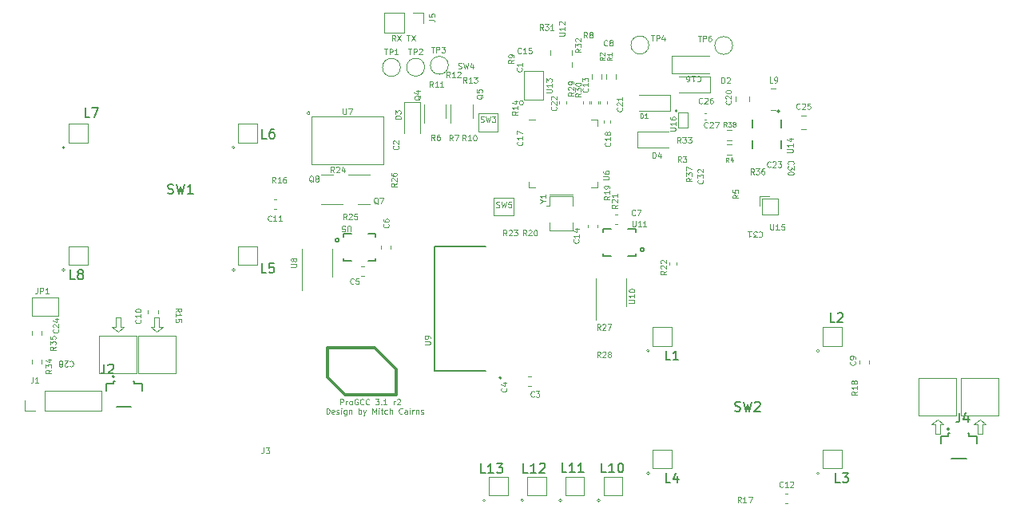
<source format=gbr>
G04 #@! TF.GenerationSoftware,KiCad,Pcbnew,8.0.2*
G04 #@! TF.CreationDate,2024-07-05T18:36:08-07:00*
G04 #@! TF.ProjectId,procon_gcc_main_pcb,70726f63-6f6e-45f6-9763-635f6d61696e,1*
G04 #@! TF.SameCoordinates,Original*
G04 #@! TF.FileFunction,Legend,Top*
G04 #@! TF.FilePolarity,Positive*
%FSLAX46Y46*%
G04 Gerber Fmt 4.6, Leading zero omitted, Abs format (unit mm)*
G04 Created by KiCad (PCBNEW 8.0.2) date 2024-07-05 18:36:08*
%MOMM*%
%LPD*%
G01*
G04 APERTURE LIST*
%ADD10C,0.100000*%
%ADD11C,0.150000*%
%ADD12C,0.120000*%
%ADD13C,0.127000*%
%ADD14C,0.200000*%
%ADD15C,0.350000*%
%ADD16C,0.160000*%
G04 APERTURE END LIST*
D10*
X121026342Y-102151771D02*
X120826342Y-101866057D01*
X120683485Y-102151771D02*
X120683485Y-101551771D01*
X120683485Y-101551771D02*
X120912056Y-101551771D01*
X120912056Y-101551771D02*
X120969199Y-101580342D01*
X120969199Y-101580342D02*
X120997770Y-101608914D01*
X120997770Y-101608914D02*
X121026342Y-101666057D01*
X121026342Y-101666057D02*
X121026342Y-101751771D01*
X121026342Y-101751771D02*
X120997770Y-101808914D01*
X120997770Y-101808914D02*
X120969199Y-101837485D01*
X120969199Y-101837485D02*
X120912056Y-101866057D01*
X120912056Y-101866057D02*
X120683485Y-101866057D01*
X121226342Y-101551771D02*
X121626342Y-102151771D01*
X121626342Y-101551771D02*
X121226342Y-102151771D01*
X122226342Y-101551771D02*
X122569200Y-101551771D01*
X122397771Y-102151771D02*
X122397771Y-101551771D01*
X122712057Y-101551771D02*
X123112057Y-102151771D01*
X123112057Y-101551771D02*
X122712057Y-102151771D01*
X115182856Y-140762371D02*
X115182856Y-140162371D01*
X115182856Y-140162371D02*
X115411427Y-140162371D01*
X115411427Y-140162371D02*
X115468570Y-140190942D01*
X115468570Y-140190942D02*
X115497141Y-140219514D01*
X115497141Y-140219514D02*
X115525713Y-140276657D01*
X115525713Y-140276657D02*
X115525713Y-140362371D01*
X115525713Y-140362371D02*
X115497141Y-140419514D01*
X115497141Y-140419514D02*
X115468570Y-140448085D01*
X115468570Y-140448085D02*
X115411427Y-140476657D01*
X115411427Y-140476657D02*
X115182856Y-140476657D01*
X115782856Y-140762371D02*
X115782856Y-140362371D01*
X115782856Y-140476657D02*
X115811427Y-140419514D01*
X115811427Y-140419514D02*
X115839999Y-140390942D01*
X115839999Y-140390942D02*
X115897141Y-140362371D01*
X115897141Y-140362371D02*
X115954284Y-140362371D01*
X116239999Y-140762371D02*
X116182856Y-140733800D01*
X116182856Y-140733800D02*
X116154285Y-140705228D01*
X116154285Y-140705228D02*
X116125713Y-140648085D01*
X116125713Y-140648085D02*
X116125713Y-140476657D01*
X116125713Y-140476657D02*
X116154285Y-140419514D01*
X116154285Y-140419514D02*
X116182856Y-140390942D01*
X116182856Y-140390942D02*
X116239999Y-140362371D01*
X116239999Y-140362371D02*
X116325713Y-140362371D01*
X116325713Y-140362371D02*
X116382856Y-140390942D01*
X116382856Y-140390942D02*
X116411428Y-140419514D01*
X116411428Y-140419514D02*
X116439999Y-140476657D01*
X116439999Y-140476657D02*
X116439999Y-140648085D01*
X116439999Y-140648085D02*
X116411428Y-140705228D01*
X116411428Y-140705228D02*
X116382856Y-140733800D01*
X116382856Y-140733800D02*
X116325713Y-140762371D01*
X116325713Y-140762371D02*
X116239999Y-140762371D01*
X117011427Y-140190942D02*
X116954285Y-140162371D01*
X116954285Y-140162371D02*
X116868570Y-140162371D01*
X116868570Y-140162371D02*
X116782856Y-140190942D01*
X116782856Y-140190942D02*
X116725713Y-140248085D01*
X116725713Y-140248085D02*
X116697142Y-140305228D01*
X116697142Y-140305228D02*
X116668570Y-140419514D01*
X116668570Y-140419514D02*
X116668570Y-140505228D01*
X116668570Y-140505228D02*
X116697142Y-140619514D01*
X116697142Y-140619514D02*
X116725713Y-140676657D01*
X116725713Y-140676657D02*
X116782856Y-140733800D01*
X116782856Y-140733800D02*
X116868570Y-140762371D01*
X116868570Y-140762371D02*
X116925713Y-140762371D01*
X116925713Y-140762371D02*
X117011427Y-140733800D01*
X117011427Y-140733800D02*
X117039999Y-140705228D01*
X117039999Y-140705228D02*
X117039999Y-140505228D01*
X117039999Y-140505228D02*
X116925713Y-140505228D01*
X117639999Y-140705228D02*
X117611427Y-140733800D01*
X117611427Y-140733800D02*
X117525713Y-140762371D01*
X117525713Y-140762371D02*
X117468570Y-140762371D01*
X117468570Y-140762371D02*
X117382856Y-140733800D01*
X117382856Y-140733800D02*
X117325713Y-140676657D01*
X117325713Y-140676657D02*
X117297142Y-140619514D01*
X117297142Y-140619514D02*
X117268570Y-140505228D01*
X117268570Y-140505228D02*
X117268570Y-140419514D01*
X117268570Y-140419514D02*
X117297142Y-140305228D01*
X117297142Y-140305228D02*
X117325713Y-140248085D01*
X117325713Y-140248085D02*
X117382856Y-140190942D01*
X117382856Y-140190942D02*
X117468570Y-140162371D01*
X117468570Y-140162371D02*
X117525713Y-140162371D01*
X117525713Y-140162371D02*
X117611427Y-140190942D01*
X117611427Y-140190942D02*
X117639999Y-140219514D01*
X118239999Y-140705228D02*
X118211427Y-140733800D01*
X118211427Y-140733800D02*
X118125713Y-140762371D01*
X118125713Y-140762371D02*
X118068570Y-140762371D01*
X118068570Y-140762371D02*
X117982856Y-140733800D01*
X117982856Y-140733800D02*
X117925713Y-140676657D01*
X117925713Y-140676657D02*
X117897142Y-140619514D01*
X117897142Y-140619514D02*
X117868570Y-140505228D01*
X117868570Y-140505228D02*
X117868570Y-140419514D01*
X117868570Y-140419514D02*
X117897142Y-140305228D01*
X117897142Y-140305228D02*
X117925713Y-140248085D01*
X117925713Y-140248085D02*
X117982856Y-140190942D01*
X117982856Y-140190942D02*
X118068570Y-140162371D01*
X118068570Y-140162371D02*
X118125713Y-140162371D01*
X118125713Y-140162371D02*
X118211427Y-140190942D01*
X118211427Y-140190942D02*
X118239999Y-140219514D01*
X118897142Y-140162371D02*
X119268570Y-140162371D01*
X119268570Y-140162371D02*
X119068570Y-140390942D01*
X119068570Y-140390942D02*
X119154285Y-140390942D01*
X119154285Y-140390942D02*
X119211428Y-140419514D01*
X119211428Y-140419514D02*
X119239999Y-140448085D01*
X119239999Y-140448085D02*
X119268570Y-140505228D01*
X119268570Y-140505228D02*
X119268570Y-140648085D01*
X119268570Y-140648085D02*
X119239999Y-140705228D01*
X119239999Y-140705228D02*
X119211428Y-140733800D01*
X119211428Y-140733800D02*
X119154285Y-140762371D01*
X119154285Y-140762371D02*
X118982856Y-140762371D01*
X118982856Y-140762371D02*
X118925713Y-140733800D01*
X118925713Y-140733800D02*
X118897142Y-140705228D01*
X119525714Y-140705228D02*
X119554285Y-140733800D01*
X119554285Y-140733800D02*
X119525714Y-140762371D01*
X119525714Y-140762371D02*
X119497142Y-140733800D01*
X119497142Y-140733800D02*
X119525714Y-140705228D01*
X119525714Y-140705228D02*
X119525714Y-140762371D01*
X120125713Y-140762371D02*
X119782856Y-140762371D01*
X119954285Y-140762371D02*
X119954285Y-140162371D01*
X119954285Y-140162371D02*
X119897142Y-140248085D01*
X119897142Y-140248085D02*
X119839999Y-140305228D01*
X119839999Y-140305228D02*
X119782856Y-140333800D01*
X120840000Y-140762371D02*
X120840000Y-140362371D01*
X120840000Y-140476657D02*
X120868571Y-140419514D01*
X120868571Y-140419514D02*
X120897143Y-140390942D01*
X120897143Y-140390942D02*
X120954285Y-140362371D01*
X120954285Y-140362371D02*
X121011428Y-140362371D01*
X121182857Y-140219514D02*
X121211429Y-140190942D01*
X121211429Y-140190942D02*
X121268572Y-140162371D01*
X121268572Y-140162371D02*
X121411429Y-140162371D01*
X121411429Y-140162371D02*
X121468572Y-140190942D01*
X121468572Y-140190942D02*
X121497143Y-140219514D01*
X121497143Y-140219514D02*
X121525714Y-140276657D01*
X121525714Y-140276657D02*
X121525714Y-140333800D01*
X121525714Y-140333800D02*
X121497143Y-140419514D01*
X121497143Y-140419514D02*
X121154286Y-140762371D01*
X121154286Y-140762371D02*
X121525714Y-140762371D01*
X113692629Y-141724971D02*
X113692629Y-141124971D01*
X113692629Y-141124971D02*
X113835486Y-141124971D01*
X113835486Y-141124971D02*
X113921200Y-141153542D01*
X113921200Y-141153542D02*
X113978343Y-141210685D01*
X113978343Y-141210685D02*
X114006914Y-141267828D01*
X114006914Y-141267828D02*
X114035486Y-141382114D01*
X114035486Y-141382114D02*
X114035486Y-141467828D01*
X114035486Y-141467828D02*
X114006914Y-141582114D01*
X114006914Y-141582114D02*
X113978343Y-141639257D01*
X113978343Y-141639257D02*
X113921200Y-141696400D01*
X113921200Y-141696400D02*
X113835486Y-141724971D01*
X113835486Y-141724971D02*
X113692629Y-141724971D01*
X114521200Y-141696400D02*
X114464057Y-141724971D01*
X114464057Y-141724971D02*
X114349772Y-141724971D01*
X114349772Y-141724971D02*
X114292629Y-141696400D01*
X114292629Y-141696400D02*
X114264057Y-141639257D01*
X114264057Y-141639257D02*
X114264057Y-141410685D01*
X114264057Y-141410685D02*
X114292629Y-141353542D01*
X114292629Y-141353542D02*
X114349772Y-141324971D01*
X114349772Y-141324971D02*
X114464057Y-141324971D01*
X114464057Y-141324971D02*
X114521200Y-141353542D01*
X114521200Y-141353542D02*
X114549772Y-141410685D01*
X114549772Y-141410685D02*
X114549772Y-141467828D01*
X114549772Y-141467828D02*
X114264057Y-141524971D01*
X114778343Y-141696400D02*
X114835486Y-141724971D01*
X114835486Y-141724971D02*
X114949772Y-141724971D01*
X114949772Y-141724971D02*
X115006915Y-141696400D01*
X115006915Y-141696400D02*
X115035486Y-141639257D01*
X115035486Y-141639257D02*
X115035486Y-141610685D01*
X115035486Y-141610685D02*
X115006915Y-141553542D01*
X115006915Y-141553542D02*
X114949772Y-141524971D01*
X114949772Y-141524971D02*
X114864058Y-141524971D01*
X114864058Y-141524971D02*
X114806915Y-141496400D01*
X114806915Y-141496400D02*
X114778343Y-141439257D01*
X114778343Y-141439257D02*
X114778343Y-141410685D01*
X114778343Y-141410685D02*
X114806915Y-141353542D01*
X114806915Y-141353542D02*
X114864058Y-141324971D01*
X114864058Y-141324971D02*
X114949772Y-141324971D01*
X114949772Y-141324971D02*
X115006915Y-141353542D01*
X115292629Y-141724971D02*
X115292629Y-141324971D01*
X115292629Y-141124971D02*
X115264057Y-141153542D01*
X115264057Y-141153542D02*
X115292629Y-141182114D01*
X115292629Y-141182114D02*
X115321200Y-141153542D01*
X115321200Y-141153542D02*
X115292629Y-141124971D01*
X115292629Y-141124971D02*
X115292629Y-141182114D01*
X115835486Y-141324971D02*
X115835486Y-141810685D01*
X115835486Y-141810685D02*
X115806914Y-141867828D01*
X115806914Y-141867828D02*
X115778343Y-141896400D01*
X115778343Y-141896400D02*
X115721200Y-141924971D01*
X115721200Y-141924971D02*
X115635486Y-141924971D01*
X115635486Y-141924971D02*
X115578343Y-141896400D01*
X115835486Y-141696400D02*
X115778343Y-141724971D01*
X115778343Y-141724971D02*
X115664057Y-141724971D01*
X115664057Y-141724971D02*
X115606914Y-141696400D01*
X115606914Y-141696400D02*
X115578343Y-141667828D01*
X115578343Y-141667828D02*
X115549771Y-141610685D01*
X115549771Y-141610685D02*
X115549771Y-141439257D01*
X115549771Y-141439257D02*
X115578343Y-141382114D01*
X115578343Y-141382114D02*
X115606914Y-141353542D01*
X115606914Y-141353542D02*
X115664057Y-141324971D01*
X115664057Y-141324971D02*
X115778343Y-141324971D01*
X115778343Y-141324971D02*
X115835486Y-141353542D01*
X116121200Y-141324971D02*
X116121200Y-141724971D01*
X116121200Y-141382114D02*
X116149771Y-141353542D01*
X116149771Y-141353542D02*
X116206914Y-141324971D01*
X116206914Y-141324971D02*
X116292628Y-141324971D01*
X116292628Y-141324971D02*
X116349771Y-141353542D01*
X116349771Y-141353542D02*
X116378343Y-141410685D01*
X116378343Y-141410685D02*
X116378343Y-141724971D01*
X117121200Y-141724971D02*
X117121200Y-141124971D01*
X117121200Y-141353542D02*
X117178343Y-141324971D01*
X117178343Y-141324971D02*
X117292628Y-141324971D01*
X117292628Y-141324971D02*
X117349771Y-141353542D01*
X117349771Y-141353542D02*
X117378343Y-141382114D01*
X117378343Y-141382114D02*
X117406914Y-141439257D01*
X117406914Y-141439257D02*
X117406914Y-141610685D01*
X117406914Y-141610685D02*
X117378343Y-141667828D01*
X117378343Y-141667828D02*
X117349771Y-141696400D01*
X117349771Y-141696400D02*
X117292628Y-141724971D01*
X117292628Y-141724971D02*
X117178343Y-141724971D01*
X117178343Y-141724971D02*
X117121200Y-141696400D01*
X117606914Y-141324971D02*
X117749771Y-141724971D01*
X117892628Y-141324971D02*
X117749771Y-141724971D01*
X117749771Y-141724971D02*
X117692628Y-141867828D01*
X117692628Y-141867828D02*
X117664057Y-141896400D01*
X117664057Y-141896400D02*
X117606914Y-141924971D01*
X118578343Y-141724971D02*
X118578343Y-141124971D01*
X118578343Y-141124971D02*
X118778343Y-141553542D01*
X118778343Y-141553542D02*
X118978343Y-141124971D01*
X118978343Y-141124971D02*
X118978343Y-141724971D01*
X119264057Y-141724971D02*
X119264057Y-141324971D01*
X119264057Y-141124971D02*
X119235485Y-141153542D01*
X119235485Y-141153542D02*
X119264057Y-141182114D01*
X119264057Y-141182114D02*
X119292628Y-141153542D01*
X119292628Y-141153542D02*
X119264057Y-141124971D01*
X119264057Y-141124971D02*
X119264057Y-141182114D01*
X119464056Y-141324971D02*
X119692628Y-141324971D01*
X119549771Y-141124971D02*
X119549771Y-141639257D01*
X119549771Y-141639257D02*
X119578342Y-141696400D01*
X119578342Y-141696400D02*
X119635485Y-141724971D01*
X119635485Y-141724971D02*
X119692628Y-141724971D01*
X120149771Y-141696400D02*
X120092628Y-141724971D01*
X120092628Y-141724971D02*
X119978342Y-141724971D01*
X119978342Y-141724971D02*
X119921199Y-141696400D01*
X119921199Y-141696400D02*
X119892628Y-141667828D01*
X119892628Y-141667828D02*
X119864056Y-141610685D01*
X119864056Y-141610685D02*
X119864056Y-141439257D01*
X119864056Y-141439257D02*
X119892628Y-141382114D01*
X119892628Y-141382114D02*
X119921199Y-141353542D01*
X119921199Y-141353542D02*
X119978342Y-141324971D01*
X119978342Y-141324971D02*
X120092628Y-141324971D01*
X120092628Y-141324971D02*
X120149771Y-141353542D01*
X120406914Y-141724971D02*
X120406914Y-141124971D01*
X120664057Y-141724971D02*
X120664057Y-141410685D01*
X120664057Y-141410685D02*
X120635485Y-141353542D01*
X120635485Y-141353542D02*
X120578342Y-141324971D01*
X120578342Y-141324971D02*
X120492628Y-141324971D01*
X120492628Y-141324971D02*
X120435485Y-141353542D01*
X120435485Y-141353542D02*
X120406914Y-141382114D01*
X121749771Y-141667828D02*
X121721199Y-141696400D01*
X121721199Y-141696400D02*
X121635485Y-141724971D01*
X121635485Y-141724971D02*
X121578342Y-141724971D01*
X121578342Y-141724971D02*
X121492628Y-141696400D01*
X121492628Y-141696400D02*
X121435485Y-141639257D01*
X121435485Y-141639257D02*
X121406914Y-141582114D01*
X121406914Y-141582114D02*
X121378342Y-141467828D01*
X121378342Y-141467828D02*
X121378342Y-141382114D01*
X121378342Y-141382114D02*
X121406914Y-141267828D01*
X121406914Y-141267828D02*
X121435485Y-141210685D01*
X121435485Y-141210685D02*
X121492628Y-141153542D01*
X121492628Y-141153542D02*
X121578342Y-141124971D01*
X121578342Y-141124971D02*
X121635485Y-141124971D01*
X121635485Y-141124971D02*
X121721199Y-141153542D01*
X121721199Y-141153542D02*
X121749771Y-141182114D01*
X122264057Y-141724971D02*
X122264057Y-141410685D01*
X122264057Y-141410685D02*
X122235485Y-141353542D01*
X122235485Y-141353542D02*
X122178342Y-141324971D01*
X122178342Y-141324971D02*
X122064057Y-141324971D01*
X122064057Y-141324971D02*
X122006914Y-141353542D01*
X122264057Y-141696400D02*
X122206914Y-141724971D01*
X122206914Y-141724971D02*
X122064057Y-141724971D01*
X122064057Y-141724971D02*
X122006914Y-141696400D01*
X122006914Y-141696400D02*
X121978342Y-141639257D01*
X121978342Y-141639257D02*
X121978342Y-141582114D01*
X121978342Y-141582114D02*
X122006914Y-141524971D01*
X122006914Y-141524971D02*
X122064057Y-141496400D01*
X122064057Y-141496400D02*
X122206914Y-141496400D01*
X122206914Y-141496400D02*
X122264057Y-141467828D01*
X122549771Y-141724971D02*
X122549771Y-141324971D01*
X122549771Y-141124971D02*
X122521199Y-141153542D01*
X122521199Y-141153542D02*
X122549771Y-141182114D01*
X122549771Y-141182114D02*
X122578342Y-141153542D01*
X122578342Y-141153542D02*
X122549771Y-141124971D01*
X122549771Y-141124971D02*
X122549771Y-141182114D01*
X122835485Y-141724971D02*
X122835485Y-141324971D01*
X122835485Y-141439257D02*
X122864056Y-141382114D01*
X122864056Y-141382114D02*
X122892628Y-141353542D01*
X122892628Y-141353542D02*
X122949770Y-141324971D01*
X122949770Y-141324971D02*
X123006913Y-141324971D01*
X123206914Y-141324971D02*
X123206914Y-141724971D01*
X123206914Y-141382114D02*
X123235485Y-141353542D01*
X123235485Y-141353542D02*
X123292628Y-141324971D01*
X123292628Y-141324971D02*
X123378342Y-141324971D01*
X123378342Y-141324971D02*
X123435485Y-141353542D01*
X123435485Y-141353542D02*
X123464057Y-141410685D01*
X123464057Y-141410685D02*
X123464057Y-141724971D01*
X123721199Y-141696400D02*
X123778342Y-141724971D01*
X123778342Y-141724971D02*
X123892628Y-141724971D01*
X123892628Y-141724971D02*
X123949771Y-141696400D01*
X123949771Y-141696400D02*
X123978342Y-141639257D01*
X123978342Y-141639257D02*
X123978342Y-141610685D01*
X123978342Y-141610685D02*
X123949771Y-141553542D01*
X123949771Y-141553542D02*
X123892628Y-141524971D01*
X123892628Y-141524971D02*
X123806914Y-141524971D01*
X123806914Y-141524971D02*
X123749771Y-141496400D01*
X123749771Y-141496400D02*
X123721199Y-141439257D01*
X123721199Y-141439257D02*
X123721199Y-141410685D01*
X123721199Y-141410685D02*
X123749771Y-141353542D01*
X123749771Y-141353542D02*
X123806914Y-141324971D01*
X123806914Y-141324971D02*
X123892628Y-141324971D01*
X123892628Y-141324971D02*
X123949771Y-141353542D01*
X86505714Y-136159771D02*
X86534286Y-136131200D01*
X86534286Y-136131200D02*
X86620000Y-136102628D01*
X86620000Y-136102628D02*
X86677143Y-136102628D01*
X86677143Y-136102628D02*
X86762857Y-136131200D01*
X86762857Y-136131200D02*
X86820000Y-136188342D01*
X86820000Y-136188342D02*
X86848571Y-136245485D01*
X86848571Y-136245485D02*
X86877143Y-136359771D01*
X86877143Y-136359771D02*
X86877143Y-136445485D01*
X86877143Y-136445485D02*
X86848571Y-136559771D01*
X86848571Y-136559771D02*
X86820000Y-136616914D01*
X86820000Y-136616914D02*
X86762857Y-136674057D01*
X86762857Y-136674057D02*
X86677143Y-136702628D01*
X86677143Y-136702628D02*
X86620000Y-136702628D01*
X86620000Y-136702628D02*
X86534286Y-136674057D01*
X86534286Y-136674057D02*
X86505714Y-136645485D01*
X86277143Y-136645485D02*
X86248571Y-136674057D01*
X86248571Y-136674057D02*
X86191429Y-136702628D01*
X86191429Y-136702628D02*
X86048571Y-136702628D01*
X86048571Y-136702628D02*
X85991429Y-136674057D01*
X85991429Y-136674057D02*
X85962857Y-136645485D01*
X85962857Y-136645485D02*
X85934286Y-136588342D01*
X85934286Y-136588342D02*
X85934286Y-136531200D01*
X85934286Y-136531200D02*
X85962857Y-136445485D01*
X85962857Y-136445485D02*
X86305714Y-136102628D01*
X86305714Y-136102628D02*
X85934286Y-136102628D01*
X85591428Y-136445485D02*
X85648571Y-136474057D01*
X85648571Y-136474057D02*
X85677142Y-136502628D01*
X85677142Y-136502628D02*
X85705714Y-136559771D01*
X85705714Y-136559771D02*
X85705714Y-136588342D01*
X85705714Y-136588342D02*
X85677142Y-136645485D01*
X85677142Y-136645485D02*
X85648571Y-136674057D01*
X85648571Y-136674057D02*
X85591428Y-136702628D01*
X85591428Y-136702628D02*
X85477142Y-136702628D01*
X85477142Y-136702628D02*
X85420000Y-136674057D01*
X85420000Y-136674057D02*
X85391428Y-136645485D01*
X85391428Y-136645485D02*
X85362857Y-136588342D01*
X85362857Y-136588342D02*
X85362857Y-136559771D01*
X85362857Y-136559771D02*
X85391428Y-136502628D01*
X85391428Y-136502628D02*
X85420000Y-136474057D01*
X85420000Y-136474057D02*
X85477142Y-136445485D01*
X85477142Y-136445485D02*
X85591428Y-136445485D01*
X85591428Y-136445485D02*
X85648571Y-136416914D01*
X85648571Y-136416914D02*
X85677142Y-136388342D01*
X85677142Y-136388342D02*
X85705714Y-136331200D01*
X85705714Y-136331200D02*
X85705714Y-136216914D01*
X85705714Y-136216914D02*
X85677142Y-136159771D01*
X85677142Y-136159771D02*
X85648571Y-136131200D01*
X85648571Y-136131200D02*
X85591428Y-136102628D01*
X85591428Y-136102628D02*
X85477142Y-136102628D01*
X85477142Y-136102628D02*
X85420000Y-136131200D01*
X85420000Y-136131200D02*
X85391428Y-136159771D01*
X85391428Y-136159771D02*
X85362857Y-136216914D01*
X85362857Y-136216914D02*
X85362857Y-136331200D01*
X85362857Y-136331200D02*
X85391428Y-136388342D01*
X85391428Y-136388342D02*
X85420000Y-136416914D01*
X85420000Y-136416914D02*
X85477142Y-136445485D01*
X163884285Y-109305228D02*
X163855713Y-109333800D01*
X163855713Y-109333800D02*
X163769999Y-109362371D01*
X163769999Y-109362371D02*
X163712856Y-109362371D01*
X163712856Y-109362371D02*
X163627142Y-109333800D01*
X163627142Y-109333800D02*
X163569999Y-109276657D01*
X163569999Y-109276657D02*
X163541428Y-109219514D01*
X163541428Y-109219514D02*
X163512856Y-109105228D01*
X163512856Y-109105228D02*
X163512856Y-109019514D01*
X163512856Y-109019514D02*
X163541428Y-108905228D01*
X163541428Y-108905228D02*
X163569999Y-108848085D01*
X163569999Y-108848085D02*
X163627142Y-108790942D01*
X163627142Y-108790942D02*
X163712856Y-108762371D01*
X163712856Y-108762371D02*
X163769999Y-108762371D01*
X163769999Y-108762371D02*
X163855713Y-108790942D01*
X163855713Y-108790942D02*
X163884285Y-108819514D01*
X164112856Y-108819514D02*
X164141428Y-108790942D01*
X164141428Y-108790942D02*
X164198571Y-108762371D01*
X164198571Y-108762371D02*
X164341428Y-108762371D01*
X164341428Y-108762371D02*
X164398571Y-108790942D01*
X164398571Y-108790942D02*
X164427142Y-108819514D01*
X164427142Y-108819514D02*
X164455713Y-108876657D01*
X164455713Y-108876657D02*
X164455713Y-108933800D01*
X164455713Y-108933800D02*
X164427142Y-109019514D01*
X164427142Y-109019514D02*
X164084285Y-109362371D01*
X164084285Y-109362371D02*
X164455713Y-109362371D01*
X164998571Y-108762371D02*
X164712857Y-108762371D01*
X164712857Y-108762371D02*
X164684285Y-109048085D01*
X164684285Y-109048085D02*
X164712857Y-109019514D01*
X164712857Y-109019514D02*
X164770000Y-108990942D01*
X164770000Y-108990942D02*
X164912857Y-108990942D01*
X164912857Y-108990942D02*
X164970000Y-109019514D01*
X164970000Y-109019514D02*
X164998571Y-109048085D01*
X164998571Y-109048085D02*
X165027142Y-109105228D01*
X165027142Y-109105228D02*
X165027142Y-109248085D01*
X165027142Y-109248085D02*
X164998571Y-109305228D01*
X164998571Y-109305228D02*
X164970000Y-109333800D01*
X164970000Y-109333800D02*
X164912857Y-109362371D01*
X164912857Y-109362371D02*
X164770000Y-109362371D01*
X164770000Y-109362371D02*
X164712857Y-109333800D01*
X164712857Y-109333800D02*
X164684285Y-109305228D01*
X127683518Y-105054800D02*
X127769233Y-105083371D01*
X127769233Y-105083371D02*
X127912090Y-105083371D01*
X127912090Y-105083371D02*
X127969233Y-105054800D01*
X127969233Y-105054800D02*
X127997804Y-105026228D01*
X127997804Y-105026228D02*
X128026375Y-104969085D01*
X128026375Y-104969085D02*
X128026375Y-104911942D01*
X128026375Y-104911942D02*
X127997804Y-104854800D01*
X127997804Y-104854800D02*
X127969233Y-104826228D01*
X127969233Y-104826228D02*
X127912090Y-104797657D01*
X127912090Y-104797657D02*
X127797804Y-104769085D01*
X127797804Y-104769085D02*
X127740661Y-104740514D01*
X127740661Y-104740514D02*
X127712090Y-104711942D01*
X127712090Y-104711942D02*
X127683518Y-104654800D01*
X127683518Y-104654800D02*
X127683518Y-104597657D01*
X127683518Y-104597657D02*
X127712090Y-104540514D01*
X127712090Y-104540514D02*
X127740661Y-104511942D01*
X127740661Y-104511942D02*
X127797804Y-104483371D01*
X127797804Y-104483371D02*
X127940661Y-104483371D01*
X127940661Y-104483371D02*
X128026375Y-104511942D01*
X128226376Y-104483371D02*
X128369233Y-105083371D01*
X128369233Y-105083371D02*
X128483519Y-104654800D01*
X128483519Y-104654800D02*
X128597804Y-105083371D01*
X128597804Y-105083371D02*
X128740662Y-104483371D01*
X129226376Y-104683371D02*
X129226376Y-105083371D01*
X129083518Y-104454800D02*
X128940661Y-104883371D01*
X128940661Y-104883371D02*
X129312090Y-104883371D01*
X139921571Y-107573714D02*
X139635857Y-107773714D01*
X139921571Y-107916571D02*
X139321571Y-107916571D01*
X139321571Y-107916571D02*
X139321571Y-107688000D01*
X139321571Y-107688000D02*
X139350142Y-107630857D01*
X139350142Y-107630857D02*
X139378714Y-107602286D01*
X139378714Y-107602286D02*
X139435857Y-107573714D01*
X139435857Y-107573714D02*
X139521571Y-107573714D01*
X139521571Y-107573714D02*
X139578714Y-107602286D01*
X139578714Y-107602286D02*
X139607285Y-107630857D01*
X139607285Y-107630857D02*
X139635857Y-107688000D01*
X139635857Y-107688000D02*
X139635857Y-107916571D01*
X139378714Y-107345143D02*
X139350142Y-107316571D01*
X139350142Y-107316571D02*
X139321571Y-107259429D01*
X139321571Y-107259429D02*
X139321571Y-107116571D01*
X139321571Y-107116571D02*
X139350142Y-107059429D01*
X139350142Y-107059429D02*
X139378714Y-107030857D01*
X139378714Y-107030857D02*
X139435857Y-107002286D01*
X139435857Y-107002286D02*
X139493000Y-107002286D01*
X139493000Y-107002286D02*
X139578714Y-107030857D01*
X139578714Y-107030857D02*
X139921571Y-107373714D01*
X139921571Y-107373714D02*
X139921571Y-107002286D01*
X139921571Y-106716571D02*
X139921571Y-106602285D01*
X139921571Y-106602285D02*
X139893000Y-106545142D01*
X139893000Y-106545142D02*
X139864428Y-106516571D01*
X139864428Y-106516571D02*
X139778714Y-106459428D01*
X139778714Y-106459428D02*
X139664428Y-106430857D01*
X139664428Y-106430857D02*
X139435857Y-106430857D01*
X139435857Y-106430857D02*
X139378714Y-106459428D01*
X139378714Y-106459428D02*
X139350142Y-106488000D01*
X139350142Y-106488000D02*
X139321571Y-106545142D01*
X139321571Y-106545142D02*
X139321571Y-106659428D01*
X139321571Y-106659428D02*
X139350142Y-106716571D01*
X139350142Y-106716571D02*
X139378714Y-106745142D01*
X139378714Y-106745142D02*
X139435857Y-106773714D01*
X139435857Y-106773714D02*
X139578714Y-106773714D01*
X139578714Y-106773714D02*
X139635857Y-106745142D01*
X139635857Y-106745142D02*
X139664428Y-106716571D01*
X139664428Y-106716571D02*
X139693000Y-106659428D01*
X139693000Y-106659428D02*
X139693000Y-106545142D01*
X139693000Y-106545142D02*
X139664428Y-106488000D01*
X139664428Y-106488000D02*
X139635857Y-106459428D01*
X139635857Y-106459428D02*
X139578714Y-106430857D01*
D11*
X167613333Y-131994819D02*
X167137143Y-131994819D01*
X167137143Y-131994819D02*
X167137143Y-130994819D01*
X167899048Y-131090057D02*
X167946667Y-131042438D01*
X167946667Y-131042438D02*
X168041905Y-130994819D01*
X168041905Y-130994819D02*
X168280000Y-130994819D01*
X168280000Y-130994819D02*
X168375238Y-131042438D01*
X168375238Y-131042438D02*
X168422857Y-131090057D01*
X168422857Y-131090057D02*
X168470476Y-131185295D01*
X168470476Y-131185295D02*
X168470476Y-131280533D01*
X168470476Y-131280533D02*
X168422857Y-131423390D01*
X168422857Y-131423390D02*
X167851429Y-131994819D01*
X167851429Y-131994819D02*
X168470476Y-131994819D01*
D10*
X120252573Y-121578127D02*
X120281145Y-121606699D01*
X120281145Y-121606699D02*
X120309716Y-121692413D01*
X120309716Y-121692413D02*
X120309716Y-121749556D01*
X120309716Y-121749556D02*
X120281145Y-121835270D01*
X120281145Y-121835270D02*
X120224002Y-121892413D01*
X120224002Y-121892413D02*
X120166859Y-121920984D01*
X120166859Y-121920984D02*
X120052573Y-121949556D01*
X120052573Y-121949556D02*
X119966859Y-121949556D01*
X119966859Y-121949556D02*
X119852573Y-121920984D01*
X119852573Y-121920984D02*
X119795430Y-121892413D01*
X119795430Y-121892413D02*
X119738287Y-121835270D01*
X119738287Y-121835270D02*
X119709716Y-121749556D01*
X119709716Y-121749556D02*
X119709716Y-121692413D01*
X119709716Y-121692413D02*
X119738287Y-121606699D01*
X119738287Y-121606699D02*
X119766859Y-121578127D01*
X119709716Y-121063842D02*
X119709716Y-121178127D01*
X119709716Y-121178127D02*
X119738287Y-121235270D01*
X119738287Y-121235270D02*
X119766859Y-121263842D01*
X119766859Y-121263842D02*
X119852573Y-121320984D01*
X119852573Y-121320984D02*
X119966859Y-121349556D01*
X119966859Y-121349556D02*
X120195430Y-121349556D01*
X120195430Y-121349556D02*
X120252573Y-121320984D01*
X120252573Y-121320984D02*
X120281145Y-121292413D01*
X120281145Y-121292413D02*
X120309716Y-121235270D01*
X120309716Y-121235270D02*
X120309716Y-121120984D01*
X120309716Y-121120984D02*
X120281145Y-121063842D01*
X120281145Y-121063842D02*
X120252573Y-121035270D01*
X120252573Y-121035270D02*
X120195430Y-121006699D01*
X120195430Y-121006699D02*
X120052573Y-121006699D01*
X120052573Y-121006699D02*
X119995430Y-121035270D01*
X119995430Y-121035270D02*
X119966859Y-121063842D01*
X119966859Y-121063842D02*
X119938287Y-121120984D01*
X119938287Y-121120984D02*
X119938287Y-121235270D01*
X119938287Y-121235270D02*
X119966859Y-121292413D01*
X119966859Y-121292413D02*
X119995430Y-121320984D01*
X119995430Y-121320984D02*
X120052573Y-121349556D01*
X156346666Y-115016109D02*
X156180000Y-114778014D01*
X156060952Y-115016109D02*
X156060952Y-114516109D01*
X156060952Y-114516109D02*
X156251428Y-114516109D01*
X156251428Y-114516109D02*
X156299047Y-114539919D01*
X156299047Y-114539919D02*
X156322857Y-114563728D01*
X156322857Y-114563728D02*
X156346666Y-114611347D01*
X156346666Y-114611347D02*
X156346666Y-114682776D01*
X156346666Y-114682776D02*
X156322857Y-114730395D01*
X156322857Y-114730395D02*
X156299047Y-114754204D01*
X156299047Y-114754204D02*
X156251428Y-114778014D01*
X156251428Y-114778014D02*
X156060952Y-114778014D01*
X156775238Y-114682776D02*
X156775238Y-115016109D01*
X156656190Y-114492300D02*
X156537143Y-114849442D01*
X156537143Y-114849442D02*
X156846666Y-114849442D01*
X154104285Y-111285228D02*
X154075713Y-111313800D01*
X154075713Y-111313800D02*
X153989999Y-111342371D01*
X153989999Y-111342371D02*
X153932856Y-111342371D01*
X153932856Y-111342371D02*
X153847142Y-111313800D01*
X153847142Y-111313800D02*
X153789999Y-111256657D01*
X153789999Y-111256657D02*
X153761428Y-111199514D01*
X153761428Y-111199514D02*
X153732856Y-111085228D01*
X153732856Y-111085228D02*
X153732856Y-110999514D01*
X153732856Y-110999514D02*
X153761428Y-110885228D01*
X153761428Y-110885228D02*
X153789999Y-110828085D01*
X153789999Y-110828085D02*
X153847142Y-110770942D01*
X153847142Y-110770942D02*
X153932856Y-110742371D01*
X153932856Y-110742371D02*
X153989999Y-110742371D01*
X153989999Y-110742371D02*
X154075713Y-110770942D01*
X154075713Y-110770942D02*
X154104285Y-110799514D01*
X154332856Y-110799514D02*
X154361428Y-110770942D01*
X154361428Y-110770942D02*
X154418571Y-110742371D01*
X154418571Y-110742371D02*
X154561428Y-110742371D01*
X154561428Y-110742371D02*
X154618571Y-110770942D01*
X154618571Y-110770942D02*
X154647142Y-110799514D01*
X154647142Y-110799514D02*
X154675713Y-110856657D01*
X154675713Y-110856657D02*
X154675713Y-110913800D01*
X154675713Y-110913800D02*
X154647142Y-110999514D01*
X154647142Y-110999514D02*
X154304285Y-111342371D01*
X154304285Y-111342371D02*
X154675713Y-111342371D01*
X154875714Y-110742371D02*
X155275714Y-110742371D01*
X155275714Y-110742371D02*
X155018571Y-111342371D01*
X169961994Y-139354191D02*
X169676280Y-139554191D01*
X169961994Y-139697048D02*
X169361994Y-139697048D01*
X169361994Y-139697048D02*
X169361994Y-139468477D01*
X169361994Y-139468477D02*
X169390565Y-139411334D01*
X169390565Y-139411334D02*
X169419137Y-139382763D01*
X169419137Y-139382763D02*
X169476280Y-139354191D01*
X169476280Y-139354191D02*
X169561994Y-139354191D01*
X169561994Y-139354191D02*
X169619137Y-139382763D01*
X169619137Y-139382763D02*
X169647708Y-139411334D01*
X169647708Y-139411334D02*
X169676280Y-139468477D01*
X169676280Y-139468477D02*
X169676280Y-139697048D01*
X169961994Y-138782763D02*
X169961994Y-139125620D01*
X169961994Y-138954191D02*
X169361994Y-138954191D01*
X169361994Y-138954191D02*
X169447708Y-139011334D01*
X169447708Y-139011334D02*
X169504851Y-139068477D01*
X169504851Y-139068477D02*
X169533423Y-139125620D01*
X169619137Y-138439905D02*
X169590565Y-138497048D01*
X169590565Y-138497048D02*
X169561994Y-138525619D01*
X169561994Y-138525619D02*
X169504851Y-138554191D01*
X169504851Y-138554191D02*
X169476280Y-138554191D01*
X169476280Y-138554191D02*
X169419137Y-138525619D01*
X169419137Y-138525619D02*
X169390565Y-138497048D01*
X169390565Y-138497048D02*
X169361994Y-138439905D01*
X169361994Y-138439905D02*
X169361994Y-138325619D01*
X169361994Y-138325619D02*
X169390565Y-138268477D01*
X169390565Y-138268477D02*
X169419137Y-138239905D01*
X169419137Y-138239905D02*
X169476280Y-138211334D01*
X169476280Y-138211334D02*
X169504851Y-138211334D01*
X169504851Y-138211334D02*
X169561994Y-138239905D01*
X169561994Y-138239905D02*
X169590565Y-138268477D01*
X169590565Y-138268477D02*
X169619137Y-138325619D01*
X169619137Y-138325619D02*
X169619137Y-138439905D01*
X169619137Y-138439905D02*
X169647708Y-138497048D01*
X169647708Y-138497048D02*
X169676280Y-138525619D01*
X169676280Y-138525619D02*
X169733423Y-138554191D01*
X169733423Y-138554191D02*
X169847708Y-138554191D01*
X169847708Y-138554191D02*
X169904851Y-138525619D01*
X169904851Y-138525619D02*
X169933423Y-138497048D01*
X169933423Y-138497048D02*
X169961994Y-138439905D01*
X169961994Y-138439905D02*
X169961994Y-138325619D01*
X169961994Y-138325619D02*
X169933423Y-138268477D01*
X169933423Y-138268477D02*
X169904851Y-138239905D01*
X169904851Y-138239905D02*
X169847708Y-138211334D01*
X169847708Y-138211334D02*
X169733423Y-138211334D01*
X169733423Y-138211334D02*
X169676280Y-138239905D01*
X169676280Y-138239905D02*
X169647708Y-138268477D01*
X169647708Y-138268477D02*
X169619137Y-138325619D01*
X143176109Y-103873333D02*
X142938014Y-104039999D01*
X143176109Y-104159047D02*
X142676109Y-104159047D01*
X142676109Y-104159047D02*
X142676109Y-103968571D01*
X142676109Y-103968571D02*
X142699919Y-103920952D01*
X142699919Y-103920952D02*
X142723728Y-103897142D01*
X142723728Y-103897142D02*
X142771347Y-103873333D01*
X142771347Y-103873333D02*
X142842776Y-103873333D01*
X142842776Y-103873333D02*
X142890395Y-103897142D01*
X142890395Y-103897142D02*
X142914204Y-103920952D01*
X142914204Y-103920952D02*
X142938014Y-103968571D01*
X142938014Y-103968571D02*
X142938014Y-104159047D01*
X142723728Y-103682856D02*
X142699919Y-103659047D01*
X142699919Y-103659047D02*
X142676109Y-103611428D01*
X142676109Y-103611428D02*
X142676109Y-103492380D01*
X142676109Y-103492380D02*
X142699919Y-103444761D01*
X142699919Y-103444761D02*
X142723728Y-103420952D01*
X142723728Y-103420952D02*
X142771347Y-103397142D01*
X142771347Y-103397142D02*
X142818966Y-103397142D01*
X142818966Y-103397142D02*
X142890395Y-103420952D01*
X142890395Y-103420952D02*
X143176109Y-103706666D01*
X143176109Y-103706666D02*
X143176109Y-103397142D01*
X109947571Y-126136342D02*
X110433285Y-126136342D01*
X110433285Y-126136342D02*
X110490428Y-126107771D01*
X110490428Y-126107771D02*
X110519000Y-126079200D01*
X110519000Y-126079200D02*
X110547571Y-126022057D01*
X110547571Y-126022057D02*
X110547571Y-125907771D01*
X110547571Y-125907771D02*
X110519000Y-125850628D01*
X110519000Y-125850628D02*
X110490428Y-125822057D01*
X110490428Y-125822057D02*
X110433285Y-125793485D01*
X110433285Y-125793485D02*
X109947571Y-125793485D01*
X110204714Y-125422057D02*
X110176142Y-125479200D01*
X110176142Y-125479200D02*
X110147571Y-125507771D01*
X110147571Y-125507771D02*
X110090428Y-125536343D01*
X110090428Y-125536343D02*
X110061857Y-125536343D01*
X110061857Y-125536343D02*
X110004714Y-125507771D01*
X110004714Y-125507771D02*
X109976142Y-125479200D01*
X109976142Y-125479200D02*
X109947571Y-125422057D01*
X109947571Y-125422057D02*
X109947571Y-125307771D01*
X109947571Y-125307771D02*
X109976142Y-125250629D01*
X109976142Y-125250629D02*
X110004714Y-125222057D01*
X110004714Y-125222057D02*
X110061857Y-125193486D01*
X110061857Y-125193486D02*
X110090428Y-125193486D01*
X110090428Y-125193486D02*
X110147571Y-125222057D01*
X110147571Y-125222057D02*
X110176142Y-125250629D01*
X110176142Y-125250629D02*
X110204714Y-125307771D01*
X110204714Y-125307771D02*
X110204714Y-125422057D01*
X110204714Y-125422057D02*
X110233285Y-125479200D01*
X110233285Y-125479200D02*
X110261857Y-125507771D01*
X110261857Y-125507771D02*
X110319000Y-125536343D01*
X110319000Y-125536343D02*
X110433285Y-125536343D01*
X110433285Y-125536343D02*
X110490428Y-125507771D01*
X110490428Y-125507771D02*
X110519000Y-125479200D01*
X110519000Y-125479200D02*
X110547571Y-125422057D01*
X110547571Y-125422057D02*
X110547571Y-125307771D01*
X110547571Y-125307771D02*
X110519000Y-125250629D01*
X110519000Y-125250629D02*
X110490428Y-125222057D01*
X110490428Y-125222057D02*
X110433285Y-125193486D01*
X110433285Y-125193486D02*
X110319000Y-125193486D01*
X110319000Y-125193486D02*
X110261857Y-125222057D01*
X110261857Y-125222057D02*
X110233285Y-125250629D01*
X110233285Y-125250629D02*
X110204714Y-125307771D01*
X93977059Y-131738506D02*
X94005631Y-131767078D01*
X94005631Y-131767078D02*
X94034202Y-131852792D01*
X94034202Y-131852792D02*
X94034202Y-131909935D01*
X94034202Y-131909935D02*
X94005631Y-131995649D01*
X94005631Y-131995649D02*
X93948488Y-132052792D01*
X93948488Y-132052792D02*
X93891345Y-132081363D01*
X93891345Y-132081363D02*
X93777059Y-132109935D01*
X93777059Y-132109935D02*
X93691345Y-132109935D01*
X93691345Y-132109935D02*
X93577059Y-132081363D01*
X93577059Y-132081363D02*
X93519916Y-132052792D01*
X93519916Y-132052792D02*
X93462773Y-131995649D01*
X93462773Y-131995649D02*
X93434202Y-131909935D01*
X93434202Y-131909935D02*
X93434202Y-131852792D01*
X93434202Y-131852792D02*
X93462773Y-131767078D01*
X93462773Y-131767078D02*
X93491345Y-131738506D01*
X94034202Y-131167078D02*
X94034202Y-131509935D01*
X94034202Y-131338506D02*
X93434202Y-131338506D01*
X93434202Y-131338506D02*
X93519916Y-131395649D01*
X93519916Y-131395649D02*
X93577059Y-131452792D01*
X93577059Y-131452792D02*
X93605631Y-131509935D01*
X93434202Y-130795649D02*
X93434202Y-130738506D01*
X93434202Y-130738506D02*
X93462773Y-130681363D01*
X93462773Y-130681363D02*
X93491345Y-130652792D01*
X93491345Y-130652792D02*
X93548488Y-130624220D01*
X93548488Y-130624220D02*
X93662773Y-130595649D01*
X93662773Y-130595649D02*
X93805631Y-130595649D01*
X93805631Y-130595649D02*
X93919916Y-130624220D01*
X93919916Y-130624220D02*
X93977059Y-130652792D01*
X93977059Y-130652792D02*
X94005631Y-130681363D01*
X94005631Y-130681363D02*
X94034202Y-130738506D01*
X94034202Y-130738506D02*
X94034202Y-130795649D01*
X94034202Y-130795649D02*
X94005631Y-130852792D01*
X94005631Y-130852792D02*
X93977059Y-130881363D01*
X93977059Y-130881363D02*
X93919916Y-130909934D01*
X93919916Y-130909934D02*
X93805631Y-130938506D01*
X93805631Y-130938506D02*
X93662773Y-130938506D01*
X93662773Y-130938506D02*
X93548488Y-130909934D01*
X93548488Y-130909934D02*
X93491345Y-130881363D01*
X93491345Y-130881363D02*
X93462773Y-130852792D01*
X93462773Y-130852792D02*
X93434202Y-130795649D01*
X123671914Y-107956342D02*
X123643342Y-108013485D01*
X123643342Y-108013485D02*
X123586200Y-108070628D01*
X123586200Y-108070628D02*
X123500485Y-108156342D01*
X123500485Y-108156342D02*
X123471914Y-108213485D01*
X123471914Y-108213485D02*
X123471914Y-108270628D01*
X123614771Y-108242057D02*
X123586200Y-108299200D01*
X123586200Y-108299200D02*
X123529057Y-108356342D01*
X123529057Y-108356342D02*
X123414771Y-108384914D01*
X123414771Y-108384914D02*
X123214771Y-108384914D01*
X123214771Y-108384914D02*
X123100485Y-108356342D01*
X123100485Y-108356342D02*
X123043342Y-108299200D01*
X123043342Y-108299200D02*
X123014771Y-108242057D01*
X123014771Y-108242057D02*
X123014771Y-108127771D01*
X123014771Y-108127771D02*
X123043342Y-108070628D01*
X123043342Y-108070628D02*
X123100485Y-108013485D01*
X123100485Y-108013485D02*
X123214771Y-107984914D01*
X123214771Y-107984914D02*
X123414771Y-107984914D01*
X123414771Y-107984914D02*
X123529057Y-108013485D01*
X123529057Y-108013485D02*
X123586200Y-108070628D01*
X123586200Y-108070628D02*
X123614771Y-108127771D01*
X123614771Y-108127771D02*
X123614771Y-108242057D01*
X123214771Y-107470629D02*
X123614771Y-107470629D01*
X122986200Y-107613486D02*
X123414771Y-107756343D01*
X123414771Y-107756343D02*
X123414771Y-107384914D01*
X149726231Y-126540254D02*
X149440517Y-126740254D01*
X149726231Y-126883111D02*
X149126231Y-126883111D01*
X149126231Y-126883111D02*
X149126231Y-126654540D01*
X149126231Y-126654540D02*
X149154802Y-126597397D01*
X149154802Y-126597397D02*
X149183374Y-126568826D01*
X149183374Y-126568826D02*
X149240517Y-126540254D01*
X149240517Y-126540254D02*
X149326231Y-126540254D01*
X149326231Y-126540254D02*
X149383374Y-126568826D01*
X149383374Y-126568826D02*
X149411945Y-126597397D01*
X149411945Y-126597397D02*
X149440517Y-126654540D01*
X149440517Y-126654540D02*
X149440517Y-126883111D01*
X149183374Y-126311683D02*
X149154802Y-126283111D01*
X149154802Y-126283111D02*
X149126231Y-126225969D01*
X149126231Y-126225969D02*
X149126231Y-126083111D01*
X149126231Y-126083111D02*
X149154802Y-126025969D01*
X149154802Y-126025969D02*
X149183374Y-125997397D01*
X149183374Y-125997397D02*
X149240517Y-125968826D01*
X149240517Y-125968826D02*
X149297660Y-125968826D01*
X149297660Y-125968826D02*
X149383374Y-125997397D01*
X149383374Y-125997397D02*
X149726231Y-126340254D01*
X149726231Y-126340254D02*
X149726231Y-125968826D01*
X149183374Y-125740254D02*
X149154802Y-125711682D01*
X149154802Y-125711682D02*
X149126231Y-125654540D01*
X149126231Y-125654540D02*
X149126231Y-125511682D01*
X149126231Y-125511682D02*
X149154802Y-125454540D01*
X149154802Y-125454540D02*
X149183374Y-125425968D01*
X149183374Y-125425968D02*
X149240517Y-125397397D01*
X149240517Y-125397397D02*
X149297660Y-125397397D01*
X149297660Y-125397397D02*
X149383374Y-125425968D01*
X149383374Y-125425968D02*
X149726231Y-125768825D01*
X149726231Y-125768825D02*
X149726231Y-125397397D01*
X142741285Y-132805971D02*
X142541285Y-132520257D01*
X142398428Y-132805971D02*
X142398428Y-132205971D01*
X142398428Y-132205971D02*
X142626999Y-132205971D01*
X142626999Y-132205971D02*
X142684142Y-132234542D01*
X142684142Y-132234542D02*
X142712713Y-132263114D01*
X142712713Y-132263114D02*
X142741285Y-132320257D01*
X142741285Y-132320257D02*
X142741285Y-132405971D01*
X142741285Y-132405971D02*
X142712713Y-132463114D01*
X142712713Y-132463114D02*
X142684142Y-132491685D01*
X142684142Y-132491685D02*
X142626999Y-132520257D01*
X142626999Y-132520257D02*
X142398428Y-132520257D01*
X142969856Y-132263114D02*
X142998428Y-132234542D01*
X142998428Y-132234542D02*
X143055571Y-132205971D01*
X143055571Y-132205971D02*
X143198428Y-132205971D01*
X143198428Y-132205971D02*
X143255571Y-132234542D01*
X143255571Y-132234542D02*
X143284142Y-132263114D01*
X143284142Y-132263114D02*
X143312713Y-132320257D01*
X143312713Y-132320257D02*
X143312713Y-132377400D01*
X143312713Y-132377400D02*
X143284142Y-132463114D01*
X143284142Y-132463114D02*
X142941285Y-132805971D01*
X142941285Y-132805971D02*
X143312713Y-132805971D01*
X143512714Y-132205971D02*
X143912714Y-132205971D01*
X143912714Y-132205971D02*
X143655571Y-132805971D01*
X162078762Y-149452191D02*
X162050190Y-149480763D01*
X162050190Y-149480763D02*
X161964476Y-149509334D01*
X161964476Y-149509334D02*
X161907333Y-149509334D01*
X161907333Y-149509334D02*
X161821619Y-149480763D01*
X161821619Y-149480763D02*
X161764476Y-149423620D01*
X161764476Y-149423620D02*
X161735905Y-149366477D01*
X161735905Y-149366477D02*
X161707333Y-149252191D01*
X161707333Y-149252191D02*
X161707333Y-149166477D01*
X161707333Y-149166477D02*
X161735905Y-149052191D01*
X161735905Y-149052191D02*
X161764476Y-148995048D01*
X161764476Y-148995048D02*
X161821619Y-148937905D01*
X161821619Y-148937905D02*
X161907333Y-148909334D01*
X161907333Y-148909334D02*
X161964476Y-148909334D01*
X161964476Y-148909334D02*
X162050190Y-148937905D01*
X162050190Y-148937905D02*
X162078762Y-148966477D01*
X162650190Y-149509334D02*
X162307333Y-149509334D01*
X162478762Y-149509334D02*
X162478762Y-148909334D01*
X162478762Y-148909334D02*
X162421619Y-148995048D01*
X162421619Y-148995048D02*
X162364476Y-149052191D01*
X162364476Y-149052191D02*
X162307333Y-149080763D01*
X162878762Y-148966477D02*
X162907334Y-148937905D01*
X162907334Y-148937905D02*
X162964477Y-148909334D01*
X162964477Y-148909334D02*
X163107334Y-148909334D01*
X163107334Y-148909334D02*
X163164477Y-148937905D01*
X163164477Y-148937905D02*
X163193048Y-148966477D01*
X163193048Y-148966477D02*
X163221619Y-149023620D01*
X163221619Y-149023620D02*
X163221619Y-149080763D01*
X163221619Y-149080763D02*
X163193048Y-149166477D01*
X163193048Y-149166477D02*
X162850191Y-149509334D01*
X162850191Y-149509334D02*
X163221619Y-149509334D01*
D11*
X88623333Y-110234819D02*
X88147143Y-110234819D01*
X88147143Y-110234819D02*
X88147143Y-109234819D01*
X88861429Y-109234819D02*
X89528095Y-109234819D01*
X89528095Y-109234819D02*
X89099524Y-110234819D01*
D10*
X146973578Y-110333039D02*
X146973578Y-109833039D01*
X146973578Y-109833039D02*
X147092626Y-109833039D01*
X147092626Y-109833039D02*
X147164054Y-109856849D01*
X147164054Y-109856849D02*
X147211673Y-109904468D01*
X147211673Y-109904468D02*
X147235483Y-109952087D01*
X147235483Y-109952087D02*
X147259292Y-110047325D01*
X147259292Y-110047325D02*
X147259292Y-110118753D01*
X147259292Y-110118753D02*
X147235483Y-110213991D01*
X147235483Y-110213991D02*
X147211673Y-110261610D01*
X147211673Y-110261610D02*
X147164054Y-110309230D01*
X147164054Y-110309230D02*
X147092626Y-110333039D01*
X147092626Y-110333039D02*
X146973578Y-110333039D01*
X147735483Y-110333039D02*
X147449769Y-110333039D01*
X147592626Y-110333039D02*
X147592626Y-109833039D01*
X147592626Y-109833039D02*
X147545007Y-109904468D01*
X147545007Y-109904468D02*
X147497388Y-109952087D01*
X147497388Y-109952087D02*
X147449769Y-109975896D01*
X127077800Y-112718171D02*
X126877800Y-112432457D01*
X126734943Y-112718171D02*
X126734943Y-112118171D01*
X126734943Y-112118171D02*
X126963514Y-112118171D01*
X126963514Y-112118171D02*
X127020657Y-112146742D01*
X127020657Y-112146742D02*
X127049228Y-112175314D01*
X127049228Y-112175314D02*
X127077800Y-112232457D01*
X127077800Y-112232457D02*
X127077800Y-112318171D01*
X127077800Y-112318171D02*
X127049228Y-112375314D01*
X127049228Y-112375314D02*
X127020657Y-112403885D01*
X127020657Y-112403885D02*
X126963514Y-112432457D01*
X126963514Y-112432457D02*
X126734943Y-112432457D01*
X127277800Y-112118171D02*
X127677800Y-112118171D01*
X127677800Y-112118171D02*
X127420657Y-112718171D01*
X134403428Y-105027399D02*
X134432000Y-105055971D01*
X134432000Y-105055971D02*
X134460571Y-105141685D01*
X134460571Y-105141685D02*
X134460571Y-105198828D01*
X134460571Y-105198828D02*
X134432000Y-105284542D01*
X134432000Y-105284542D02*
X134374857Y-105341685D01*
X134374857Y-105341685D02*
X134317714Y-105370256D01*
X134317714Y-105370256D02*
X134203428Y-105398828D01*
X134203428Y-105398828D02*
X134117714Y-105398828D01*
X134117714Y-105398828D02*
X134003428Y-105370256D01*
X134003428Y-105370256D02*
X133946285Y-105341685D01*
X133946285Y-105341685D02*
X133889142Y-105284542D01*
X133889142Y-105284542D02*
X133860571Y-105198828D01*
X133860571Y-105198828D02*
X133860571Y-105141685D01*
X133860571Y-105141685D02*
X133889142Y-105055971D01*
X133889142Y-105055971D02*
X133917714Y-105027399D01*
X134460571Y-104455971D02*
X134460571Y-104798828D01*
X134460571Y-104627399D02*
X133860571Y-104627399D01*
X133860571Y-104627399D02*
X133946285Y-104684542D01*
X133946285Y-104684542D02*
X134003428Y-104741685D01*
X134003428Y-104741685D02*
X134032000Y-104798828D01*
X152447371Y-116695714D02*
X152161657Y-116895714D01*
X152447371Y-117038571D02*
X151847371Y-117038571D01*
X151847371Y-117038571D02*
X151847371Y-116810000D01*
X151847371Y-116810000D02*
X151875942Y-116752857D01*
X151875942Y-116752857D02*
X151904514Y-116724286D01*
X151904514Y-116724286D02*
X151961657Y-116695714D01*
X151961657Y-116695714D02*
X152047371Y-116695714D01*
X152047371Y-116695714D02*
X152104514Y-116724286D01*
X152104514Y-116724286D02*
X152133085Y-116752857D01*
X152133085Y-116752857D02*
X152161657Y-116810000D01*
X152161657Y-116810000D02*
X152161657Y-117038571D01*
X151847371Y-116495714D02*
X151847371Y-116124286D01*
X151847371Y-116124286D02*
X152075942Y-116324286D01*
X152075942Y-116324286D02*
X152075942Y-116238571D01*
X152075942Y-116238571D02*
X152104514Y-116181429D01*
X152104514Y-116181429D02*
X152133085Y-116152857D01*
X152133085Y-116152857D02*
X152190228Y-116124286D01*
X152190228Y-116124286D02*
X152333085Y-116124286D01*
X152333085Y-116124286D02*
X152390228Y-116152857D01*
X152390228Y-116152857D02*
X152418800Y-116181429D01*
X152418800Y-116181429D02*
X152447371Y-116238571D01*
X152447371Y-116238571D02*
X152447371Y-116410000D01*
X152447371Y-116410000D02*
X152418800Y-116467143D01*
X152418800Y-116467143D02*
X152390228Y-116495714D01*
X151847371Y-115924285D02*
X151847371Y-115524285D01*
X151847371Y-115524285D02*
X152447371Y-115781428D01*
X143055371Y-116865342D02*
X143541085Y-116865342D01*
X143541085Y-116865342D02*
X143598228Y-116836771D01*
X143598228Y-116836771D02*
X143626800Y-116808200D01*
X143626800Y-116808200D02*
X143655371Y-116751057D01*
X143655371Y-116751057D02*
X143655371Y-116636771D01*
X143655371Y-116636771D02*
X143626800Y-116579628D01*
X143626800Y-116579628D02*
X143598228Y-116551057D01*
X143598228Y-116551057D02*
X143541085Y-116522485D01*
X143541085Y-116522485D02*
X143055371Y-116522485D01*
X143055371Y-115979629D02*
X143055371Y-116093914D01*
X143055371Y-116093914D02*
X143083942Y-116151057D01*
X143083942Y-116151057D02*
X143112514Y-116179629D01*
X143112514Y-116179629D02*
X143198228Y-116236771D01*
X143198228Y-116236771D02*
X143312514Y-116265343D01*
X143312514Y-116265343D02*
X143541085Y-116265343D01*
X143541085Y-116265343D02*
X143598228Y-116236771D01*
X143598228Y-116236771D02*
X143626800Y-116208200D01*
X143626800Y-116208200D02*
X143655371Y-116151057D01*
X143655371Y-116151057D02*
X143655371Y-116036771D01*
X143655371Y-116036771D02*
X143626800Y-115979629D01*
X143626800Y-115979629D02*
X143598228Y-115951057D01*
X143598228Y-115951057D02*
X143541085Y-115922486D01*
X143541085Y-115922486D02*
X143398228Y-115922486D01*
X143398228Y-115922486D02*
X143341085Y-115951057D01*
X143341085Y-115951057D02*
X143312514Y-115979629D01*
X143312514Y-115979629D02*
X143283942Y-116036771D01*
X143283942Y-116036771D02*
X143283942Y-116151057D01*
X143283942Y-116151057D02*
X143312514Y-116208200D01*
X143312514Y-116208200D02*
X143341085Y-116236771D01*
X143341085Y-116236771D02*
X143398228Y-116265343D01*
D11*
X107313333Y-126744819D02*
X106837143Y-126744819D01*
X106837143Y-126744819D02*
X106837143Y-125744819D01*
X108122857Y-125744819D02*
X107646667Y-125744819D01*
X107646667Y-125744819D02*
X107599048Y-126221009D01*
X107599048Y-126221009D02*
X107646667Y-126173390D01*
X107646667Y-126173390D02*
X107741905Y-126125771D01*
X107741905Y-126125771D02*
X107980000Y-126125771D01*
X107980000Y-126125771D02*
X108075238Y-126173390D01*
X108075238Y-126173390D02*
X108122857Y-126221009D01*
X108122857Y-126221009D02*
X108170476Y-126316247D01*
X108170476Y-126316247D02*
X108170476Y-126554342D01*
X108170476Y-126554342D02*
X108122857Y-126649580D01*
X108122857Y-126649580D02*
X108075238Y-126697200D01*
X108075238Y-126697200D02*
X107980000Y-126744819D01*
X107980000Y-126744819D02*
X107741905Y-126744819D01*
X107741905Y-126744819D02*
X107646667Y-126697200D01*
X107646667Y-126697200D02*
X107599048Y-126649580D01*
D10*
X148132856Y-101532371D02*
X148475714Y-101532371D01*
X148304285Y-102132371D02*
X148304285Y-101532371D01*
X148675714Y-102132371D02*
X148675714Y-101532371D01*
X148675714Y-101532371D02*
X148904285Y-101532371D01*
X148904285Y-101532371D02*
X148961428Y-101560942D01*
X148961428Y-101560942D02*
X148989999Y-101589514D01*
X148989999Y-101589514D02*
X149018571Y-101646657D01*
X149018571Y-101646657D02*
X149018571Y-101732371D01*
X149018571Y-101732371D02*
X148989999Y-101789514D01*
X148989999Y-101789514D02*
X148961428Y-101818085D01*
X148961428Y-101818085D02*
X148904285Y-101846657D01*
X148904285Y-101846657D02*
X148675714Y-101846657D01*
X149532857Y-101732371D02*
X149532857Y-102132371D01*
X149389999Y-101503800D02*
X149247142Y-101932371D01*
X149247142Y-101932371D02*
X149618571Y-101932371D01*
X124106971Y-134365942D02*
X124592685Y-134365942D01*
X124592685Y-134365942D02*
X124649828Y-134337371D01*
X124649828Y-134337371D02*
X124678400Y-134308800D01*
X124678400Y-134308800D02*
X124706971Y-134251657D01*
X124706971Y-134251657D02*
X124706971Y-134137371D01*
X124706971Y-134137371D02*
X124678400Y-134080228D01*
X124678400Y-134080228D02*
X124649828Y-134051657D01*
X124649828Y-134051657D02*
X124592685Y-134023085D01*
X124592685Y-134023085D02*
X124106971Y-134023085D01*
X124706971Y-133708800D02*
X124706971Y-133594514D01*
X124706971Y-133594514D02*
X124678400Y-133537371D01*
X124678400Y-133537371D02*
X124649828Y-133508800D01*
X124649828Y-133508800D02*
X124564114Y-133451657D01*
X124564114Y-133451657D02*
X124449828Y-133423086D01*
X124449828Y-133423086D02*
X124221257Y-133423086D01*
X124221257Y-133423086D02*
X124164114Y-133451657D01*
X124164114Y-133451657D02*
X124135542Y-133480229D01*
X124135542Y-133480229D02*
X124106971Y-133537371D01*
X124106971Y-133537371D02*
X124106971Y-133651657D01*
X124106971Y-133651657D02*
X124135542Y-133708800D01*
X124135542Y-133708800D02*
X124164114Y-133737371D01*
X124164114Y-133737371D02*
X124221257Y-133765943D01*
X124221257Y-133765943D02*
X124364114Y-133765943D01*
X124364114Y-133765943D02*
X124421257Y-133737371D01*
X124421257Y-133737371D02*
X124449828Y-133708800D01*
X124449828Y-133708800D02*
X124478400Y-133651657D01*
X124478400Y-133651657D02*
X124478400Y-133537371D01*
X124478400Y-133537371D02*
X124449828Y-133480229D01*
X124449828Y-133480229D02*
X124421257Y-133451657D01*
X124421257Y-133451657D02*
X124364114Y-133423086D01*
X125198200Y-112667371D02*
X124998200Y-112381657D01*
X124855343Y-112667371D02*
X124855343Y-112067371D01*
X124855343Y-112067371D02*
X125083914Y-112067371D01*
X125083914Y-112067371D02*
X125141057Y-112095942D01*
X125141057Y-112095942D02*
X125169628Y-112124514D01*
X125169628Y-112124514D02*
X125198200Y-112181657D01*
X125198200Y-112181657D02*
X125198200Y-112267371D01*
X125198200Y-112267371D02*
X125169628Y-112324514D01*
X125169628Y-112324514D02*
X125141057Y-112353085D01*
X125141057Y-112353085D02*
X125083914Y-112381657D01*
X125083914Y-112381657D02*
X124855343Y-112381657D01*
X125712486Y-112067371D02*
X125598200Y-112067371D01*
X125598200Y-112067371D02*
X125541057Y-112095942D01*
X125541057Y-112095942D02*
X125512486Y-112124514D01*
X125512486Y-112124514D02*
X125455343Y-112210228D01*
X125455343Y-112210228D02*
X125426771Y-112324514D01*
X125426771Y-112324514D02*
X125426771Y-112553085D01*
X125426771Y-112553085D02*
X125455343Y-112610228D01*
X125455343Y-112610228D02*
X125483914Y-112638800D01*
X125483914Y-112638800D02*
X125541057Y-112667371D01*
X125541057Y-112667371D02*
X125655343Y-112667371D01*
X125655343Y-112667371D02*
X125712486Y-112638800D01*
X125712486Y-112638800D02*
X125741057Y-112610228D01*
X125741057Y-112610228D02*
X125769628Y-112553085D01*
X125769628Y-112553085D02*
X125769628Y-112410228D01*
X125769628Y-112410228D02*
X125741057Y-112353085D01*
X125741057Y-112353085D02*
X125712486Y-112324514D01*
X125712486Y-112324514D02*
X125655343Y-112295942D01*
X125655343Y-112295942D02*
X125541057Y-112295942D01*
X125541057Y-112295942D02*
X125483914Y-112324514D01*
X125483914Y-112324514D02*
X125455343Y-112353085D01*
X125455343Y-112353085D02*
X125426771Y-112410228D01*
X148268259Y-114558601D02*
X148268259Y-113958601D01*
X148268259Y-113958601D02*
X148411116Y-113958601D01*
X148411116Y-113958601D02*
X148496830Y-113987172D01*
X148496830Y-113987172D02*
X148553973Y-114044315D01*
X148553973Y-114044315D02*
X148582544Y-114101458D01*
X148582544Y-114101458D02*
X148611116Y-114215744D01*
X148611116Y-114215744D02*
X148611116Y-114301458D01*
X148611116Y-114301458D02*
X148582544Y-114415744D01*
X148582544Y-114415744D02*
X148553973Y-114472887D01*
X148553973Y-114472887D02*
X148496830Y-114530030D01*
X148496830Y-114530030D02*
X148411116Y-114558601D01*
X148411116Y-114558601D02*
X148268259Y-114558601D01*
X149125402Y-114158601D02*
X149125402Y-114558601D01*
X148982544Y-113930030D02*
X148839687Y-114358601D01*
X148839687Y-114358601D02*
X149211116Y-114358601D01*
X153590228Y-116895714D02*
X153618800Y-116924286D01*
X153618800Y-116924286D02*
X153647371Y-117010000D01*
X153647371Y-117010000D02*
X153647371Y-117067143D01*
X153647371Y-117067143D02*
X153618800Y-117152857D01*
X153618800Y-117152857D02*
X153561657Y-117210000D01*
X153561657Y-117210000D02*
X153504514Y-117238571D01*
X153504514Y-117238571D02*
X153390228Y-117267143D01*
X153390228Y-117267143D02*
X153304514Y-117267143D01*
X153304514Y-117267143D02*
X153190228Y-117238571D01*
X153190228Y-117238571D02*
X153133085Y-117210000D01*
X153133085Y-117210000D02*
X153075942Y-117152857D01*
X153075942Y-117152857D02*
X153047371Y-117067143D01*
X153047371Y-117067143D02*
X153047371Y-117010000D01*
X153047371Y-117010000D02*
X153075942Y-116924286D01*
X153075942Y-116924286D02*
X153104514Y-116895714D01*
X153047371Y-116695714D02*
X153047371Y-116324286D01*
X153047371Y-116324286D02*
X153275942Y-116524286D01*
X153275942Y-116524286D02*
X153275942Y-116438571D01*
X153275942Y-116438571D02*
X153304514Y-116381429D01*
X153304514Y-116381429D02*
X153333085Y-116352857D01*
X153333085Y-116352857D02*
X153390228Y-116324286D01*
X153390228Y-116324286D02*
X153533085Y-116324286D01*
X153533085Y-116324286D02*
X153590228Y-116352857D01*
X153590228Y-116352857D02*
X153618800Y-116381429D01*
X153618800Y-116381429D02*
X153647371Y-116438571D01*
X153647371Y-116438571D02*
X153647371Y-116610000D01*
X153647371Y-116610000D02*
X153618800Y-116667143D01*
X153618800Y-116667143D02*
X153590228Y-116695714D01*
X153104514Y-116095714D02*
X153075942Y-116067142D01*
X153075942Y-116067142D02*
X153047371Y-116010000D01*
X153047371Y-116010000D02*
X153047371Y-115867142D01*
X153047371Y-115867142D02*
X153075942Y-115810000D01*
X153075942Y-115810000D02*
X153104514Y-115781428D01*
X153104514Y-115781428D02*
X153161657Y-115752857D01*
X153161657Y-115752857D02*
X153218800Y-115752857D01*
X153218800Y-115752857D02*
X153304514Y-115781428D01*
X153304514Y-115781428D02*
X153647371Y-116124285D01*
X153647371Y-116124285D02*
X153647371Y-115752857D01*
D11*
X143377142Y-147954819D02*
X142900952Y-147954819D01*
X142900952Y-147954819D02*
X142900952Y-146954819D01*
X144234285Y-147954819D02*
X143662857Y-147954819D01*
X143948571Y-147954819D02*
X143948571Y-146954819D01*
X143948571Y-146954819D02*
X143853333Y-147097676D01*
X143853333Y-147097676D02*
X143758095Y-147192914D01*
X143758095Y-147192914D02*
X143662857Y-147240533D01*
X144853333Y-146954819D02*
X144948571Y-146954819D01*
X144948571Y-146954819D02*
X145043809Y-147002438D01*
X145043809Y-147002438D02*
X145091428Y-147050057D01*
X145091428Y-147050057D02*
X145139047Y-147145295D01*
X145139047Y-147145295D02*
X145186666Y-147335771D01*
X145186666Y-147335771D02*
X145186666Y-147573866D01*
X145186666Y-147573866D02*
X145139047Y-147764342D01*
X145139047Y-147764342D02*
X145091428Y-147859580D01*
X145091428Y-147859580D02*
X145043809Y-147907200D01*
X145043809Y-147907200D02*
X144948571Y-147954819D01*
X144948571Y-147954819D02*
X144853333Y-147954819D01*
X144853333Y-147954819D02*
X144758095Y-147907200D01*
X144758095Y-147907200D02*
X144710476Y-147859580D01*
X144710476Y-147859580D02*
X144662857Y-147764342D01*
X144662857Y-147764342D02*
X144615238Y-147573866D01*
X144615238Y-147573866D02*
X144615238Y-147335771D01*
X144615238Y-147335771D02*
X144662857Y-147145295D01*
X144662857Y-147145295D02*
X144710476Y-147050057D01*
X144710476Y-147050057D02*
X144758095Y-147002438D01*
X144758095Y-147002438D02*
X144853333Y-146954819D01*
D10*
X155577143Y-106602371D02*
X155577143Y-106002371D01*
X155577143Y-106002371D02*
X155720000Y-106002371D01*
X155720000Y-106002371D02*
X155805714Y-106030942D01*
X155805714Y-106030942D02*
X155862857Y-106088085D01*
X155862857Y-106088085D02*
X155891428Y-106145228D01*
X155891428Y-106145228D02*
X155920000Y-106259514D01*
X155920000Y-106259514D02*
X155920000Y-106345228D01*
X155920000Y-106345228D02*
X155891428Y-106459514D01*
X155891428Y-106459514D02*
X155862857Y-106516657D01*
X155862857Y-106516657D02*
X155805714Y-106573800D01*
X155805714Y-106573800D02*
X155720000Y-106602371D01*
X155720000Y-106602371D02*
X155577143Y-106602371D01*
X156148571Y-106059514D02*
X156177143Y-106030942D01*
X156177143Y-106030942D02*
X156234286Y-106002371D01*
X156234286Y-106002371D02*
X156377143Y-106002371D01*
X156377143Y-106002371D02*
X156434286Y-106030942D01*
X156434286Y-106030942D02*
X156462857Y-106059514D01*
X156462857Y-106059514D02*
X156491428Y-106116657D01*
X156491428Y-106116657D02*
X156491428Y-106173800D01*
X156491428Y-106173800D02*
X156462857Y-106259514D01*
X156462857Y-106259514D02*
X156120000Y-106602371D01*
X156120000Y-106602371D02*
X156491428Y-106602371D01*
X134454228Y-112831514D02*
X134482800Y-112860086D01*
X134482800Y-112860086D02*
X134511371Y-112945800D01*
X134511371Y-112945800D02*
X134511371Y-113002943D01*
X134511371Y-113002943D02*
X134482800Y-113088657D01*
X134482800Y-113088657D02*
X134425657Y-113145800D01*
X134425657Y-113145800D02*
X134368514Y-113174371D01*
X134368514Y-113174371D02*
X134254228Y-113202943D01*
X134254228Y-113202943D02*
X134168514Y-113202943D01*
X134168514Y-113202943D02*
X134054228Y-113174371D01*
X134054228Y-113174371D02*
X133997085Y-113145800D01*
X133997085Y-113145800D02*
X133939942Y-113088657D01*
X133939942Y-113088657D02*
X133911371Y-113002943D01*
X133911371Y-113002943D02*
X133911371Y-112945800D01*
X133911371Y-112945800D02*
X133939942Y-112860086D01*
X133939942Y-112860086D02*
X133968514Y-112831514D01*
X134511371Y-112260086D02*
X134511371Y-112602943D01*
X134511371Y-112431514D02*
X133911371Y-112431514D01*
X133911371Y-112431514D02*
X133997085Y-112488657D01*
X133997085Y-112488657D02*
X134054228Y-112545800D01*
X134054228Y-112545800D02*
X134082800Y-112602943D01*
X133911371Y-112060085D02*
X133911371Y-111660085D01*
X133911371Y-111660085D02*
X134511371Y-111917228D01*
X122407456Y-102951771D02*
X122750314Y-102951771D01*
X122578885Y-103551771D02*
X122578885Y-102951771D01*
X122950314Y-103551771D02*
X122950314Y-102951771D01*
X122950314Y-102951771D02*
X123178885Y-102951771D01*
X123178885Y-102951771D02*
X123236028Y-102980342D01*
X123236028Y-102980342D02*
X123264599Y-103008914D01*
X123264599Y-103008914D02*
X123293171Y-103066057D01*
X123293171Y-103066057D02*
X123293171Y-103151771D01*
X123293171Y-103151771D02*
X123264599Y-103208914D01*
X123264599Y-103208914D02*
X123236028Y-103237485D01*
X123236028Y-103237485D02*
X123178885Y-103266057D01*
X123178885Y-103266057D02*
X122950314Y-103266057D01*
X123521742Y-103008914D02*
X123550314Y-102980342D01*
X123550314Y-102980342D02*
X123607457Y-102951771D01*
X123607457Y-102951771D02*
X123750314Y-102951771D01*
X123750314Y-102951771D02*
X123807457Y-102980342D01*
X123807457Y-102980342D02*
X123836028Y-103008914D01*
X123836028Y-103008914D02*
X123864599Y-103066057D01*
X123864599Y-103066057D02*
X123864599Y-103123200D01*
X123864599Y-103123200D02*
X123836028Y-103208914D01*
X123836028Y-103208914D02*
X123493171Y-103551771D01*
X123493171Y-103551771D02*
X123864599Y-103551771D01*
X140692371Y-102985714D02*
X140406657Y-103185714D01*
X140692371Y-103328571D02*
X140092371Y-103328571D01*
X140092371Y-103328571D02*
X140092371Y-103100000D01*
X140092371Y-103100000D02*
X140120942Y-103042857D01*
X140120942Y-103042857D02*
X140149514Y-103014286D01*
X140149514Y-103014286D02*
X140206657Y-102985714D01*
X140206657Y-102985714D02*
X140292371Y-102985714D01*
X140292371Y-102985714D02*
X140349514Y-103014286D01*
X140349514Y-103014286D02*
X140378085Y-103042857D01*
X140378085Y-103042857D02*
X140406657Y-103100000D01*
X140406657Y-103100000D02*
X140406657Y-103328571D01*
X140092371Y-102785714D02*
X140092371Y-102414286D01*
X140092371Y-102414286D02*
X140320942Y-102614286D01*
X140320942Y-102614286D02*
X140320942Y-102528571D01*
X140320942Y-102528571D02*
X140349514Y-102471429D01*
X140349514Y-102471429D02*
X140378085Y-102442857D01*
X140378085Y-102442857D02*
X140435228Y-102414286D01*
X140435228Y-102414286D02*
X140578085Y-102414286D01*
X140578085Y-102414286D02*
X140635228Y-102442857D01*
X140635228Y-102442857D02*
X140663800Y-102471429D01*
X140663800Y-102471429D02*
X140692371Y-102528571D01*
X140692371Y-102528571D02*
X140692371Y-102700000D01*
X140692371Y-102700000D02*
X140663800Y-102757143D01*
X140663800Y-102757143D02*
X140635228Y-102785714D01*
X140149514Y-102185714D02*
X140120942Y-102157142D01*
X140120942Y-102157142D02*
X140092371Y-102100000D01*
X140092371Y-102100000D02*
X140092371Y-101957142D01*
X140092371Y-101957142D02*
X140120942Y-101900000D01*
X140120942Y-101900000D02*
X140149514Y-101871428D01*
X140149514Y-101871428D02*
X140206657Y-101842857D01*
X140206657Y-101842857D02*
X140263800Y-101842857D01*
X140263800Y-101842857D02*
X140349514Y-101871428D01*
X140349514Y-101871428D02*
X140692371Y-102214285D01*
X140692371Y-102214285D02*
X140692371Y-101842857D01*
X124988685Y-107028571D02*
X124788685Y-106742857D01*
X124645828Y-107028571D02*
X124645828Y-106428571D01*
X124645828Y-106428571D02*
X124874399Y-106428571D01*
X124874399Y-106428571D02*
X124931542Y-106457142D01*
X124931542Y-106457142D02*
X124960113Y-106485714D01*
X124960113Y-106485714D02*
X124988685Y-106542857D01*
X124988685Y-106542857D02*
X124988685Y-106628571D01*
X124988685Y-106628571D02*
X124960113Y-106685714D01*
X124960113Y-106685714D02*
X124931542Y-106714285D01*
X124931542Y-106714285D02*
X124874399Y-106742857D01*
X124874399Y-106742857D02*
X124645828Y-106742857D01*
X125560113Y-107028571D02*
X125217256Y-107028571D01*
X125388685Y-107028571D02*
X125388685Y-106428571D01*
X125388685Y-106428571D02*
X125331542Y-106514285D01*
X125331542Y-106514285D02*
X125274399Y-106571428D01*
X125274399Y-106571428D02*
X125217256Y-106600000D01*
X126131542Y-107028571D02*
X125788685Y-107028571D01*
X125960114Y-107028571D02*
X125960114Y-106428571D01*
X125960114Y-106428571D02*
X125902971Y-106514285D01*
X125902971Y-106514285D02*
X125845828Y-106571428D01*
X125845828Y-106571428D02*
X125788685Y-106600000D01*
X159535714Y-122434771D02*
X159564286Y-122406200D01*
X159564286Y-122406200D02*
X159650000Y-122377628D01*
X159650000Y-122377628D02*
X159707143Y-122377628D01*
X159707143Y-122377628D02*
X159792857Y-122406200D01*
X159792857Y-122406200D02*
X159850000Y-122463342D01*
X159850000Y-122463342D02*
X159878571Y-122520485D01*
X159878571Y-122520485D02*
X159907143Y-122634771D01*
X159907143Y-122634771D02*
X159907143Y-122720485D01*
X159907143Y-122720485D02*
X159878571Y-122834771D01*
X159878571Y-122834771D02*
X159850000Y-122891914D01*
X159850000Y-122891914D02*
X159792857Y-122949057D01*
X159792857Y-122949057D02*
X159707143Y-122977628D01*
X159707143Y-122977628D02*
X159650000Y-122977628D01*
X159650000Y-122977628D02*
X159564286Y-122949057D01*
X159564286Y-122949057D02*
X159535714Y-122920485D01*
X159335714Y-122977628D02*
X158964286Y-122977628D01*
X158964286Y-122977628D02*
X159164286Y-122749057D01*
X159164286Y-122749057D02*
X159078571Y-122749057D01*
X159078571Y-122749057D02*
X159021429Y-122720485D01*
X159021429Y-122720485D02*
X158992857Y-122691914D01*
X158992857Y-122691914D02*
X158964286Y-122634771D01*
X158964286Y-122634771D02*
X158964286Y-122491914D01*
X158964286Y-122491914D02*
X158992857Y-122434771D01*
X158992857Y-122434771D02*
X159021429Y-122406200D01*
X159021429Y-122406200D02*
X159078571Y-122377628D01*
X159078571Y-122377628D02*
X159250000Y-122377628D01*
X159250000Y-122377628D02*
X159307143Y-122406200D01*
X159307143Y-122406200D02*
X159335714Y-122434771D01*
X158392857Y-122377628D02*
X158735714Y-122377628D01*
X158564285Y-122377628D02*
X158564285Y-122977628D01*
X158564285Y-122977628D02*
X158621428Y-122891914D01*
X158621428Y-122891914D02*
X158678571Y-122834771D01*
X158678571Y-122834771D02*
X158735714Y-122806200D01*
X142741285Y-135718771D02*
X142541285Y-135433057D01*
X142398428Y-135718771D02*
X142398428Y-135118771D01*
X142398428Y-135118771D02*
X142626999Y-135118771D01*
X142626999Y-135118771D02*
X142684142Y-135147342D01*
X142684142Y-135147342D02*
X142712713Y-135175914D01*
X142712713Y-135175914D02*
X142741285Y-135233057D01*
X142741285Y-135233057D02*
X142741285Y-135318771D01*
X142741285Y-135318771D02*
X142712713Y-135375914D01*
X142712713Y-135375914D02*
X142684142Y-135404485D01*
X142684142Y-135404485D02*
X142626999Y-135433057D01*
X142626999Y-135433057D02*
X142398428Y-135433057D01*
X142969856Y-135175914D02*
X142998428Y-135147342D01*
X142998428Y-135147342D02*
X143055571Y-135118771D01*
X143055571Y-135118771D02*
X143198428Y-135118771D01*
X143198428Y-135118771D02*
X143255571Y-135147342D01*
X143255571Y-135147342D02*
X143284142Y-135175914D01*
X143284142Y-135175914D02*
X143312713Y-135233057D01*
X143312713Y-135233057D02*
X143312713Y-135290200D01*
X143312713Y-135290200D02*
X143284142Y-135375914D01*
X143284142Y-135375914D02*
X142941285Y-135718771D01*
X142941285Y-135718771D02*
X143312713Y-135718771D01*
X143655571Y-135375914D02*
X143598428Y-135347342D01*
X143598428Y-135347342D02*
X143569857Y-135318771D01*
X143569857Y-135318771D02*
X143541285Y-135261628D01*
X143541285Y-135261628D02*
X143541285Y-135233057D01*
X143541285Y-135233057D02*
X143569857Y-135175914D01*
X143569857Y-135175914D02*
X143598428Y-135147342D01*
X143598428Y-135147342D02*
X143655571Y-135118771D01*
X143655571Y-135118771D02*
X143769857Y-135118771D01*
X143769857Y-135118771D02*
X143827000Y-135147342D01*
X143827000Y-135147342D02*
X143855571Y-135175914D01*
X143855571Y-135175914D02*
X143884142Y-135233057D01*
X143884142Y-135233057D02*
X143884142Y-135261628D01*
X143884142Y-135261628D02*
X143855571Y-135318771D01*
X143855571Y-135318771D02*
X143827000Y-135347342D01*
X143827000Y-135347342D02*
X143769857Y-135375914D01*
X143769857Y-135375914D02*
X143655571Y-135375914D01*
X143655571Y-135375914D02*
X143598428Y-135404485D01*
X143598428Y-135404485D02*
X143569857Y-135433057D01*
X143569857Y-135433057D02*
X143541285Y-135490200D01*
X143541285Y-135490200D02*
X143541285Y-135604485D01*
X143541285Y-135604485D02*
X143569857Y-135661628D01*
X143569857Y-135661628D02*
X143598428Y-135690200D01*
X143598428Y-135690200D02*
X143655571Y-135718771D01*
X143655571Y-135718771D02*
X143769857Y-135718771D01*
X143769857Y-135718771D02*
X143827000Y-135690200D01*
X143827000Y-135690200D02*
X143855571Y-135661628D01*
X143855571Y-135661628D02*
X143884142Y-135604485D01*
X143884142Y-135604485D02*
X143884142Y-135490200D01*
X143884142Y-135490200D02*
X143855571Y-135433057D01*
X143855571Y-135433057D02*
X143827000Y-135404485D01*
X143827000Y-135404485D02*
X143769857Y-135375914D01*
X157372371Y-118489999D02*
X157086657Y-118689999D01*
X157372371Y-118832856D02*
X156772371Y-118832856D01*
X156772371Y-118832856D02*
X156772371Y-118604285D01*
X156772371Y-118604285D02*
X156800942Y-118547142D01*
X156800942Y-118547142D02*
X156829514Y-118518571D01*
X156829514Y-118518571D02*
X156886657Y-118489999D01*
X156886657Y-118489999D02*
X156972371Y-118489999D01*
X156972371Y-118489999D02*
X157029514Y-118518571D01*
X157029514Y-118518571D02*
X157058085Y-118547142D01*
X157058085Y-118547142D02*
X157086657Y-118604285D01*
X157086657Y-118604285D02*
X157086657Y-118832856D01*
X156772371Y-117947142D02*
X156772371Y-118232856D01*
X156772371Y-118232856D02*
X157058085Y-118261428D01*
X157058085Y-118261428D02*
X157029514Y-118232856D01*
X157029514Y-118232856D02*
X157000942Y-118175714D01*
X157000942Y-118175714D02*
X157000942Y-118032856D01*
X157000942Y-118032856D02*
X157029514Y-117975714D01*
X157029514Y-117975714D02*
X157058085Y-117947142D01*
X157058085Y-117947142D02*
X157115228Y-117918571D01*
X157115228Y-117918571D02*
X157258085Y-117918571D01*
X157258085Y-117918571D02*
X157315228Y-117947142D01*
X157315228Y-117947142D02*
X157343800Y-117975714D01*
X157343800Y-117975714D02*
X157372371Y-118032856D01*
X157372371Y-118032856D02*
X157372371Y-118175714D01*
X157372371Y-118175714D02*
X157343800Y-118232856D01*
X157343800Y-118232856D02*
X157315228Y-118261428D01*
X115844685Y-121074771D02*
X115644685Y-120789057D01*
X115501828Y-121074771D02*
X115501828Y-120474771D01*
X115501828Y-120474771D02*
X115730399Y-120474771D01*
X115730399Y-120474771D02*
X115787542Y-120503342D01*
X115787542Y-120503342D02*
X115816113Y-120531914D01*
X115816113Y-120531914D02*
X115844685Y-120589057D01*
X115844685Y-120589057D02*
X115844685Y-120674771D01*
X115844685Y-120674771D02*
X115816113Y-120731914D01*
X115816113Y-120731914D02*
X115787542Y-120760485D01*
X115787542Y-120760485D02*
X115730399Y-120789057D01*
X115730399Y-120789057D02*
X115501828Y-120789057D01*
X116073256Y-120531914D02*
X116101828Y-120503342D01*
X116101828Y-120503342D02*
X116158971Y-120474771D01*
X116158971Y-120474771D02*
X116301828Y-120474771D01*
X116301828Y-120474771D02*
X116358971Y-120503342D01*
X116358971Y-120503342D02*
X116387542Y-120531914D01*
X116387542Y-120531914D02*
X116416113Y-120589057D01*
X116416113Y-120589057D02*
X116416113Y-120646200D01*
X116416113Y-120646200D02*
X116387542Y-120731914D01*
X116387542Y-120731914D02*
X116044685Y-121074771D01*
X116044685Y-121074771D02*
X116416113Y-121074771D01*
X116958971Y-120474771D02*
X116673257Y-120474771D01*
X116673257Y-120474771D02*
X116644685Y-120760485D01*
X116644685Y-120760485D02*
X116673257Y-120731914D01*
X116673257Y-120731914D02*
X116730400Y-120703342D01*
X116730400Y-120703342D02*
X116873257Y-120703342D01*
X116873257Y-120703342D02*
X116930400Y-120731914D01*
X116930400Y-120731914D02*
X116958971Y-120760485D01*
X116958971Y-120760485D02*
X116987542Y-120817628D01*
X116987542Y-120817628D02*
X116987542Y-120960485D01*
X116987542Y-120960485D02*
X116958971Y-121017628D01*
X116958971Y-121017628D02*
X116930400Y-121046200D01*
X116930400Y-121046200D02*
X116873257Y-121074771D01*
X116873257Y-121074771D02*
X116730400Y-121074771D01*
X116730400Y-121074771D02*
X116673257Y-121046200D01*
X116673257Y-121046200D02*
X116644685Y-121017628D01*
X162542371Y-113962856D02*
X163028085Y-113962856D01*
X163028085Y-113962856D02*
X163085228Y-113934285D01*
X163085228Y-113934285D02*
X163113800Y-113905714D01*
X163113800Y-113905714D02*
X163142371Y-113848571D01*
X163142371Y-113848571D02*
X163142371Y-113734285D01*
X163142371Y-113734285D02*
X163113800Y-113677142D01*
X163113800Y-113677142D02*
X163085228Y-113648571D01*
X163085228Y-113648571D02*
X163028085Y-113619999D01*
X163028085Y-113619999D02*
X162542371Y-113619999D01*
X163142371Y-113020000D02*
X163142371Y-113362857D01*
X163142371Y-113191428D02*
X162542371Y-113191428D01*
X162542371Y-113191428D02*
X162628085Y-113248571D01*
X162628085Y-113248571D02*
X162685228Y-113305714D01*
X162685228Y-113305714D02*
X162713800Y-113362857D01*
X162742371Y-112505714D02*
X163142371Y-112505714D01*
X162513800Y-112648571D02*
X162942371Y-112791428D01*
X162942371Y-112791428D02*
X162942371Y-112419999D01*
X156118571Y-111246109D02*
X155951905Y-111008014D01*
X155832857Y-111246109D02*
X155832857Y-110746109D01*
X155832857Y-110746109D02*
X156023333Y-110746109D01*
X156023333Y-110746109D02*
X156070952Y-110769919D01*
X156070952Y-110769919D02*
X156094762Y-110793728D01*
X156094762Y-110793728D02*
X156118571Y-110841347D01*
X156118571Y-110841347D02*
X156118571Y-110912776D01*
X156118571Y-110912776D02*
X156094762Y-110960395D01*
X156094762Y-110960395D02*
X156070952Y-110984204D01*
X156070952Y-110984204D02*
X156023333Y-111008014D01*
X156023333Y-111008014D02*
X155832857Y-111008014D01*
X156285238Y-110746109D02*
X156594762Y-110746109D01*
X156594762Y-110746109D02*
X156428095Y-110936585D01*
X156428095Y-110936585D02*
X156499524Y-110936585D01*
X156499524Y-110936585D02*
X156547143Y-110960395D01*
X156547143Y-110960395D02*
X156570952Y-110984204D01*
X156570952Y-110984204D02*
X156594762Y-111031823D01*
X156594762Y-111031823D02*
X156594762Y-111150871D01*
X156594762Y-111150871D02*
X156570952Y-111198490D01*
X156570952Y-111198490D02*
X156547143Y-111222300D01*
X156547143Y-111222300D02*
X156499524Y-111246109D01*
X156499524Y-111246109D02*
X156356667Y-111246109D01*
X156356667Y-111246109D02*
X156309048Y-111222300D01*
X156309048Y-111222300D02*
X156285238Y-111198490D01*
X156880476Y-110960395D02*
X156832857Y-110936585D01*
X156832857Y-110936585D02*
X156809047Y-110912776D01*
X156809047Y-110912776D02*
X156785238Y-110865157D01*
X156785238Y-110865157D02*
X156785238Y-110841347D01*
X156785238Y-110841347D02*
X156809047Y-110793728D01*
X156809047Y-110793728D02*
X156832857Y-110769919D01*
X156832857Y-110769919D02*
X156880476Y-110746109D01*
X156880476Y-110746109D02*
X156975714Y-110746109D01*
X156975714Y-110746109D02*
X157023333Y-110769919D01*
X157023333Y-110769919D02*
X157047142Y-110793728D01*
X157047142Y-110793728D02*
X157070952Y-110841347D01*
X157070952Y-110841347D02*
X157070952Y-110865157D01*
X157070952Y-110865157D02*
X157047142Y-110912776D01*
X157047142Y-110912776D02*
X157023333Y-110936585D01*
X157023333Y-110936585D02*
X156975714Y-110960395D01*
X156975714Y-110960395D02*
X156880476Y-110960395D01*
X156880476Y-110960395D02*
X156832857Y-110984204D01*
X156832857Y-110984204D02*
X156809047Y-111008014D01*
X156809047Y-111008014D02*
X156785238Y-111055633D01*
X156785238Y-111055633D02*
X156785238Y-111150871D01*
X156785238Y-111150871D02*
X156809047Y-111198490D01*
X156809047Y-111198490D02*
X156832857Y-111222300D01*
X156832857Y-111222300D02*
X156880476Y-111246109D01*
X156880476Y-111246109D02*
X156975714Y-111246109D01*
X156975714Y-111246109D02*
X157023333Y-111222300D01*
X157023333Y-111222300D02*
X157047142Y-111198490D01*
X157047142Y-111198490D02*
X157070952Y-111150871D01*
X157070952Y-111150871D02*
X157070952Y-111055633D01*
X157070952Y-111055633D02*
X157047142Y-111008014D01*
X157047142Y-111008014D02*
X157023333Y-110984204D01*
X157023333Y-110984204D02*
X156975714Y-110960395D01*
X116587600Y-127875628D02*
X116559028Y-127904200D01*
X116559028Y-127904200D02*
X116473314Y-127932771D01*
X116473314Y-127932771D02*
X116416171Y-127932771D01*
X116416171Y-127932771D02*
X116330457Y-127904200D01*
X116330457Y-127904200D02*
X116273314Y-127847057D01*
X116273314Y-127847057D02*
X116244743Y-127789914D01*
X116244743Y-127789914D02*
X116216171Y-127675628D01*
X116216171Y-127675628D02*
X116216171Y-127589914D01*
X116216171Y-127589914D02*
X116244743Y-127475628D01*
X116244743Y-127475628D02*
X116273314Y-127418485D01*
X116273314Y-127418485D02*
X116330457Y-127361342D01*
X116330457Y-127361342D02*
X116416171Y-127332771D01*
X116416171Y-127332771D02*
X116473314Y-127332771D01*
X116473314Y-127332771D02*
X116559028Y-127361342D01*
X116559028Y-127361342D02*
X116587600Y-127389914D01*
X117130457Y-127332771D02*
X116844743Y-127332771D01*
X116844743Y-127332771D02*
X116816171Y-127618485D01*
X116816171Y-127618485D02*
X116844743Y-127589914D01*
X116844743Y-127589914D02*
X116901886Y-127561342D01*
X116901886Y-127561342D02*
X117044743Y-127561342D01*
X117044743Y-127561342D02*
X117101886Y-127589914D01*
X117101886Y-127589914D02*
X117130457Y-127618485D01*
X117130457Y-127618485D02*
X117159028Y-127675628D01*
X117159028Y-127675628D02*
X117159028Y-127818485D01*
X117159028Y-127818485D02*
X117130457Y-127875628D01*
X117130457Y-127875628D02*
X117101886Y-127904200D01*
X117101886Y-127904200D02*
X117044743Y-127932771D01*
X117044743Y-127932771D02*
X116901886Y-127932771D01*
X116901886Y-127932771D02*
X116844743Y-127904200D01*
X116844743Y-127904200D02*
X116816171Y-127875628D01*
X140683571Y-107700714D02*
X140397857Y-107900714D01*
X140683571Y-108043571D02*
X140083571Y-108043571D01*
X140083571Y-108043571D02*
X140083571Y-107815000D01*
X140083571Y-107815000D02*
X140112142Y-107757857D01*
X140112142Y-107757857D02*
X140140714Y-107729286D01*
X140140714Y-107729286D02*
X140197857Y-107700714D01*
X140197857Y-107700714D02*
X140283571Y-107700714D01*
X140283571Y-107700714D02*
X140340714Y-107729286D01*
X140340714Y-107729286D02*
X140369285Y-107757857D01*
X140369285Y-107757857D02*
X140397857Y-107815000D01*
X140397857Y-107815000D02*
X140397857Y-108043571D01*
X140083571Y-107500714D02*
X140083571Y-107129286D01*
X140083571Y-107129286D02*
X140312142Y-107329286D01*
X140312142Y-107329286D02*
X140312142Y-107243571D01*
X140312142Y-107243571D02*
X140340714Y-107186429D01*
X140340714Y-107186429D02*
X140369285Y-107157857D01*
X140369285Y-107157857D02*
X140426428Y-107129286D01*
X140426428Y-107129286D02*
X140569285Y-107129286D01*
X140569285Y-107129286D02*
X140626428Y-107157857D01*
X140626428Y-107157857D02*
X140655000Y-107186429D01*
X140655000Y-107186429D02*
X140683571Y-107243571D01*
X140683571Y-107243571D02*
X140683571Y-107415000D01*
X140683571Y-107415000D02*
X140655000Y-107472143D01*
X140655000Y-107472143D02*
X140626428Y-107500714D01*
X140083571Y-106757857D02*
X140083571Y-106700714D01*
X140083571Y-106700714D02*
X140112142Y-106643571D01*
X140112142Y-106643571D02*
X140140714Y-106615000D01*
X140140714Y-106615000D02*
X140197857Y-106586428D01*
X140197857Y-106586428D02*
X140312142Y-106557857D01*
X140312142Y-106557857D02*
X140455000Y-106557857D01*
X140455000Y-106557857D02*
X140569285Y-106586428D01*
X140569285Y-106586428D02*
X140626428Y-106615000D01*
X140626428Y-106615000D02*
X140655000Y-106643571D01*
X140655000Y-106643571D02*
X140683571Y-106700714D01*
X140683571Y-106700714D02*
X140683571Y-106757857D01*
X140683571Y-106757857D02*
X140655000Y-106815000D01*
X140655000Y-106815000D02*
X140626428Y-106843571D01*
X140626428Y-106843571D02*
X140569285Y-106872142D01*
X140569285Y-106872142D02*
X140455000Y-106900714D01*
X140455000Y-106900714D02*
X140312142Y-106900714D01*
X140312142Y-106900714D02*
X140197857Y-106872142D01*
X140197857Y-106872142D02*
X140140714Y-106843571D01*
X140140714Y-106843571D02*
X140112142Y-106815000D01*
X140112142Y-106815000D02*
X140083571Y-106757857D01*
X162684771Y-115229285D02*
X162656200Y-115200713D01*
X162656200Y-115200713D02*
X162627628Y-115114999D01*
X162627628Y-115114999D02*
X162627628Y-115057856D01*
X162627628Y-115057856D02*
X162656200Y-114972142D01*
X162656200Y-114972142D02*
X162713342Y-114914999D01*
X162713342Y-114914999D02*
X162770485Y-114886428D01*
X162770485Y-114886428D02*
X162884771Y-114857856D01*
X162884771Y-114857856D02*
X162970485Y-114857856D01*
X162970485Y-114857856D02*
X163084771Y-114886428D01*
X163084771Y-114886428D02*
X163141914Y-114914999D01*
X163141914Y-114914999D02*
X163199057Y-114972142D01*
X163199057Y-114972142D02*
X163227628Y-115057856D01*
X163227628Y-115057856D02*
X163227628Y-115114999D01*
X163227628Y-115114999D02*
X163199057Y-115200713D01*
X163199057Y-115200713D02*
X163170485Y-115229285D01*
X163227628Y-115429285D02*
X163227628Y-115800713D01*
X163227628Y-115800713D02*
X162999057Y-115600713D01*
X162999057Y-115600713D02*
X162999057Y-115686428D01*
X162999057Y-115686428D02*
X162970485Y-115743571D01*
X162970485Y-115743571D02*
X162941914Y-115772142D01*
X162941914Y-115772142D02*
X162884771Y-115800713D01*
X162884771Y-115800713D02*
X162741914Y-115800713D01*
X162741914Y-115800713D02*
X162684771Y-115772142D01*
X162684771Y-115772142D02*
X162656200Y-115743571D01*
X162656200Y-115743571D02*
X162627628Y-115686428D01*
X162627628Y-115686428D02*
X162627628Y-115514999D01*
X162627628Y-115514999D02*
X162656200Y-115457856D01*
X162656200Y-115457856D02*
X162684771Y-115429285D01*
X163227628Y-116172142D02*
X163227628Y-116229285D01*
X163227628Y-116229285D02*
X163199057Y-116286428D01*
X163199057Y-116286428D02*
X163170485Y-116315000D01*
X163170485Y-116315000D02*
X163113342Y-116343571D01*
X163113342Y-116343571D02*
X162999057Y-116372142D01*
X162999057Y-116372142D02*
X162856200Y-116372142D01*
X162856200Y-116372142D02*
X162741914Y-116343571D01*
X162741914Y-116343571D02*
X162684771Y-116315000D01*
X162684771Y-116315000D02*
X162656200Y-116286428D01*
X162656200Y-116286428D02*
X162627628Y-116229285D01*
X162627628Y-116229285D02*
X162627628Y-116172142D01*
X162627628Y-116172142D02*
X162656200Y-116115000D01*
X162656200Y-116115000D02*
X162684771Y-116086428D01*
X162684771Y-116086428D02*
X162741914Y-116057857D01*
X162741914Y-116057857D02*
X162856200Y-116029285D01*
X162856200Y-116029285D02*
X162999057Y-116029285D01*
X162999057Y-116029285D02*
X163113342Y-116057857D01*
X163113342Y-116057857D02*
X163170485Y-116086428D01*
X163170485Y-116086428D02*
X163199057Y-116115000D01*
X163199057Y-116115000D02*
X163227628Y-116172142D01*
X150116571Y-111690056D02*
X150602285Y-111690056D01*
X150602285Y-111690056D02*
X150659428Y-111661485D01*
X150659428Y-111661485D02*
X150688000Y-111632914D01*
X150688000Y-111632914D02*
X150716571Y-111575771D01*
X150716571Y-111575771D02*
X150716571Y-111461485D01*
X150716571Y-111461485D02*
X150688000Y-111404342D01*
X150688000Y-111404342D02*
X150659428Y-111375771D01*
X150659428Y-111375771D02*
X150602285Y-111347199D01*
X150602285Y-111347199D02*
X150116571Y-111347199D01*
X150716571Y-110747200D02*
X150716571Y-111090057D01*
X150716571Y-110918628D02*
X150116571Y-110918628D01*
X150116571Y-110918628D02*
X150202285Y-110975771D01*
X150202285Y-110975771D02*
X150259428Y-111032914D01*
X150259428Y-111032914D02*
X150288000Y-111090057D01*
X150116571Y-110232914D02*
X150116571Y-110347199D01*
X150116571Y-110347199D02*
X150145142Y-110404342D01*
X150145142Y-110404342D02*
X150173714Y-110432914D01*
X150173714Y-110432914D02*
X150259428Y-110490056D01*
X150259428Y-110490056D02*
X150373714Y-110518628D01*
X150373714Y-110518628D02*
X150602285Y-110518628D01*
X150602285Y-110518628D02*
X150659428Y-110490056D01*
X150659428Y-110490056D02*
X150688000Y-110461485D01*
X150688000Y-110461485D02*
X150716571Y-110404342D01*
X150716571Y-110404342D02*
X150716571Y-110290056D01*
X150716571Y-110290056D02*
X150688000Y-110232914D01*
X150688000Y-110232914D02*
X150659428Y-110204342D01*
X150659428Y-110204342D02*
X150602285Y-110175771D01*
X150602285Y-110175771D02*
X150459428Y-110175771D01*
X150459428Y-110175771D02*
X150402285Y-110204342D01*
X150402285Y-110204342D02*
X150373714Y-110232914D01*
X150373714Y-110232914D02*
X150345142Y-110290056D01*
X150345142Y-110290056D02*
X150345142Y-110404342D01*
X150345142Y-110404342D02*
X150373714Y-110461485D01*
X150373714Y-110461485D02*
X150402285Y-110490056D01*
X150402285Y-110490056D02*
X150459428Y-110518628D01*
D11*
X90146666Y-136454819D02*
X90146666Y-137169104D01*
X90146666Y-137169104D02*
X90099047Y-137311961D01*
X90099047Y-137311961D02*
X90003809Y-137407200D01*
X90003809Y-137407200D02*
X89860952Y-137454819D01*
X89860952Y-137454819D02*
X89765714Y-137454819D01*
X90575238Y-136550057D02*
X90622857Y-136502438D01*
X90622857Y-136502438D02*
X90718095Y-136454819D01*
X90718095Y-136454819D02*
X90956190Y-136454819D01*
X90956190Y-136454819D02*
X91051428Y-136502438D01*
X91051428Y-136502438D02*
X91099047Y-136550057D01*
X91099047Y-136550057D02*
X91146666Y-136645295D01*
X91146666Y-136645295D02*
X91146666Y-136740533D01*
X91146666Y-136740533D02*
X91099047Y-136883390D01*
X91099047Y-136883390D02*
X90527619Y-137454819D01*
X90527619Y-137454819D02*
X91146666Y-137454819D01*
D10*
X136997471Y-107624750D02*
X137483185Y-107624750D01*
X137483185Y-107624750D02*
X137540328Y-107596179D01*
X137540328Y-107596179D02*
X137568900Y-107567608D01*
X137568900Y-107567608D02*
X137597471Y-107510465D01*
X137597471Y-107510465D02*
X137597471Y-107396179D01*
X137597471Y-107396179D02*
X137568900Y-107339036D01*
X137568900Y-107339036D02*
X137540328Y-107310465D01*
X137540328Y-107310465D02*
X137483185Y-107281893D01*
X137483185Y-107281893D02*
X136997471Y-107281893D01*
X137597471Y-106681894D02*
X137597471Y-107024751D01*
X137597471Y-106853322D02*
X136997471Y-106853322D01*
X136997471Y-106853322D02*
X137083185Y-106910465D01*
X137083185Y-106910465D02*
X137140328Y-106967608D01*
X137140328Y-106967608D02*
X137168900Y-107024751D01*
X136997471Y-106481893D02*
X136997471Y-106110465D01*
X136997471Y-106110465D02*
X137226042Y-106310465D01*
X137226042Y-106310465D02*
X137226042Y-106224750D01*
X137226042Y-106224750D02*
X137254614Y-106167608D01*
X137254614Y-106167608D02*
X137283185Y-106139036D01*
X137283185Y-106139036D02*
X137340328Y-106110465D01*
X137340328Y-106110465D02*
X137483185Y-106110465D01*
X137483185Y-106110465D02*
X137540328Y-106139036D01*
X137540328Y-106139036D02*
X137568900Y-106167608D01*
X137568900Y-106167608D02*
X137597471Y-106224750D01*
X137597471Y-106224750D02*
X137597471Y-106396179D01*
X137597471Y-106396179D02*
X137568900Y-106453322D01*
X137568900Y-106453322D02*
X137540328Y-106481893D01*
X107866648Y-121227146D02*
X107838076Y-121255718D01*
X107838076Y-121255718D02*
X107752362Y-121284289D01*
X107752362Y-121284289D02*
X107695219Y-121284289D01*
X107695219Y-121284289D02*
X107609505Y-121255718D01*
X107609505Y-121255718D02*
X107552362Y-121198575D01*
X107552362Y-121198575D02*
X107523791Y-121141432D01*
X107523791Y-121141432D02*
X107495219Y-121027146D01*
X107495219Y-121027146D02*
X107495219Y-120941432D01*
X107495219Y-120941432D02*
X107523791Y-120827146D01*
X107523791Y-120827146D02*
X107552362Y-120770003D01*
X107552362Y-120770003D02*
X107609505Y-120712860D01*
X107609505Y-120712860D02*
X107695219Y-120684289D01*
X107695219Y-120684289D02*
X107752362Y-120684289D01*
X107752362Y-120684289D02*
X107838076Y-120712860D01*
X107838076Y-120712860D02*
X107866648Y-120741432D01*
X108438076Y-121284289D02*
X108095219Y-121284289D01*
X108266648Y-121284289D02*
X108266648Y-120684289D01*
X108266648Y-120684289D02*
X108209505Y-120770003D01*
X108209505Y-120770003D02*
X108152362Y-120827146D01*
X108152362Y-120827146D02*
X108095219Y-120855718D01*
X109009505Y-121284289D02*
X108666648Y-121284289D01*
X108838077Y-121284289D02*
X108838077Y-120684289D01*
X108838077Y-120684289D02*
X108780934Y-120770003D01*
X108780934Y-120770003D02*
X108723791Y-120827146D01*
X108723791Y-120827146D02*
X108666648Y-120855718D01*
D11*
X180821666Y-141624819D02*
X180821666Y-142339104D01*
X180821666Y-142339104D02*
X180774047Y-142481961D01*
X180774047Y-142481961D02*
X180678809Y-142577200D01*
X180678809Y-142577200D02*
X180535952Y-142624819D01*
X180535952Y-142624819D02*
X180440714Y-142624819D01*
X181726428Y-141958152D02*
X181726428Y-142624819D01*
X181488333Y-141577200D02*
X181250238Y-142291485D01*
X181250238Y-142291485D02*
X181869285Y-142291485D01*
D10*
X143490000Y-102585228D02*
X143461428Y-102613800D01*
X143461428Y-102613800D02*
X143375714Y-102642371D01*
X143375714Y-102642371D02*
X143318571Y-102642371D01*
X143318571Y-102642371D02*
X143232857Y-102613800D01*
X143232857Y-102613800D02*
X143175714Y-102556657D01*
X143175714Y-102556657D02*
X143147143Y-102499514D01*
X143147143Y-102499514D02*
X143118571Y-102385228D01*
X143118571Y-102385228D02*
X143118571Y-102299514D01*
X143118571Y-102299514D02*
X143147143Y-102185228D01*
X143147143Y-102185228D02*
X143175714Y-102128085D01*
X143175714Y-102128085D02*
X143232857Y-102070942D01*
X143232857Y-102070942D02*
X143318571Y-102042371D01*
X143318571Y-102042371D02*
X143375714Y-102042371D01*
X143375714Y-102042371D02*
X143461428Y-102070942D01*
X143461428Y-102070942D02*
X143490000Y-102099514D01*
X143832857Y-102299514D02*
X143775714Y-102270942D01*
X143775714Y-102270942D02*
X143747143Y-102242371D01*
X143747143Y-102242371D02*
X143718571Y-102185228D01*
X143718571Y-102185228D02*
X143718571Y-102156657D01*
X143718571Y-102156657D02*
X143747143Y-102099514D01*
X143747143Y-102099514D02*
X143775714Y-102070942D01*
X143775714Y-102070942D02*
X143832857Y-102042371D01*
X143832857Y-102042371D02*
X143947143Y-102042371D01*
X143947143Y-102042371D02*
X144004286Y-102070942D01*
X144004286Y-102070942D02*
X144032857Y-102099514D01*
X144032857Y-102099514D02*
X144061428Y-102156657D01*
X144061428Y-102156657D02*
X144061428Y-102185228D01*
X144061428Y-102185228D02*
X144032857Y-102242371D01*
X144032857Y-102242371D02*
X144004286Y-102270942D01*
X144004286Y-102270942D02*
X143947143Y-102299514D01*
X143947143Y-102299514D02*
X143832857Y-102299514D01*
X143832857Y-102299514D02*
X143775714Y-102328085D01*
X143775714Y-102328085D02*
X143747143Y-102356657D01*
X143747143Y-102356657D02*
X143718571Y-102413800D01*
X143718571Y-102413800D02*
X143718571Y-102528085D01*
X143718571Y-102528085D02*
X143747143Y-102585228D01*
X143747143Y-102585228D02*
X143775714Y-102613800D01*
X143775714Y-102613800D02*
X143832857Y-102642371D01*
X143832857Y-102642371D02*
X143947143Y-102642371D01*
X143947143Y-102642371D02*
X144004286Y-102613800D01*
X144004286Y-102613800D02*
X144032857Y-102585228D01*
X144032857Y-102585228D02*
X144061428Y-102528085D01*
X144061428Y-102528085D02*
X144061428Y-102413800D01*
X144061428Y-102413800D02*
X144032857Y-102356657D01*
X144032857Y-102356657D02*
X144004286Y-102328085D01*
X144004286Y-102328085D02*
X143947143Y-102299514D01*
X152990048Y-105909311D02*
X153018620Y-105880740D01*
X153018620Y-105880740D02*
X153104334Y-105852168D01*
X153104334Y-105852168D02*
X153161477Y-105852168D01*
X153161477Y-105852168D02*
X153247191Y-105880740D01*
X153247191Y-105880740D02*
X153304334Y-105937882D01*
X153304334Y-105937882D02*
X153332905Y-105995025D01*
X153332905Y-105995025D02*
X153361477Y-106109311D01*
X153361477Y-106109311D02*
X153361477Y-106195025D01*
X153361477Y-106195025D02*
X153332905Y-106309311D01*
X153332905Y-106309311D02*
X153304334Y-106366454D01*
X153304334Y-106366454D02*
X153247191Y-106423597D01*
X153247191Y-106423597D02*
X153161477Y-106452168D01*
X153161477Y-106452168D02*
X153104334Y-106452168D01*
X153104334Y-106452168D02*
X153018620Y-106423597D01*
X153018620Y-106423597D02*
X152990048Y-106395025D01*
X152418620Y-105852168D02*
X152761477Y-105852168D01*
X152590048Y-105852168D02*
X152590048Y-106452168D01*
X152590048Y-106452168D02*
X152647191Y-106366454D01*
X152647191Y-106366454D02*
X152704334Y-106309311D01*
X152704334Y-106309311D02*
X152761477Y-106280740D01*
X151904334Y-106452168D02*
X152018619Y-106452168D01*
X152018619Y-106452168D02*
X152075762Y-106423597D01*
X152075762Y-106423597D02*
X152104334Y-106395025D01*
X152104334Y-106395025D02*
X152161476Y-106309311D01*
X152161476Y-106309311D02*
X152190048Y-106195025D01*
X152190048Y-106195025D02*
X152190048Y-105966454D01*
X152190048Y-105966454D02*
X152161476Y-105909311D01*
X152161476Y-105909311D02*
X152132905Y-105880740D01*
X152132905Y-105880740D02*
X152075762Y-105852168D01*
X152075762Y-105852168D02*
X151961476Y-105852168D01*
X151961476Y-105852168D02*
X151904334Y-105880740D01*
X151904334Y-105880740D02*
X151875762Y-105909311D01*
X151875762Y-105909311D02*
X151847191Y-105966454D01*
X151847191Y-105966454D02*
X151847191Y-106109311D01*
X151847191Y-106109311D02*
X151875762Y-106166454D01*
X151875762Y-106166454D02*
X151904334Y-106195025D01*
X151904334Y-106195025D02*
X151961476Y-106223597D01*
X151961476Y-106223597D02*
X152075762Y-106223597D01*
X152075762Y-106223597D02*
X152132905Y-106195025D01*
X152132905Y-106195025D02*
X152161476Y-106166454D01*
X152161476Y-106166454D02*
X152190048Y-106109311D01*
D11*
X150169533Y-149008819D02*
X149693343Y-149008819D01*
X149693343Y-149008819D02*
X149693343Y-148008819D01*
X150931438Y-148342152D02*
X150931438Y-149008819D01*
X150693343Y-147961200D02*
X150455248Y-148675485D01*
X150455248Y-148675485D02*
X151074295Y-148675485D01*
D10*
X119172857Y-119429514D02*
X119115714Y-119400942D01*
X119115714Y-119400942D02*
X119058571Y-119343800D01*
X119058571Y-119343800D02*
X118972857Y-119258085D01*
X118972857Y-119258085D02*
X118915714Y-119229514D01*
X118915714Y-119229514D02*
X118858571Y-119229514D01*
X118887142Y-119372371D02*
X118830000Y-119343800D01*
X118830000Y-119343800D02*
X118772857Y-119286657D01*
X118772857Y-119286657D02*
X118744285Y-119172371D01*
X118744285Y-119172371D02*
X118744285Y-118972371D01*
X118744285Y-118972371D02*
X118772857Y-118858085D01*
X118772857Y-118858085D02*
X118830000Y-118800942D01*
X118830000Y-118800942D02*
X118887142Y-118772371D01*
X118887142Y-118772371D02*
X119001428Y-118772371D01*
X119001428Y-118772371D02*
X119058571Y-118800942D01*
X119058571Y-118800942D02*
X119115714Y-118858085D01*
X119115714Y-118858085D02*
X119144285Y-118972371D01*
X119144285Y-118972371D02*
X119144285Y-119172371D01*
X119144285Y-119172371D02*
X119115714Y-119286657D01*
X119115714Y-119286657D02*
X119058571Y-119343800D01*
X119058571Y-119343800D02*
X119001428Y-119372371D01*
X119001428Y-119372371D02*
X118887142Y-119372371D01*
X119344285Y-118772371D02*
X119744285Y-118772371D01*
X119744285Y-118772371D02*
X119487142Y-119372371D01*
X83065999Y-128348771D02*
X83065999Y-128777342D01*
X83065999Y-128777342D02*
X83037428Y-128863057D01*
X83037428Y-128863057D02*
X82980285Y-128920200D01*
X82980285Y-128920200D02*
X82894571Y-128948771D01*
X82894571Y-128948771D02*
X82837428Y-128948771D01*
X83351714Y-128948771D02*
X83351714Y-128348771D01*
X83351714Y-128348771D02*
X83580285Y-128348771D01*
X83580285Y-128348771D02*
X83637428Y-128377342D01*
X83637428Y-128377342D02*
X83665999Y-128405914D01*
X83665999Y-128405914D02*
X83694571Y-128463057D01*
X83694571Y-128463057D02*
X83694571Y-128548771D01*
X83694571Y-128548771D02*
X83665999Y-128605914D01*
X83665999Y-128605914D02*
X83637428Y-128634485D01*
X83637428Y-128634485D02*
X83580285Y-128663057D01*
X83580285Y-128663057D02*
X83351714Y-128663057D01*
X84265999Y-128948771D02*
X83923142Y-128948771D01*
X84094571Y-128948771D02*
X84094571Y-128348771D01*
X84094571Y-128348771D02*
X84037428Y-128434485D01*
X84037428Y-128434485D02*
X83980285Y-128491628D01*
X83980285Y-128491628D02*
X83923142Y-128520200D01*
X140397828Y-123220114D02*
X140426400Y-123248686D01*
X140426400Y-123248686D02*
X140454971Y-123334400D01*
X140454971Y-123334400D02*
X140454971Y-123391543D01*
X140454971Y-123391543D02*
X140426400Y-123477257D01*
X140426400Y-123477257D02*
X140369257Y-123534400D01*
X140369257Y-123534400D02*
X140312114Y-123562971D01*
X140312114Y-123562971D02*
X140197828Y-123591543D01*
X140197828Y-123591543D02*
X140112114Y-123591543D01*
X140112114Y-123591543D02*
X139997828Y-123562971D01*
X139997828Y-123562971D02*
X139940685Y-123534400D01*
X139940685Y-123534400D02*
X139883542Y-123477257D01*
X139883542Y-123477257D02*
X139854971Y-123391543D01*
X139854971Y-123391543D02*
X139854971Y-123334400D01*
X139854971Y-123334400D02*
X139883542Y-123248686D01*
X139883542Y-123248686D02*
X139912114Y-123220114D01*
X140454971Y-122648686D02*
X140454971Y-122991543D01*
X140454971Y-122820114D02*
X139854971Y-122820114D01*
X139854971Y-122820114D02*
X139940685Y-122877257D01*
X139940685Y-122877257D02*
X139997828Y-122934400D01*
X139997828Y-122934400D02*
X140026400Y-122991543D01*
X140054971Y-122134400D02*
X140454971Y-122134400D01*
X139826400Y-122277257D02*
X140254971Y-122420114D01*
X140254971Y-122420114D02*
X140254971Y-122048685D01*
X82596799Y-137823371D02*
X82596799Y-138251942D01*
X82596799Y-138251942D02*
X82568228Y-138337657D01*
X82568228Y-138337657D02*
X82511085Y-138394800D01*
X82511085Y-138394800D02*
X82425371Y-138423371D01*
X82425371Y-138423371D02*
X82368228Y-138423371D01*
X83196799Y-138423371D02*
X82853942Y-138423371D01*
X83025371Y-138423371D02*
X83025371Y-137823371D01*
X83025371Y-137823371D02*
X82968228Y-137909085D01*
X82968228Y-137909085D02*
X82911085Y-137966228D01*
X82911085Y-137966228D02*
X82853942Y-137994800D01*
X136672685Y-100974771D02*
X136472685Y-100689057D01*
X136329828Y-100974771D02*
X136329828Y-100374771D01*
X136329828Y-100374771D02*
X136558399Y-100374771D01*
X136558399Y-100374771D02*
X136615542Y-100403342D01*
X136615542Y-100403342D02*
X136644113Y-100431914D01*
X136644113Y-100431914D02*
X136672685Y-100489057D01*
X136672685Y-100489057D02*
X136672685Y-100574771D01*
X136672685Y-100574771D02*
X136644113Y-100631914D01*
X136644113Y-100631914D02*
X136615542Y-100660485D01*
X136615542Y-100660485D02*
X136558399Y-100689057D01*
X136558399Y-100689057D02*
X136329828Y-100689057D01*
X136872685Y-100374771D02*
X137244113Y-100374771D01*
X137244113Y-100374771D02*
X137044113Y-100603342D01*
X137044113Y-100603342D02*
X137129828Y-100603342D01*
X137129828Y-100603342D02*
X137186971Y-100631914D01*
X137186971Y-100631914D02*
X137215542Y-100660485D01*
X137215542Y-100660485D02*
X137244113Y-100717628D01*
X137244113Y-100717628D02*
X137244113Y-100860485D01*
X137244113Y-100860485D02*
X137215542Y-100917628D01*
X137215542Y-100917628D02*
X137186971Y-100946200D01*
X137186971Y-100946200D02*
X137129828Y-100974771D01*
X137129828Y-100974771D02*
X136958399Y-100974771D01*
X136958399Y-100974771D02*
X136901256Y-100946200D01*
X136901256Y-100946200D02*
X136872685Y-100917628D01*
X137815542Y-100974771D02*
X137472685Y-100974771D01*
X137644114Y-100974771D02*
X137644114Y-100374771D01*
X137644114Y-100374771D02*
X137586971Y-100460485D01*
X137586971Y-100460485D02*
X137529828Y-100517628D01*
X137529828Y-100517628D02*
X137472685Y-100546200D01*
X133990671Y-109631114D02*
X133704957Y-109831114D01*
X133990671Y-109973971D02*
X133390671Y-109973971D01*
X133390671Y-109973971D02*
X133390671Y-109745400D01*
X133390671Y-109745400D02*
X133419242Y-109688257D01*
X133419242Y-109688257D02*
X133447814Y-109659686D01*
X133447814Y-109659686D02*
X133504957Y-109631114D01*
X133504957Y-109631114D02*
X133590671Y-109631114D01*
X133590671Y-109631114D02*
X133647814Y-109659686D01*
X133647814Y-109659686D02*
X133676385Y-109688257D01*
X133676385Y-109688257D02*
X133704957Y-109745400D01*
X133704957Y-109745400D02*
X133704957Y-109973971D01*
X133990671Y-109059686D02*
X133990671Y-109402543D01*
X133990671Y-109231114D02*
X133390671Y-109231114D01*
X133390671Y-109231114D02*
X133476385Y-109288257D01*
X133476385Y-109288257D02*
X133533528Y-109345400D01*
X133533528Y-109345400D02*
X133562100Y-109402543D01*
X133590671Y-108545400D02*
X133990671Y-108545400D01*
X133362100Y-108688257D02*
X133790671Y-108831114D01*
X133790671Y-108831114D02*
X133790671Y-108459685D01*
X114523885Y-116096371D02*
X114323885Y-115810657D01*
X114181028Y-116096371D02*
X114181028Y-115496371D01*
X114181028Y-115496371D02*
X114409599Y-115496371D01*
X114409599Y-115496371D02*
X114466742Y-115524942D01*
X114466742Y-115524942D02*
X114495313Y-115553514D01*
X114495313Y-115553514D02*
X114523885Y-115610657D01*
X114523885Y-115610657D02*
X114523885Y-115696371D01*
X114523885Y-115696371D02*
X114495313Y-115753514D01*
X114495313Y-115753514D02*
X114466742Y-115782085D01*
X114466742Y-115782085D02*
X114409599Y-115810657D01*
X114409599Y-115810657D02*
X114181028Y-115810657D01*
X114752456Y-115553514D02*
X114781028Y-115524942D01*
X114781028Y-115524942D02*
X114838171Y-115496371D01*
X114838171Y-115496371D02*
X114981028Y-115496371D01*
X114981028Y-115496371D02*
X115038171Y-115524942D01*
X115038171Y-115524942D02*
X115066742Y-115553514D01*
X115066742Y-115553514D02*
X115095313Y-115610657D01*
X115095313Y-115610657D02*
X115095313Y-115667800D01*
X115095313Y-115667800D02*
X115066742Y-115753514D01*
X115066742Y-115753514D02*
X114723885Y-116096371D01*
X114723885Y-116096371D02*
X115095313Y-116096371D01*
X115609600Y-115696371D02*
X115609600Y-116096371D01*
X115466742Y-115467800D02*
X115323885Y-115896371D01*
X115323885Y-115896371D02*
X115695314Y-115896371D01*
X136653305Y-119172214D02*
X136939019Y-119172214D01*
X136339019Y-119372214D02*
X136653305Y-119172214D01*
X136653305Y-119172214D02*
X136339019Y-118972214D01*
X136939019Y-118457928D02*
X136939019Y-118800785D01*
X136939019Y-118629356D02*
X136339019Y-118629356D01*
X136339019Y-118629356D02*
X136424733Y-118686499D01*
X136424733Y-118686499D02*
X136481876Y-118743642D01*
X136481876Y-118743642D02*
X136510448Y-118800785D01*
X143776028Y-112933114D02*
X143804600Y-112961686D01*
X143804600Y-112961686D02*
X143833171Y-113047400D01*
X143833171Y-113047400D02*
X143833171Y-113104543D01*
X143833171Y-113104543D02*
X143804600Y-113190257D01*
X143804600Y-113190257D02*
X143747457Y-113247400D01*
X143747457Y-113247400D02*
X143690314Y-113275971D01*
X143690314Y-113275971D02*
X143576028Y-113304543D01*
X143576028Y-113304543D02*
X143490314Y-113304543D01*
X143490314Y-113304543D02*
X143376028Y-113275971D01*
X143376028Y-113275971D02*
X143318885Y-113247400D01*
X143318885Y-113247400D02*
X143261742Y-113190257D01*
X143261742Y-113190257D02*
X143233171Y-113104543D01*
X143233171Y-113104543D02*
X143233171Y-113047400D01*
X143233171Y-113047400D02*
X143261742Y-112961686D01*
X143261742Y-112961686D02*
X143290314Y-112933114D01*
X143833171Y-112361686D02*
X143833171Y-112704543D01*
X143833171Y-112533114D02*
X143233171Y-112533114D01*
X143233171Y-112533114D02*
X143318885Y-112590257D01*
X143318885Y-112590257D02*
X143376028Y-112647400D01*
X143376028Y-112647400D02*
X143404600Y-112704543D01*
X143490314Y-112018828D02*
X143461742Y-112075971D01*
X143461742Y-112075971D02*
X143433171Y-112104542D01*
X143433171Y-112104542D02*
X143376028Y-112133114D01*
X143376028Y-112133114D02*
X143347457Y-112133114D01*
X143347457Y-112133114D02*
X143290314Y-112104542D01*
X143290314Y-112104542D02*
X143261742Y-112075971D01*
X143261742Y-112075971D02*
X143233171Y-112018828D01*
X143233171Y-112018828D02*
X143233171Y-111904542D01*
X143233171Y-111904542D02*
X143261742Y-111847400D01*
X143261742Y-111847400D02*
X143290314Y-111818828D01*
X143290314Y-111818828D02*
X143347457Y-111790257D01*
X143347457Y-111790257D02*
X143376028Y-111790257D01*
X143376028Y-111790257D02*
X143433171Y-111818828D01*
X143433171Y-111818828D02*
X143461742Y-111847400D01*
X143461742Y-111847400D02*
X143490314Y-111904542D01*
X143490314Y-111904542D02*
X143490314Y-112018828D01*
X143490314Y-112018828D02*
X143518885Y-112075971D01*
X143518885Y-112075971D02*
X143547457Y-112104542D01*
X143547457Y-112104542D02*
X143604600Y-112133114D01*
X143604600Y-112133114D02*
X143718885Y-112133114D01*
X143718885Y-112133114D02*
X143776028Y-112104542D01*
X143776028Y-112104542D02*
X143804600Y-112075971D01*
X143804600Y-112075971D02*
X143833171Y-112018828D01*
X143833171Y-112018828D02*
X143833171Y-111904542D01*
X143833171Y-111904542D02*
X143804600Y-111847400D01*
X143804600Y-111847400D02*
X143776028Y-111818828D01*
X143776028Y-111818828D02*
X143718885Y-111790257D01*
X143718885Y-111790257D02*
X143604600Y-111790257D01*
X143604600Y-111790257D02*
X143547457Y-111818828D01*
X143547457Y-111818828D02*
X143518885Y-111847400D01*
X143518885Y-111847400D02*
X143490314Y-111904542D01*
D11*
X107353333Y-112494819D02*
X106877143Y-112494819D01*
X106877143Y-112494819D02*
X106877143Y-111494819D01*
X108115238Y-111494819D02*
X107924762Y-111494819D01*
X107924762Y-111494819D02*
X107829524Y-111542438D01*
X107829524Y-111542438D02*
X107781905Y-111590057D01*
X107781905Y-111590057D02*
X107686667Y-111732914D01*
X107686667Y-111732914D02*
X107639048Y-111923390D01*
X107639048Y-111923390D02*
X107639048Y-112304342D01*
X107639048Y-112304342D02*
X107686667Y-112399580D01*
X107686667Y-112399580D02*
X107734286Y-112447200D01*
X107734286Y-112447200D02*
X107829524Y-112494819D01*
X107829524Y-112494819D02*
X108020000Y-112494819D01*
X108020000Y-112494819D02*
X108115238Y-112447200D01*
X108115238Y-112447200D02*
X108162857Y-112399580D01*
X108162857Y-112399580D02*
X108210476Y-112304342D01*
X108210476Y-112304342D02*
X108210476Y-112066247D01*
X108210476Y-112066247D02*
X108162857Y-111971009D01*
X108162857Y-111971009D02*
X108115238Y-111923390D01*
X108115238Y-111923390D02*
X108020000Y-111875771D01*
X108020000Y-111875771D02*
X107829524Y-111875771D01*
X107829524Y-111875771D02*
X107734286Y-111923390D01*
X107734286Y-111923390D02*
X107686667Y-111971009D01*
X107686667Y-111971009D02*
X107639048Y-112066247D01*
D10*
X134335885Y-103415428D02*
X134307313Y-103444000D01*
X134307313Y-103444000D02*
X134221599Y-103472571D01*
X134221599Y-103472571D02*
X134164456Y-103472571D01*
X134164456Y-103472571D02*
X134078742Y-103444000D01*
X134078742Y-103444000D02*
X134021599Y-103386857D01*
X134021599Y-103386857D02*
X133993028Y-103329714D01*
X133993028Y-103329714D02*
X133964456Y-103215428D01*
X133964456Y-103215428D02*
X133964456Y-103129714D01*
X133964456Y-103129714D02*
X133993028Y-103015428D01*
X133993028Y-103015428D02*
X134021599Y-102958285D01*
X134021599Y-102958285D02*
X134078742Y-102901142D01*
X134078742Y-102901142D02*
X134164456Y-102872571D01*
X134164456Y-102872571D02*
X134221599Y-102872571D01*
X134221599Y-102872571D02*
X134307313Y-102901142D01*
X134307313Y-102901142D02*
X134335885Y-102929714D01*
X134907313Y-103472571D02*
X134564456Y-103472571D01*
X134735885Y-103472571D02*
X134735885Y-102872571D01*
X134735885Y-102872571D02*
X134678742Y-102958285D01*
X134678742Y-102958285D02*
X134621599Y-103015428D01*
X134621599Y-103015428D02*
X134564456Y-103044000D01*
X135450171Y-102872571D02*
X135164457Y-102872571D01*
X135164457Y-102872571D02*
X135135885Y-103158285D01*
X135135885Y-103158285D02*
X135164457Y-103129714D01*
X135164457Y-103129714D02*
X135221600Y-103101142D01*
X135221600Y-103101142D02*
X135364457Y-103101142D01*
X135364457Y-103101142D02*
X135421600Y-103129714D01*
X135421600Y-103129714D02*
X135450171Y-103158285D01*
X135450171Y-103158285D02*
X135478742Y-103215428D01*
X135478742Y-103215428D02*
X135478742Y-103358285D01*
X135478742Y-103358285D02*
X135450171Y-103415428D01*
X135450171Y-103415428D02*
X135421600Y-103444000D01*
X135421600Y-103444000D02*
X135364457Y-103472571D01*
X135364457Y-103472571D02*
X135221600Y-103472571D01*
X135221600Y-103472571D02*
X135164457Y-103444000D01*
X135164457Y-103444000D02*
X135135885Y-103415428D01*
X135713800Y-139864428D02*
X135685228Y-139893000D01*
X135685228Y-139893000D02*
X135599514Y-139921571D01*
X135599514Y-139921571D02*
X135542371Y-139921571D01*
X135542371Y-139921571D02*
X135456657Y-139893000D01*
X135456657Y-139893000D02*
X135399514Y-139835857D01*
X135399514Y-139835857D02*
X135370943Y-139778714D01*
X135370943Y-139778714D02*
X135342371Y-139664428D01*
X135342371Y-139664428D02*
X135342371Y-139578714D01*
X135342371Y-139578714D02*
X135370943Y-139464428D01*
X135370943Y-139464428D02*
X135399514Y-139407285D01*
X135399514Y-139407285D02*
X135456657Y-139350142D01*
X135456657Y-139350142D02*
X135542371Y-139321571D01*
X135542371Y-139321571D02*
X135599514Y-139321571D01*
X135599514Y-139321571D02*
X135685228Y-139350142D01*
X135685228Y-139350142D02*
X135713800Y-139378714D01*
X135913800Y-139321571D02*
X136285228Y-139321571D01*
X136285228Y-139321571D02*
X136085228Y-139550142D01*
X136085228Y-139550142D02*
X136170943Y-139550142D01*
X136170943Y-139550142D02*
X136228086Y-139578714D01*
X136228086Y-139578714D02*
X136256657Y-139607285D01*
X136256657Y-139607285D02*
X136285228Y-139664428D01*
X136285228Y-139664428D02*
X136285228Y-139807285D01*
X136285228Y-139807285D02*
X136256657Y-139864428D01*
X136256657Y-139864428D02*
X136228086Y-139893000D01*
X136228086Y-139893000D02*
X136170943Y-139921571D01*
X136170943Y-139921571D02*
X135999514Y-139921571D01*
X135999514Y-139921571D02*
X135942371Y-139893000D01*
X135942371Y-139893000D02*
X135913800Y-139864428D01*
X169734828Y-136167799D02*
X169763400Y-136196371D01*
X169763400Y-136196371D02*
X169791971Y-136282085D01*
X169791971Y-136282085D02*
X169791971Y-136339228D01*
X169791971Y-136339228D02*
X169763400Y-136424942D01*
X169763400Y-136424942D02*
X169706257Y-136482085D01*
X169706257Y-136482085D02*
X169649114Y-136510656D01*
X169649114Y-136510656D02*
X169534828Y-136539228D01*
X169534828Y-136539228D02*
X169449114Y-136539228D01*
X169449114Y-136539228D02*
X169334828Y-136510656D01*
X169334828Y-136510656D02*
X169277685Y-136482085D01*
X169277685Y-136482085D02*
X169220542Y-136424942D01*
X169220542Y-136424942D02*
X169191971Y-136339228D01*
X169191971Y-136339228D02*
X169191971Y-136282085D01*
X169191971Y-136282085D02*
X169220542Y-136196371D01*
X169220542Y-136196371D02*
X169249114Y-136167799D01*
X169791971Y-135882085D02*
X169791971Y-135767799D01*
X169791971Y-135767799D02*
X169763400Y-135710656D01*
X169763400Y-135710656D02*
X169734828Y-135682085D01*
X169734828Y-135682085D02*
X169649114Y-135624942D01*
X169649114Y-135624942D02*
X169534828Y-135596371D01*
X169534828Y-135596371D02*
X169306257Y-135596371D01*
X169306257Y-135596371D02*
X169249114Y-135624942D01*
X169249114Y-135624942D02*
X169220542Y-135653514D01*
X169220542Y-135653514D02*
X169191971Y-135710656D01*
X169191971Y-135710656D02*
X169191971Y-135824942D01*
X169191971Y-135824942D02*
X169220542Y-135882085D01*
X169220542Y-135882085D02*
X169249114Y-135910656D01*
X169249114Y-135910656D02*
X169306257Y-135939228D01*
X169306257Y-135939228D02*
X169449114Y-135939228D01*
X169449114Y-135939228D02*
X169506257Y-135910656D01*
X169506257Y-135910656D02*
X169534828Y-135882085D01*
X169534828Y-135882085D02*
X169563400Y-135824942D01*
X169563400Y-135824942D02*
X169563400Y-135710656D01*
X169563400Y-135710656D02*
X169534828Y-135653514D01*
X169534828Y-135653514D02*
X169506257Y-135624942D01*
X169506257Y-135624942D02*
X169449114Y-135596371D01*
X85254428Y-132770514D02*
X85283000Y-132799086D01*
X85283000Y-132799086D02*
X85311571Y-132884800D01*
X85311571Y-132884800D02*
X85311571Y-132941943D01*
X85311571Y-132941943D02*
X85283000Y-133027657D01*
X85283000Y-133027657D02*
X85225857Y-133084800D01*
X85225857Y-133084800D02*
X85168714Y-133113371D01*
X85168714Y-133113371D02*
X85054428Y-133141943D01*
X85054428Y-133141943D02*
X84968714Y-133141943D01*
X84968714Y-133141943D02*
X84854428Y-133113371D01*
X84854428Y-133113371D02*
X84797285Y-133084800D01*
X84797285Y-133084800D02*
X84740142Y-133027657D01*
X84740142Y-133027657D02*
X84711571Y-132941943D01*
X84711571Y-132941943D02*
X84711571Y-132884800D01*
X84711571Y-132884800D02*
X84740142Y-132799086D01*
X84740142Y-132799086D02*
X84768714Y-132770514D01*
X84768714Y-132541943D02*
X84740142Y-132513371D01*
X84740142Y-132513371D02*
X84711571Y-132456229D01*
X84711571Y-132456229D02*
X84711571Y-132313371D01*
X84711571Y-132313371D02*
X84740142Y-132256229D01*
X84740142Y-132256229D02*
X84768714Y-132227657D01*
X84768714Y-132227657D02*
X84825857Y-132199086D01*
X84825857Y-132199086D02*
X84883000Y-132199086D01*
X84883000Y-132199086D02*
X84968714Y-132227657D01*
X84968714Y-132227657D02*
X85311571Y-132570514D01*
X85311571Y-132570514D02*
X85311571Y-132199086D01*
X84911571Y-131684800D02*
X85311571Y-131684800D01*
X84683000Y-131827657D02*
X85111571Y-131970514D01*
X85111571Y-131970514D02*
X85111571Y-131599085D01*
D11*
X168169533Y-149008819D02*
X167693343Y-149008819D01*
X167693343Y-149008819D02*
X167693343Y-148008819D01*
X168407629Y-148008819D02*
X169026676Y-148008819D01*
X169026676Y-148008819D02*
X168693343Y-148389771D01*
X168693343Y-148389771D02*
X168836200Y-148389771D01*
X168836200Y-148389771D02*
X168931438Y-148437390D01*
X168931438Y-148437390D02*
X168979057Y-148485009D01*
X168979057Y-148485009D02*
X169026676Y-148580247D01*
X169026676Y-148580247D02*
X169026676Y-148818342D01*
X169026676Y-148818342D02*
X168979057Y-148913580D01*
X168979057Y-148913580D02*
X168931438Y-148961200D01*
X168931438Y-148961200D02*
X168836200Y-149008819D01*
X168836200Y-149008819D02*
X168550486Y-149008819D01*
X168550486Y-149008819D02*
X168455248Y-148961200D01*
X168455248Y-148961200D02*
X168407629Y-148913580D01*
D10*
X130275914Y-107829342D02*
X130247342Y-107886485D01*
X130247342Y-107886485D02*
X130190200Y-107943628D01*
X130190200Y-107943628D02*
X130104485Y-108029342D01*
X130104485Y-108029342D02*
X130075914Y-108086485D01*
X130075914Y-108086485D02*
X130075914Y-108143628D01*
X130218771Y-108115057D02*
X130190200Y-108172200D01*
X130190200Y-108172200D02*
X130133057Y-108229342D01*
X130133057Y-108229342D02*
X130018771Y-108257914D01*
X130018771Y-108257914D02*
X129818771Y-108257914D01*
X129818771Y-108257914D02*
X129704485Y-108229342D01*
X129704485Y-108229342D02*
X129647342Y-108172200D01*
X129647342Y-108172200D02*
X129618771Y-108115057D01*
X129618771Y-108115057D02*
X129618771Y-108000771D01*
X129618771Y-108000771D02*
X129647342Y-107943628D01*
X129647342Y-107943628D02*
X129704485Y-107886485D01*
X129704485Y-107886485D02*
X129818771Y-107857914D01*
X129818771Y-107857914D02*
X130018771Y-107857914D01*
X130018771Y-107857914D02*
X130133057Y-107886485D01*
X130133057Y-107886485D02*
X130190200Y-107943628D01*
X130190200Y-107943628D02*
X130218771Y-108000771D01*
X130218771Y-108000771D02*
X130218771Y-108115057D01*
X129618771Y-107315057D02*
X129618771Y-107600771D01*
X129618771Y-107600771D02*
X129904485Y-107629343D01*
X129904485Y-107629343D02*
X129875914Y-107600771D01*
X129875914Y-107600771D02*
X129847342Y-107543629D01*
X129847342Y-107543629D02*
X129847342Y-107400771D01*
X129847342Y-107400771D02*
X129875914Y-107343629D01*
X129875914Y-107343629D02*
X129904485Y-107315057D01*
X129904485Y-107315057D02*
X129961628Y-107286486D01*
X129961628Y-107286486D02*
X130104485Y-107286486D01*
X130104485Y-107286486D02*
X130161628Y-107315057D01*
X130161628Y-107315057D02*
X130190200Y-107343629D01*
X130190200Y-107343629D02*
X130218771Y-107400771D01*
X130218771Y-107400771D02*
X130218771Y-107543629D01*
X130218771Y-107543629D02*
X130190200Y-107600771D01*
X130190200Y-107600771D02*
X130161628Y-107629343D01*
X115462857Y-109332371D02*
X115462857Y-109818085D01*
X115462857Y-109818085D02*
X115491428Y-109875228D01*
X115491428Y-109875228D02*
X115520000Y-109903800D01*
X115520000Y-109903800D02*
X115577142Y-109932371D01*
X115577142Y-109932371D02*
X115691428Y-109932371D01*
X115691428Y-109932371D02*
X115748571Y-109903800D01*
X115748571Y-109903800D02*
X115777142Y-109875228D01*
X115777142Y-109875228D02*
X115805714Y-109818085D01*
X115805714Y-109818085D02*
X115805714Y-109332371D01*
X116034285Y-109332371D02*
X116434285Y-109332371D01*
X116434285Y-109332371D02*
X116177142Y-109932371D01*
X157654285Y-151132371D02*
X157454285Y-150846657D01*
X157311428Y-151132371D02*
X157311428Y-150532371D01*
X157311428Y-150532371D02*
X157539999Y-150532371D01*
X157539999Y-150532371D02*
X157597142Y-150560942D01*
X157597142Y-150560942D02*
X157625713Y-150589514D01*
X157625713Y-150589514D02*
X157654285Y-150646657D01*
X157654285Y-150646657D02*
X157654285Y-150732371D01*
X157654285Y-150732371D02*
X157625713Y-150789514D01*
X157625713Y-150789514D02*
X157597142Y-150818085D01*
X157597142Y-150818085D02*
X157539999Y-150846657D01*
X157539999Y-150846657D02*
X157311428Y-150846657D01*
X158225713Y-151132371D02*
X157882856Y-151132371D01*
X158054285Y-151132371D02*
X158054285Y-150532371D01*
X158054285Y-150532371D02*
X157997142Y-150618085D01*
X157997142Y-150618085D02*
X157939999Y-150675228D01*
X157939999Y-150675228D02*
X157882856Y-150703800D01*
X158425714Y-150532371D02*
X158825714Y-150532371D01*
X158825714Y-150532371D02*
X158568571Y-151132371D01*
D11*
X157010267Y-141402600D02*
X157153124Y-141450219D01*
X157153124Y-141450219D02*
X157391219Y-141450219D01*
X157391219Y-141450219D02*
X157486457Y-141402600D01*
X157486457Y-141402600D02*
X157534076Y-141354980D01*
X157534076Y-141354980D02*
X157581695Y-141259742D01*
X157581695Y-141259742D02*
X157581695Y-141164504D01*
X157581695Y-141164504D02*
X157534076Y-141069266D01*
X157534076Y-141069266D02*
X157486457Y-141021647D01*
X157486457Y-141021647D02*
X157391219Y-140974028D01*
X157391219Y-140974028D02*
X157200743Y-140926409D01*
X157200743Y-140926409D02*
X157105505Y-140878790D01*
X157105505Y-140878790D02*
X157057886Y-140831171D01*
X157057886Y-140831171D02*
X157010267Y-140735933D01*
X157010267Y-140735933D02*
X157010267Y-140640695D01*
X157010267Y-140640695D02*
X157057886Y-140545457D01*
X157057886Y-140545457D02*
X157105505Y-140497838D01*
X157105505Y-140497838D02*
X157200743Y-140450219D01*
X157200743Y-140450219D02*
X157438838Y-140450219D01*
X157438838Y-140450219D02*
X157581695Y-140497838D01*
X157915029Y-140450219D02*
X158153124Y-141450219D01*
X158153124Y-141450219D02*
X158343600Y-140735933D01*
X158343600Y-140735933D02*
X158534076Y-141450219D01*
X158534076Y-141450219D02*
X158772172Y-140450219D01*
X159105505Y-140545457D02*
X159153124Y-140497838D01*
X159153124Y-140497838D02*
X159248362Y-140450219D01*
X159248362Y-140450219D02*
X159486457Y-140450219D01*
X159486457Y-140450219D02*
X159581695Y-140497838D01*
X159581695Y-140497838D02*
X159629314Y-140545457D01*
X159629314Y-140545457D02*
X159676933Y-140640695D01*
X159676933Y-140640695D02*
X159676933Y-140735933D01*
X159676933Y-140735933D02*
X159629314Y-140878790D01*
X159629314Y-140878790D02*
X159057886Y-141450219D01*
X159057886Y-141450219D02*
X159676933Y-141450219D01*
D10*
X112332857Y-117119514D02*
X112275714Y-117090942D01*
X112275714Y-117090942D02*
X112218571Y-117033800D01*
X112218571Y-117033800D02*
X112132857Y-116948085D01*
X112132857Y-116948085D02*
X112075714Y-116919514D01*
X112075714Y-116919514D02*
X112018571Y-116919514D01*
X112047142Y-117062371D02*
X111990000Y-117033800D01*
X111990000Y-117033800D02*
X111932857Y-116976657D01*
X111932857Y-116976657D02*
X111904285Y-116862371D01*
X111904285Y-116862371D02*
X111904285Y-116662371D01*
X111904285Y-116662371D02*
X111932857Y-116548085D01*
X111932857Y-116548085D02*
X111990000Y-116490942D01*
X111990000Y-116490942D02*
X112047142Y-116462371D01*
X112047142Y-116462371D02*
X112161428Y-116462371D01*
X112161428Y-116462371D02*
X112218571Y-116490942D01*
X112218571Y-116490942D02*
X112275714Y-116548085D01*
X112275714Y-116548085D02*
X112304285Y-116662371D01*
X112304285Y-116662371D02*
X112304285Y-116862371D01*
X112304285Y-116862371D02*
X112275714Y-116976657D01*
X112275714Y-116976657D02*
X112218571Y-117033800D01*
X112218571Y-117033800D02*
X112161428Y-117062371D01*
X112161428Y-117062371D02*
X112047142Y-117062371D01*
X112647142Y-116719514D02*
X112589999Y-116690942D01*
X112589999Y-116690942D02*
X112561428Y-116662371D01*
X112561428Y-116662371D02*
X112532856Y-116605228D01*
X112532856Y-116605228D02*
X112532856Y-116576657D01*
X112532856Y-116576657D02*
X112561428Y-116519514D01*
X112561428Y-116519514D02*
X112589999Y-116490942D01*
X112589999Y-116490942D02*
X112647142Y-116462371D01*
X112647142Y-116462371D02*
X112761428Y-116462371D01*
X112761428Y-116462371D02*
X112818571Y-116490942D01*
X112818571Y-116490942D02*
X112847142Y-116519514D01*
X112847142Y-116519514D02*
X112875713Y-116576657D01*
X112875713Y-116576657D02*
X112875713Y-116605228D01*
X112875713Y-116605228D02*
X112847142Y-116662371D01*
X112847142Y-116662371D02*
X112818571Y-116690942D01*
X112818571Y-116690942D02*
X112761428Y-116719514D01*
X112761428Y-116719514D02*
X112647142Y-116719514D01*
X112647142Y-116719514D02*
X112589999Y-116748085D01*
X112589999Y-116748085D02*
X112561428Y-116776657D01*
X112561428Y-116776657D02*
X112532856Y-116833800D01*
X112532856Y-116833800D02*
X112532856Y-116948085D01*
X112532856Y-116948085D02*
X112561428Y-117005228D01*
X112561428Y-117005228D02*
X112589999Y-117033800D01*
X112589999Y-117033800D02*
X112647142Y-117062371D01*
X112647142Y-117062371D02*
X112761428Y-117062371D01*
X112761428Y-117062371D02*
X112818571Y-117033800D01*
X112818571Y-117033800D02*
X112847142Y-117005228D01*
X112847142Y-117005228D02*
X112875713Y-116948085D01*
X112875713Y-116948085D02*
X112875713Y-116833800D01*
X112875713Y-116833800D02*
X112847142Y-116776657D01*
X112847142Y-116776657D02*
X112818571Y-116748085D01*
X112818571Y-116748085D02*
X112761428Y-116719514D01*
X132811885Y-122801971D02*
X132611885Y-122516257D01*
X132469028Y-122801971D02*
X132469028Y-122201971D01*
X132469028Y-122201971D02*
X132697599Y-122201971D01*
X132697599Y-122201971D02*
X132754742Y-122230542D01*
X132754742Y-122230542D02*
X132783313Y-122259114D01*
X132783313Y-122259114D02*
X132811885Y-122316257D01*
X132811885Y-122316257D02*
X132811885Y-122401971D01*
X132811885Y-122401971D02*
X132783313Y-122459114D01*
X132783313Y-122459114D02*
X132754742Y-122487685D01*
X132754742Y-122487685D02*
X132697599Y-122516257D01*
X132697599Y-122516257D02*
X132469028Y-122516257D01*
X133040456Y-122259114D02*
X133069028Y-122230542D01*
X133069028Y-122230542D02*
X133126171Y-122201971D01*
X133126171Y-122201971D02*
X133269028Y-122201971D01*
X133269028Y-122201971D02*
X133326171Y-122230542D01*
X133326171Y-122230542D02*
X133354742Y-122259114D01*
X133354742Y-122259114D02*
X133383313Y-122316257D01*
X133383313Y-122316257D02*
X133383313Y-122373400D01*
X133383313Y-122373400D02*
X133354742Y-122459114D01*
X133354742Y-122459114D02*
X133011885Y-122801971D01*
X133011885Y-122801971D02*
X133383313Y-122801971D01*
X133583314Y-122201971D02*
X133954742Y-122201971D01*
X133954742Y-122201971D02*
X133754742Y-122430542D01*
X133754742Y-122430542D02*
X133840457Y-122430542D01*
X133840457Y-122430542D02*
X133897600Y-122459114D01*
X133897600Y-122459114D02*
X133926171Y-122487685D01*
X133926171Y-122487685D02*
X133954742Y-122544828D01*
X133954742Y-122544828D02*
X133954742Y-122687685D01*
X133954742Y-122687685D02*
X133926171Y-122744828D01*
X133926171Y-122744828D02*
X133897600Y-122773400D01*
X133897600Y-122773400D02*
X133840457Y-122801971D01*
X133840457Y-122801971D02*
X133669028Y-122801971D01*
X133669028Y-122801971D02*
X133611885Y-122773400D01*
X133611885Y-122773400D02*
X133583314Y-122744828D01*
X130035399Y-110708400D02*
X130121114Y-110736971D01*
X130121114Y-110736971D02*
X130263971Y-110736971D01*
X130263971Y-110736971D02*
X130321114Y-110708400D01*
X130321114Y-110708400D02*
X130349685Y-110679828D01*
X130349685Y-110679828D02*
X130378256Y-110622685D01*
X130378256Y-110622685D02*
X130378256Y-110565542D01*
X130378256Y-110565542D02*
X130349685Y-110508400D01*
X130349685Y-110508400D02*
X130321114Y-110479828D01*
X130321114Y-110479828D02*
X130263971Y-110451257D01*
X130263971Y-110451257D02*
X130149685Y-110422685D01*
X130149685Y-110422685D02*
X130092542Y-110394114D01*
X130092542Y-110394114D02*
X130063971Y-110365542D01*
X130063971Y-110365542D02*
X130035399Y-110308400D01*
X130035399Y-110308400D02*
X130035399Y-110251257D01*
X130035399Y-110251257D02*
X130063971Y-110194114D01*
X130063971Y-110194114D02*
X130092542Y-110165542D01*
X130092542Y-110165542D02*
X130149685Y-110136971D01*
X130149685Y-110136971D02*
X130292542Y-110136971D01*
X130292542Y-110136971D02*
X130378256Y-110165542D01*
X130578257Y-110136971D02*
X130721114Y-110736971D01*
X130721114Y-110736971D02*
X130835400Y-110308400D01*
X130835400Y-110308400D02*
X130949685Y-110736971D01*
X130949685Y-110736971D02*
X131092543Y-110136971D01*
X131263971Y-110136971D02*
X131635399Y-110136971D01*
X131635399Y-110136971D02*
X131435399Y-110365542D01*
X131435399Y-110365542D02*
X131521114Y-110365542D01*
X131521114Y-110365542D02*
X131578257Y-110394114D01*
X131578257Y-110394114D02*
X131606828Y-110422685D01*
X131606828Y-110422685D02*
X131635399Y-110479828D01*
X131635399Y-110479828D02*
X131635399Y-110622685D01*
X131635399Y-110622685D02*
X131606828Y-110679828D01*
X131606828Y-110679828D02*
X131578257Y-110708400D01*
X131578257Y-110708400D02*
X131521114Y-110736971D01*
X131521114Y-110736971D02*
X131349685Y-110736971D01*
X131349685Y-110736971D02*
X131292542Y-110708400D01*
X131292542Y-110708400D02*
X131263971Y-110679828D01*
X108299686Y-117199430D02*
X108099686Y-116913716D01*
X107956829Y-117199430D02*
X107956829Y-116599430D01*
X107956829Y-116599430D02*
X108185400Y-116599430D01*
X108185400Y-116599430D02*
X108242543Y-116628001D01*
X108242543Y-116628001D02*
X108271114Y-116656573D01*
X108271114Y-116656573D02*
X108299686Y-116713716D01*
X108299686Y-116713716D02*
X108299686Y-116799430D01*
X108299686Y-116799430D02*
X108271114Y-116856573D01*
X108271114Y-116856573D02*
X108242543Y-116885144D01*
X108242543Y-116885144D02*
X108185400Y-116913716D01*
X108185400Y-116913716D02*
X107956829Y-116913716D01*
X108871114Y-117199430D02*
X108528257Y-117199430D01*
X108699686Y-117199430D02*
X108699686Y-116599430D01*
X108699686Y-116599430D02*
X108642543Y-116685144D01*
X108642543Y-116685144D02*
X108585400Y-116742287D01*
X108585400Y-116742287D02*
X108528257Y-116770859D01*
X109385401Y-116599430D02*
X109271115Y-116599430D01*
X109271115Y-116599430D02*
X109213972Y-116628001D01*
X109213972Y-116628001D02*
X109185401Y-116656573D01*
X109185401Y-116656573D02*
X109128258Y-116742287D01*
X109128258Y-116742287D02*
X109099686Y-116856573D01*
X109099686Y-116856573D02*
X109099686Y-117085144D01*
X109099686Y-117085144D02*
X109128258Y-117142287D01*
X109128258Y-117142287D02*
X109156829Y-117170859D01*
X109156829Y-117170859D02*
X109213972Y-117199430D01*
X109213972Y-117199430D02*
X109328258Y-117199430D01*
X109328258Y-117199430D02*
X109385401Y-117170859D01*
X109385401Y-117170859D02*
X109413972Y-117142287D01*
X109413972Y-117142287D02*
X109442543Y-117085144D01*
X109442543Y-117085144D02*
X109442543Y-116942287D01*
X109442543Y-116942287D02*
X109413972Y-116885144D01*
X109413972Y-116885144D02*
X109385401Y-116856573D01*
X109385401Y-116856573D02*
X109328258Y-116828001D01*
X109328258Y-116828001D02*
X109213972Y-116828001D01*
X109213972Y-116828001D02*
X109156829Y-116856573D01*
X109156829Y-116856573D02*
X109128258Y-116885144D01*
X109128258Y-116885144D02*
X109099686Y-116942287D01*
X146432600Y-120611228D02*
X146404028Y-120639800D01*
X146404028Y-120639800D02*
X146318314Y-120668371D01*
X146318314Y-120668371D02*
X146261171Y-120668371D01*
X146261171Y-120668371D02*
X146175457Y-120639800D01*
X146175457Y-120639800D02*
X146118314Y-120582657D01*
X146118314Y-120582657D02*
X146089743Y-120525514D01*
X146089743Y-120525514D02*
X146061171Y-120411228D01*
X146061171Y-120411228D02*
X146061171Y-120325514D01*
X146061171Y-120325514D02*
X146089743Y-120211228D01*
X146089743Y-120211228D02*
X146118314Y-120154085D01*
X146118314Y-120154085D02*
X146175457Y-120096942D01*
X146175457Y-120096942D02*
X146261171Y-120068371D01*
X146261171Y-120068371D02*
X146318314Y-120068371D01*
X146318314Y-120068371D02*
X146404028Y-120096942D01*
X146404028Y-120096942D02*
X146432600Y-120125514D01*
X146632600Y-120068371D02*
X147032600Y-120068371D01*
X147032600Y-120068371D02*
X146775457Y-120668371D01*
X145025228Y-109235714D02*
X145053800Y-109264286D01*
X145053800Y-109264286D02*
X145082371Y-109350000D01*
X145082371Y-109350000D02*
X145082371Y-109407143D01*
X145082371Y-109407143D02*
X145053800Y-109492857D01*
X145053800Y-109492857D02*
X144996657Y-109550000D01*
X144996657Y-109550000D02*
X144939514Y-109578571D01*
X144939514Y-109578571D02*
X144825228Y-109607143D01*
X144825228Y-109607143D02*
X144739514Y-109607143D01*
X144739514Y-109607143D02*
X144625228Y-109578571D01*
X144625228Y-109578571D02*
X144568085Y-109550000D01*
X144568085Y-109550000D02*
X144510942Y-109492857D01*
X144510942Y-109492857D02*
X144482371Y-109407143D01*
X144482371Y-109407143D02*
X144482371Y-109350000D01*
X144482371Y-109350000D02*
X144510942Y-109264286D01*
X144510942Y-109264286D02*
X144539514Y-109235714D01*
X144539514Y-109007143D02*
X144510942Y-108978571D01*
X144510942Y-108978571D02*
X144482371Y-108921429D01*
X144482371Y-108921429D02*
X144482371Y-108778571D01*
X144482371Y-108778571D02*
X144510942Y-108721429D01*
X144510942Y-108721429D02*
X144539514Y-108692857D01*
X144539514Y-108692857D02*
X144596657Y-108664286D01*
X144596657Y-108664286D02*
X144653800Y-108664286D01*
X144653800Y-108664286D02*
X144739514Y-108692857D01*
X144739514Y-108692857D02*
X145082371Y-109035714D01*
X145082371Y-109035714D02*
X145082371Y-108664286D01*
X145082371Y-108092857D02*
X145082371Y-108435714D01*
X145082371Y-108264285D02*
X144482371Y-108264285D01*
X144482371Y-108264285D02*
X144568085Y-108321428D01*
X144568085Y-108321428D02*
X144625228Y-108378571D01*
X144625228Y-108378571D02*
X144653800Y-108435714D01*
X153538285Y-108724028D02*
X153509713Y-108752600D01*
X153509713Y-108752600D02*
X153423999Y-108781171D01*
X153423999Y-108781171D02*
X153366856Y-108781171D01*
X153366856Y-108781171D02*
X153281142Y-108752600D01*
X153281142Y-108752600D02*
X153223999Y-108695457D01*
X153223999Y-108695457D02*
X153195428Y-108638314D01*
X153195428Y-108638314D02*
X153166856Y-108524028D01*
X153166856Y-108524028D02*
X153166856Y-108438314D01*
X153166856Y-108438314D02*
X153195428Y-108324028D01*
X153195428Y-108324028D02*
X153223999Y-108266885D01*
X153223999Y-108266885D02*
X153281142Y-108209742D01*
X153281142Y-108209742D02*
X153366856Y-108181171D01*
X153366856Y-108181171D02*
X153423999Y-108181171D01*
X153423999Y-108181171D02*
X153509713Y-108209742D01*
X153509713Y-108209742D02*
X153538285Y-108238314D01*
X153766856Y-108238314D02*
X153795428Y-108209742D01*
X153795428Y-108209742D02*
X153852571Y-108181171D01*
X153852571Y-108181171D02*
X153995428Y-108181171D01*
X153995428Y-108181171D02*
X154052571Y-108209742D01*
X154052571Y-108209742D02*
X154081142Y-108238314D01*
X154081142Y-108238314D02*
X154109713Y-108295457D01*
X154109713Y-108295457D02*
X154109713Y-108352600D01*
X154109713Y-108352600D02*
X154081142Y-108438314D01*
X154081142Y-108438314D02*
X153738285Y-108781171D01*
X153738285Y-108781171D02*
X154109713Y-108781171D01*
X154624000Y-108181171D02*
X154509714Y-108181171D01*
X154509714Y-108181171D02*
X154452571Y-108209742D01*
X154452571Y-108209742D02*
X154424000Y-108238314D01*
X154424000Y-108238314D02*
X154366857Y-108324028D01*
X154366857Y-108324028D02*
X154338285Y-108438314D01*
X154338285Y-108438314D02*
X154338285Y-108666885D01*
X154338285Y-108666885D02*
X154366857Y-108724028D01*
X154366857Y-108724028D02*
X154395428Y-108752600D01*
X154395428Y-108752600D02*
X154452571Y-108781171D01*
X154452571Y-108781171D02*
X154566857Y-108781171D01*
X154566857Y-108781171D02*
X154624000Y-108752600D01*
X154624000Y-108752600D02*
X154652571Y-108724028D01*
X154652571Y-108724028D02*
X154681142Y-108666885D01*
X154681142Y-108666885D02*
X154681142Y-108524028D01*
X154681142Y-108524028D02*
X154652571Y-108466885D01*
X154652571Y-108466885D02*
X154624000Y-108438314D01*
X154624000Y-108438314D02*
X154566857Y-108409742D01*
X154566857Y-108409742D02*
X154452571Y-108409742D01*
X154452571Y-108409742D02*
X154395428Y-108438314D01*
X154395428Y-108438314D02*
X154366857Y-108466885D01*
X154366857Y-108466885D02*
X154338285Y-108524028D01*
X144544371Y-119537114D02*
X144258657Y-119737114D01*
X144544371Y-119879971D02*
X143944371Y-119879971D01*
X143944371Y-119879971D02*
X143944371Y-119651400D01*
X143944371Y-119651400D02*
X143972942Y-119594257D01*
X143972942Y-119594257D02*
X144001514Y-119565686D01*
X144001514Y-119565686D02*
X144058657Y-119537114D01*
X144058657Y-119537114D02*
X144144371Y-119537114D01*
X144144371Y-119537114D02*
X144201514Y-119565686D01*
X144201514Y-119565686D02*
X144230085Y-119594257D01*
X144230085Y-119594257D02*
X144258657Y-119651400D01*
X144258657Y-119651400D02*
X144258657Y-119879971D01*
X144001514Y-119308543D02*
X143972942Y-119279971D01*
X143972942Y-119279971D02*
X143944371Y-119222829D01*
X143944371Y-119222829D02*
X143944371Y-119079971D01*
X143944371Y-119079971D02*
X143972942Y-119022829D01*
X143972942Y-119022829D02*
X144001514Y-118994257D01*
X144001514Y-118994257D02*
X144058657Y-118965686D01*
X144058657Y-118965686D02*
X144115800Y-118965686D01*
X144115800Y-118965686D02*
X144201514Y-118994257D01*
X144201514Y-118994257D02*
X144544371Y-119337114D01*
X144544371Y-119337114D02*
X144544371Y-118965686D01*
X144544371Y-118394257D02*
X144544371Y-118737114D01*
X144544371Y-118565685D02*
X143944371Y-118565685D01*
X143944371Y-118565685D02*
X144030085Y-118622828D01*
X144030085Y-118622828D02*
X144087228Y-118679971D01*
X144087228Y-118679971D02*
X144115800Y-118737114D01*
X121297028Y-113282399D02*
X121325600Y-113310971D01*
X121325600Y-113310971D02*
X121354171Y-113396685D01*
X121354171Y-113396685D02*
X121354171Y-113453828D01*
X121354171Y-113453828D02*
X121325600Y-113539542D01*
X121325600Y-113539542D02*
X121268457Y-113596685D01*
X121268457Y-113596685D02*
X121211314Y-113625256D01*
X121211314Y-113625256D02*
X121097028Y-113653828D01*
X121097028Y-113653828D02*
X121011314Y-113653828D01*
X121011314Y-113653828D02*
X120897028Y-113625256D01*
X120897028Y-113625256D02*
X120839885Y-113596685D01*
X120839885Y-113596685D02*
X120782742Y-113539542D01*
X120782742Y-113539542D02*
X120754171Y-113453828D01*
X120754171Y-113453828D02*
X120754171Y-113396685D01*
X120754171Y-113396685D02*
X120782742Y-113310971D01*
X120782742Y-113310971D02*
X120811314Y-113282399D01*
X120811314Y-113053828D02*
X120782742Y-113025256D01*
X120782742Y-113025256D02*
X120754171Y-112968114D01*
X120754171Y-112968114D02*
X120754171Y-112825256D01*
X120754171Y-112825256D02*
X120782742Y-112768114D01*
X120782742Y-112768114D02*
X120811314Y-112739542D01*
X120811314Y-112739542D02*
X120868457Y-112710971D01*
X120868457Y-112710971D02*
X120925600Y-112710971D01*
X120925600Y-112710971D02*
X121011314Y-112739542D01*
X121011314Y-112739542D02*
X121354171Y-113082399D01*
X121354171Y-113082399D02*
X121354171Y-112710971D01*
X138035628Y-109148514D02*
X138064200Y-109177086D01*
X138064200Y-109177086D02*
X138092771Y-109262800D01*
X138092771Y-109262800D02*
X138092771Y-109319943D01*
X138092771Y-109319943D02*
X138064200Y-109405657D01*
X138064200Y-109405657D02*
X138007057Y-109462800D01*
X138007057Y-109462800D02*
X137949914Y-109491371D01*
X137949914Y-109491371D02*
X137835628Y-109519943D01*
X137835628Y-109519943D02*
X137749914Y-109519943D01*
X137749914Y-109519943D02*
X137635628Y-109491371D01*
X137635628Y-109491371D02*
X137578485Y-109462800D01*
X137578485Y-109462800D02*
X137521342Y-109405657D01*
X137521342Y-109405657D02*
X137492771Y-109319943D01*
X137492771Y-109319943D02*
X137492771Y-109262800D01*
X137492771Y-109262800D02*
X137521342Y-109177086D01*
X137521342Y-109177086D02*
X137549914Y-109148514D01*
X137549914Y-108919943D02*
X137521342Y-108891371D01*
X137521342Y-108891371D02*
X137492771Y-108834229D01*
X137492771Y-108834229D02*
X137492771Y-108691371D01*
X137492771Y-108691371D02*
X137521342Y-108634229D01*
X137521342Y-108634229D02*
X137549914Y-108605657D01*
X137549914Y-108605657D02*
X137607057Y-108577086D01*
X137607057Y-108577086D02*
X137664200Y-108577086D01*
X137664200Y-108577086D02*
X137749914Y-108605657D01*
X137749914Y-108605657D02*
X138092771Y-108948514D01*
X138092771Y-108948514D02*
X138092771Y-108577086D01*
X137549914Y-108348514D02*
X137521342Y-108319942D01*
X137521342Y-108319942D02*
X137492771Y-108262800D01*
X137492771Y-108262800D02*
X137492771Y-108119942D01*
X137492771Y-108119942D02*
X137521342Y-108062800D01*
X137521342Y-108062800D02*
X137549914Y-108034228D01*
X137549914Y-108034228D02*
X137607057Y-108005657D01*
X137607057Y-108005657D02*
X137664200Y-108005657D01*
X137664200Y-108005657D02*
X137749914Y-108034228D01*
X137749914Y-108034228D02*
X138092771Y-108377085D01*
X138092771Y-108377085D02*
X138092771Y-108005657D01*
X124589571Y-99869600D02*
X125018142Y-99869600D01*
X125018142Y-99869600D02*
X125103857Y-99898171D01*
X125103857Y-99898171D02*
X125161000Y-99955314D01*
X125161000Y-99955314D02*
X125189571Y-100041028D01*
X125189571Y-100041028D02*
X125189571Y-100098171D01*
X124589571Y-99298171D02*
X124589571Y-99583885D01*
X124589571Y-99583885D02*
X124875285Y-99612457D01*
X124875285Y-99612457D02*
X124846714Y-99583885D01*
X124846714Y-99583885D02*
X124818142Y-99526743D01*
X124818142Y-99526743D02*
X124818142Y-99383885D01*
X124818142Y-99383885D02*
X124846714Y-99326743D01*
X124846714Y-99326743D02*
X124875285Y-99298171D01*
X124875285Y-99298171D02*
X124932428Y-99269600D01*
X124932428Y-99269600D02*
X125075285Y-99269600D01*
X125075285Y-99269600D02*
X125132428Y-99298171D01*
X125132428Y-99298171D02*
X125161000Y-99326743D01*
X125161000Y-99326743D02*
X125189571Y-99383885D01*
X125189571Y-99383885D02*
X125189571Y-99526743D01*
X125189571Y-99526743D02*
X125161000Y-99583885D01*
X125161000Y-99583885D02*
X125132428Y-99612457D01*
D11*
X135067142Y-147974819D02*
X134590952Y-147974819D01*
X134590952Y-147974819D02*
X134590952Y-146974819D01*
X135924285Y-147974819D02*
X135352857Y-147974819D01*
X135638571Y-147974819D02*
X135638571Y-146974819D01*
X135638571Y-146974819D02*
X135543333Y-147117676D01*
X135543333Y-147117676D02*
X135448095Y-147212914D01*
X135448095Y-147212914D02*
X135352857Y-147260533D01*
X136305238Y-147070057D02*
X136352857Y-147022438D01*
X136352857Y-147022438D02*
X136448095Y-146974819D01*
X136448095Y-146974819D02*
X136686190Y-146974819D01*
X136686190Y-146974819D02*
X136781428Y-147022438D01*
X136781428Y-147022438D02*
X136829047Y-147070057D01*
X136829047Y-147070057D02*
X136876666Y-147165295D01*
X136876666Y-147165295D02*
X136876666Y-147260533D01*
X136876666Y-147260533D02*
X136829047Y-147403390D01*
X136829047Y-147403390D02*
X136257619Y-147974819D01*
X136257619Y-147974819D02*
X136876666Y-147974819D01*
D10*
X119842056Y-102977171D02*
X120184914Y-102977171D01*
X120013485Y-103577171D02*
X120013485Y-102977171D01*
X120384914Y-103577171D02*
X120384914Y-102977171D01*
X120384914Y-102977171D02*
X120613485Y-102977171D01*
X120613485Y-102977171D02*
X120670628Y-103005742D01*
X120670628Y-103005742D02*
X120699199Y-103034314D01*
X120699199Y-103034314D02*
X120727771Y-103091457D01*
X120727771Y-103091457D02*
X120727771Y-103177171D01*
X120727771Y-103177171D02*
X120699199Y-103234314D01*
X120699199Y-103234314D02*
X120670628Y-103262885D01*
X120670628Y-103262885D02*
X120613485Y-103291457D01*
X120613485Y-103291457D02*
X120384914Y-103291457D01*
X121299199Y-103577171D02*
X120956342Y-103577171D01*
X121127771Y-103577171D02*
X121127771Y-102977171D01*
X121127771Y-102977171D02*
X121070628Y-103062885D01*
X121070628Y-103062885D02*
X121013485Y-103120028D01*
X121013485Y-103120028D02*
X120956342Y-103148600D01*
X141405228Y-107195714D02*
X141433800Y-107224286D01*
X141433800Y-107224286D02*
X141462371Y-107310000D01*
X141462371Y-107310000D02*
X141462371Y-107367143D01*
X141462371Y-107367143D02*
X141433800Y-107452857D01*
X141433800Y-107452857D02*
X141376657Y-107510000D01*
X141376657Y-107510000D02*
X141319514Y-107538571D01*
X141319514Y-107538571D02*
X141205228Y-107567143D01*
X141205228Y-107567143D02*
X141119514Y-107567143D01*
X141119514Y-107567143D02*
X141005228Y-107538571D01*
X141005228Y-107538571D02*
X140948085Y-107510000D01*
X140948085Y-107510000D02*
X140890942Y-107452857D01*
X140890942Y-107452857D02*
X140862371Y-107367143D01*
X140862371Y-107367143D02*
X140862371Y-107310000D01*
X140862371Y-107310000D02*
X140890942Y-107224286D01*
X140890942Y-107224286D02*
X140919514Y-107195714D01*
X141462371Y-106624286D02*
X141462371Y-106967143D01*
X141462371Y-106795714D02*
X140862371Y-106795714D01*
X140862371Y-106795714D02*
X140948085Y-106852857D01*
X140948085Y-106852857D02*
X141005228Y-106910000D01*
X141005228Y-106910000D02*
X141033800Y-106967143D01*
X140862371Y-106424285D02*
X140862371Y-106052857D01*
X140862371Y-106052857D02*
X141090942Y-106252857D01*
X141090942Y-106252857D02*
X141090942Y-106167142D01*
X141090942Y-106167142D02*
X141119514Y-106110000D01*
X141119514Y-106110000D02*
X141148085Y-106081428D01*
X141148085Y-106081428D02*
X141205228Y-106052857D01*
X141205228Y-106052857D02*
X141348085Y-106052857D01*
X141348085Y-106052857D02*
X141405228Y-106081428D01*
X141405228Y-106081428D02*
X141433800Y-106110000D01*
X141433800Y-106110000D02*
X141462371Y-106167142D01*
X141462371Y-106167142D02*
X141462371Y-106338571D01*
X141462371Y-106338571D02*
X141433800Y-106395714D01*
X141433800Y-106395714D02*
X141405228Y-106424285D01*
X107040794Y-145326525D02*
X107040794Y-145755096D01*
X107040794Y-145755096D02*
X107012223Y-145840811D01*
X107012223Y-145840811D02*
X106955080Y-145897954D01*
X106955080Y-145897954D02*
X106869366Y-145926525D01*
X106869366Y-145926525D02*
X106812223Y-145926525D01*
X107269366Y-145326525D02*
X107640794Y-145326525D01*
X107640794Y-145326525D02*
X107440794Y-145555096D01*
X107440794Y-145555096D02*
X107526509Y-145555096D01*
X107526509Y-145555096D02*
X107583652Y-145583668D01*
X107583652Y-145583668D02*
X107612223Y-145612239D01*
X107612223Y-145612239D02*
X107640794Y-145669382D01*
X107640794Y-145669382D02*
X107640794Y-145812239D01*
X107640794Y-145812239D02*
X107612223Y-145869382D01*
X107612223Y-145869382D02*
X107583652Y-145897954D01*
X107583652Y-145897954D02*
X107526509Y-145926525D01*
X107526509Y-145926525D02*
X107355080Y-145926525D01*
X107355080Y-145926525D02*
X107297937Y-145897954D01*
X107297937Y-145897954D02*
X107269366Y-145869382D01*
X153067656Y-101572971D02*
X153410514Y-101572971D01*
X153239085Y-102172971D02*
X153239085Y-101572971D01*
X153610514Y-102172971D02*
X153610514Y-101572971D01*
X153610514Y-101572971D02*
X153839085Y-101572971D01*
X153839085Y-101572971D02*
X153896228Y-101601542D01*
X153896228Y-101601542D02*
X153924799Y-101630114D01*
X153924799Y-101630114D02*
X153953371Y-101687257D01*
X153953371Y-101687257D02*
X153953371Y-101772971D01*
X153953371Y-101772971D02*
X153924799Y-101830114D01*
X153924799Y-101830114D02*
X153896228Y-101858685D01*
X153896228Y-101858685D02*
X153839085Y-101887257D01*
X153839085Y-101887257D02*
X153610514Y-101887257D01*
X154467657Y-101572971D02*
X154353371Y-101572971D01*
X154353371Y-101572971D02*
X154296228Y-101601542D01*
X154296228Y-101601542D02*
X154267657Y-101630114D01*
X154267657Y-101630114D02*
X154210514Y-101715828D01*
X154210514Y-101715828D02*
X154181942Y-101830114D01*
X154181942Y-101830114D02*
X154181942Y-102058685D01*
X154181942Y-102058685D02*
X154210514Y-102115828D01*
X154210514Y-102115828D02*
X154239085Y-102144400D01*
X154239085Y-102144400D02*
X154296228Y-102172971D01*
X154296228Y-102172971D02*
X154410514Y-102172971D01*
X154410514Y-102172971D02*
X154467657Y-102144400D01*
X154467657Y-102144400D02*
X154496228Y-102115828D01*
X154496228Y-102115828D02*
X154524799Y-102058685D01*
X154524799Y-102058685D02*
X154524799Y-101915828D01*
X154524799Y-101915828D02*
X154496228Y-101858685D01*
X154496228Y-101858685D02*
X154467657Y-101830114D01*
X154467657Y-101830114D02*
X154410514Y-101801542D01*
X154410514Y-101801542D02*
X154296228Y-101801542D01*
X154296228Y-101801542D02*
X154239085Y-101830114D01*
X154239085Y-101830114D02*
X154210514Y-101858685D01*
X154210514Y-101858685D02*
X154181942Y-101915828D01*
X124820456Y-102770971D02*
X125163314Y-102770971D01*
X124991885Y-103370971D02*
X124991885Y-102770971D01*
X125363314Y-103370971D02*
X125363314Y-102770971D01*
X125363314Y-102770971D02*
X125591885Y-102770971D01*
X125591885Y-102770971D02*
X125649028Y-102799542D01*
X125649028Y-102799542D02*
X125677599Y-102828114D01*
X125677599Y-102828114D02*
X125706171Y-102885257D01*
X125706171Y-102885257D02*
X125706171Y-102970971D01*
X125706171Y-102970971D02*
X125677599Y-103028114D01*
X125677599Y-103028114D02*
X125649028Y-103056685D01*
X125649028Y-103056685D02*
X125591885Y-103085257D01*
X125591885Y-103085257D02*
X125363314Y-103085257D01*
X125906171Y-102770971D02*
X126277599Y-102770971D01*
X126277599Y-102770971D02*
X126077599Y-102999542D01*
X126077599Y-102999542D02*
X126163314Y-102999542D01*
X126163314Y-102999542D02*
X126220457Y-103028114D01*
X126220457Y-103028114D02*
X126249028Y-103056685D01*
X126249028Y-103056685D02*
X126277599Y-103113828D01*
X126277599Y-103113828D02*
X126277599Y-103256685D01*
X126277599Y-103256685D02*
X126249028Y-103313828D01*
X126249028Y-103313828D02*
X126220457Y-103342400D01*
X126220457Y-103342400D02*
X126163314Y-103370971D01*
X126163314Y-103370971D02*
X125991885Y-103370971D01*
X125991885Y-103370971D02*
X125934742Y-103342400D01*
X125934742Y-103342400D02*
X125906171Y-103313828D01*
X85006771Y-134599314D02*
X84721057Y-134799314D01*
X85006771Y-134942171D02*
X84406771Y-134942171D01*
X84406771Y-134942171D02*
X84406771Y-134713600D01*
X84406771Y-134713600D02*
X84435342Y-134656457D01*
X84435342Y-134656457D02*
X84463914Y-134627886D01*
X84463914Y-134627886D02*
X84521057Y-134599314D01*
X84521057Y-134599314D02*
X84606771Y-134599314D01*
X84606771Y-134599314D02*
X84663914Y-134627886D01*
X84663914Y-134627886D02*
X84692485Y-134656457D01*
X84692485Y-134656457D02*
X84721057Y-134713600D01*
X84721057Y-134713600D02*
X84721057Y-134942171D01*
X84406771Y-134399314D02*
X84406771Y-134027886D01*
X84406771Y-134027886D02*
X84635342Y-134227886D01*
X84635342Y-134227886D02*
X84635342Y-134142171D01*
X84635342Y-134142171D02*
X84663914Y-134085029D01*
X84663914Y-134085029D02*
X84692485Y-134056457D01*
X84692485Y-134056457D02*
X84749628Y-134027886D01*
X84749628Y-134027886D02*
X84892485Y-134027886D01*
X84892485Y-134027886D02*
X84949628Y-134056457D01*
X84949628Y-134056457D02*
X84978200Y-134085029D01*
X84978200Y-134085029D02*
X85006771Y-134142171D01*
X85006771Y-134142171D02*
X85006771Y-134313600D01*
X85006771Y-134313600D02*
X84978200Y-134370743D01*
X84978200Y-134370743D02*
X84949628Y-134399314D01*
X84406771Y-133485028D02*
X84406771Y-133770742D01*
X84406771Y-133770742D02*
X84692485Y-133799314D01*
X84692485Y-133799314D02*
X84663914Y-133770742D01*
X84663914Y-133770742D02*
X84635342Y-133713600D01*
X84635342Y-133713600D02*
X84635342Y-133570742D01*
X84635342Y-133570742D02*
X84663914Y-133513600D01*
X84663914Y-133513600D02*
X84692485Y-133485028D01*
X84692485Y-133485028D02*
X84749628Y-133456457D01*
X84749628Y-133456457D02*
X84892485Y-133456457D01*
X84892485Y-133456457D02*
X84949628Y-133485028D01*
X84949628Y-133485028D02*
X84978200Y-133513600D01*
X84978200Y-133513600D02*
X85006771Y-133570742D01*
X85006771Y-133570742D02*
X85006771Y-133713600D01*
X85006771Y-133713600D02*
X84978200Y-133770742D01*
X84978200Y-133770742D02*
X84949628Y-133799314D01*
X126792085Y-106012571D02*
X126592085Y-105726857D01*
X126449228Y-106012571D02*
X126449228Y-105412571D01*
X126449228Y-105412571D02*
X126677799Y-105412571D01*
X126677799Y-105412571D02*
X126734942Y-105441142D01*
X126734942Y-105441142D02*
X126763513Y-105469714D01*
X126763513Y-105469714D02*
X126792085Y-105526857D01*
X126792085Y-105526857D02*
X126792085Y-105612571D01*
X126792085Y-105612571D02*
X126763513Y-105669714D01*
X126763513Y-105669714D02*
X126734942Y-105698285D01*
X126734942Y-105698285D02*
X126677799Y-105726857D01*
X126677799Y-105726857D02*
X126449228Y-105726857D01*
X127363513Y-106012571D02*
X127020656Y-106012571D01*
X127192085Y-106012571D02*
X127192085Y-105412571D01*
X127192085Y-105412571D02*
X127134942Y-105498285D01*
X127134942Y-105498285D02*
X127077799Y-105555428D01*
X127077799Y-105555428D02*
X127020656Y-105584000D01*
X127592085Y-105469714D02*
X127620657Y-105441142D01*
X127620657Y-105441142D02*
X127677800Y-105412571D01*
X127677800Y-105412571D02*
X127820657Y-105412571D01*
X127820657Y-105412571D02*
X127877800Y-105441142D01*
X127877800Y-105441142D02*
X127906371Y-105469714D01*
X127906371Y-105469714D02*
X127934942Y-105526857D01*
X127934942Y-105526857D02*
X127934942Y-105584000D01*
X127934942Y-105584000D02*
X127906371Y-105669714D01*
X127906371Y-105669714D02*
X127563514Y-106012571D01*
X127563514Y-106012571D02*
X127934942Y-106012571D01*
X138356371Y-101580856D02*
X138842085Y-101580856D01*
X138842085Y-101580856D02*
X138899228Y-101552285D01*
X138899228Y-101552285D02*
X138927800Y-101523714D01*
X138927800Y-101523714D02*
X138956371Y-101466571D01*
X138956371Y-101466571D02*
X138956371Y-101352285D01*
X138956371Y-101352285D02*
X138927800Y-101295142D01*
X138927800Y-101295142D02*
X138899228Y-101266571D01*
X138899228Y-101266571D02*
X138842085Y-101237999D01*
X138842085Y-101237999D02*
X138356371Y-101237999D01*
X138956371Y-100638000D02*
X138956371Y-100980857D01*
X138956371Y-100809428D02*
X138356371Y-100809428D01*
X138356371Y-100809428D02*
X138442085Y-100866571D01*
X138442085Y-100866571D02*
X138499228Y-100923714D01*
X138499228Y-100923714D02*
X138527800Y-100980857D01*
X138413514Y-100409428D02*
X138384942Y-100380856D01*
X138384942Y-100380856D02*
X138356371Y-100323714D01*
X138356371Y-100323714D02*
X138356371Y-100180856D01*
X138356371Y-100180856D02*
X138384942Y-100123714D01*
X138384942Y-100123714D02*
X138413514Y-100095142D01*
X138413514Y-100095142D02*
X138470657Y-100066571D01*
X138470657Y-100066571D02*
X138527800Y-100066571D01*
X138527800Y-100066571D02*
X138613514Y-100095142D01*
X138613514Y-100095142D02*
X138956371Y-100437999D01*
X138956371Y-100437999D02*
X138956371Y-100066571D01*
X145773171Y-129978056D02*
X146258885Y-129978056D01*
X146258885Y-129978056D02*
X146316028Y-129949485D01*
X146316028Y-129949485D02*
X146344600Y-129920914D01*
X146344600Y-129920914D02*
X146373171Y-129863771D01*
X146373171Y-129863771D02*
X146373171Y-129749485D01*
X146373171Y-129749485D02*
X146344600Y-129692342D01*
X146344600Y-129692342D02*
X146316028Y-129663771D01*
X146316028Y-129663771D02*
X146258885Y-129635199D01*
X146258885Y-129635199D02*
X145773171Y-129635199D01*
X146373171Y-129035200D02*
X146373171Y-129378057D01*
X146373171Y-129206628D02*
X145773171Y-129206628D01*
X145773171Y-129206628D02*
X145858885Y-129263771D01*
X145858885Y-129263771D02*
X145916028Y-129320914D01*
X145916028Y-129320914D02*
X145944600Y-129378057D01*
X145773171Y-128663771D02*
X145773171Y-128606628D01*
X145773171Y-128606628D02*
X145801742Y-128549485D01*
X145801742Y-128549485D02*
X145830314Y-128520914D01*
X145830314Y-128520914D02*
X145887457Y-128492342D01*
X145887457Y-128492342D02*
X146001742Y-128463771D01*
X146001742Y-128463771D02*
X146144600Y-128463771D01*
X146144600Y-128463771D02*
X146258885Y-128492342D01*
X146258885Y-128492342D02*
X146316028Y-128520914D01*
X146316028Y-128520914D02*
X146344600Y-128549485D01*
X146344600Y-128549485D02*
X146373171Y-128606628D01*
X146373171Y-128606628D02*
X146373171Y-128663771D01*
X146373171Y-128663771D02*
X146344600Y-128720914D01*
X146344600Y-128720914D02*
X146316028Y-128749485D01*
X146316028Y-128749485D02*
X146258885Y-128778056D01*
X146258885Y-128778056D02*
X146144600Y-128806628D01*
X146144600Y-128806628D02*
X146001742Y-128806628D01*
X146001742Y-128806628D02*
X145887457Y-128778056D01*
X145887457Y-128778056D02*
X145830314Y-128749485D01*
X145830314Y-128749485D02*
X145801742Y-128720914D01*
X145801742Y-128720914D02*
X145773171Y-128663771D01*
X131711799Y-119776200D02*
X131797514Y-119804771D01*
X131797514Y-119804771D02*
X131940371Y-119804771D01*
X131940371Y-119804771D02*
X131997514Y-119776200D01*
X131997514Y-119776200D02*
X132026085Y-119747628D01*
X132026085Y-119747628D02*
X132054656Y-119690485D01*
X132054656Y-119690485D02*
X132054656Y-119633342D01*
X132054656Y-119633342D02*
X132026085Y-119576200D01*
X132026085Y-119576200D02*
X131997514Y-119547628D01*
X131997514Y-119547628D02*
X131940371Y-119519057D01*
X131940371Y-119519057D02*
X131826085Y-119490485D01*
X131826085Y-119490485D02*
X131768942Y-119461914D01*
X131768942Y-119461914D02*
X131740371Y-119433342D01*
X131740371Y-119433342D02*
X131711799Y-119376200D01*
X131711799Y-119376200D02*
X131711799Y-119319057D01*
X131711799Y-119319057D02*
X131740371Y-119261914D01*
X131740371Y-119261914D02*
X131768942Y-119233342D01*
X131768942Y-119233342D02*
X131826085Y-119204771D01*
X131826085Y-119204771D02*
X131968942Y-119204771D01*
X131968942Y-119204771D02*
X132054656Y-119233342D01*
X132254657Y-119204771D02*
X132397514Y-119804771D01*
X132397514Y-119804771D02*
X132511800Y-119376200D01*
X132511800Y-119376200D02*
X132626085Y-119804771D01*
X132626085Y-119804771D02*
X132768943Y-119204771D01*
X133283228Y-119204771D02*
X132997514Y-119204771D01*
X132997514Y-119204771D02*
X132968942Y-119490485D01*
X132968942Y-119490485D02*
X132997514Y-119461914D01*
X132997514Y-119461914D02*
X133054657Y-119433342D01*
X133054657Y-119433342D02*
X133197514Y-119433342D01*
X133197514Y-119433342D02*
X133254657Y-119461914D01*
X133254657Y-119461914D02*
X133283228Y-119490485D01*
X133283228Y-119490485D02*
X133311799Y-119547628D01*
X133311799Y-119547628D02*
X133311799Y-119690485D01*
X133311799Y-119690485D02*
X133283228Y-119747628D01*
X133283228Y-119747628D02*
X133254657Y-119776200D01*
X133254657Y-119776200D02*
X133197514Y-119804771D01*
X133197514Y-119804771D02*
X133054657Y-119804771D01*
X133054657Y-119804771D02*
X132997514Y-119776200D01*
X132997514Y-119776200D02*
X132968942Y-119747628D01*
X128570085Y-106571371D02*
X128370085Y-106285657D01*
X128227228Y-106571371D02*
X128227228Y-105971371D01*
X128227228Y-105971371D02*
X128455799Y-105971371D01*
X128455799Y-105971371D02*
X128512942Y-105999942D01*
X128512942Y-105999942D02*
X128541513Y-106028514D01*
X128541513Y-106028514D02*
X128570085Y-106085657D01*
X128570085Y-106085657D02*
X128570085Y-106171371D01*
X128570085Y-106171371D02*
X128541513Y-106228514D01*
X128541513Y-106228514D02*
X128512942Y-106257085D01*
X128512942Y-106257085D02*
X128455799Y-106285657D01*
X128455799Y-106285657D02*
X128227228Y-106285657D01*
X129141513Y-106571371D02*
X128798656Y-106571371D01*
X128970085Y-106571371D02*
X128970085Y-105971371D01*
X128970085Y-105971371D02*
X128912942Y-106057085D01*
X128912942Y-106057085D02*
X128855799Y-106114228D01*
X128855799Y-106114228D02*
X128798656Y-106142800D01*
X129341514Y-105971371D02*
X129712942Y-105971371D01*
X129712942Y-105971371D02*
X129512942Y-106199942D01*
X129512942Y-106199942D02*
X129598657Y-106199942D01*
X129598657Y-106199942D02*
X129655800Y-106228514D01*
X129655800Y-106228514D02*
X129684371Y-106257085D01*
X129684371Y-106257085D02*
X129712942Y-106314228D01*
X129712942Y-106314228D02*
X129712942Y-106457085D01*
X129712942Y-106457085D02*
X129684371Y-106514228D01*
X129684371Y-106514228D02*
X129655800Y-106542800D01*
X129655800Y-106542800D02*
X129598657Y-106571371D01*
X129598657Y-106571371D02*
X129427228Y-106571371D01*
X129427228Y-106571371D02*
X129370085Y-106542800D01*
X129370085Y-106542800D02*
X129341514Y-106514228D01*
X143731571Y-118622714D02*
X143445857Y-118822714D01*
X143731571Y-118965571D02*
X143131571Y-118965571D01*
X143131571Y-118965571D02*
X143131571Y-118737000D01*
X143131571Y-118737000D02*
X143160142Y-118679857D01*
X143160142Y-118679857D02*
X143188714Y-118651286D01*
X143188714Y-118651286D02*
X143245857Y-118622714D01*
X143245857Y-118622714D02*
X143331571Y-118622714D01*
X143331571Y-118622714D02*
X143388714Y-118651286D01*
X143388714Y-118651286D02*
X143417285Y-118679857D01*
X143417285Y-118679857D02*
X143445857Y-118737000D01*
X143445857Y-118737000D02*
X143445857Y-118965571D01*
X143731571Y-118051286D02*
X143731571Y-118394143D01*
X143731571Y-118222714D02*
X143131571Y-118222714D01*
X143131571Y-118222714D02*
X143217285Y-118279857D01*
X143217285Y-118279857D02*
X143274428Y-118337000D01*
X143274428Y-118337000D02*
X143303000Y-118394143D01*
X143731571Y-117765571D02*
X143731571Y-117651285D01*
X143731571Y-117651285D02*
X143703000Y-117594142D01*
X143703000Y-117594142D02*
X143674428Y-117565571D01*
X143674428Y-117565571D02*
X143588714Y-117508428D01*
X143588714Y-117508428D02*
X143474428Y-117479857D01*
X143474428Y-117479857D02*
X143245857Y-117479857D01*
X143245857Y-117479857D02*
X143188714Y-117508428D01*
X143188714Y-117508428D02*
X143160142Y-117537000D01*
X143160142Y-117537000D02*
X143131571Y-117594142D01*
X143131571Y-117594142D02*
X143131571Y-117708428D01*
X143131571Y-117708428D02*
X143160142Y-117765571D01*
X143160142Y-117765571D02*
X143188714Y-117794142D01*
X143188714Y-117794142D02*
X143245857Y-117822714D01*
X143245857Y-117822714D02*
X143388714Y-117822714D01*
X143388714Y-117822714D02*
X143445857Y-117794142D01*
X143445857Y-117794142D02*
X143474428Y-117765571D01*
X143474428Y-117765571D02*
X143503000Y-117708428D01*
X143503000Y-117708428D02*
X143503000Y-117594142D01*
X143503000Y-117594142D02*
X143474428Y-117537000D01*
X143474428Y-117537000D02*
X143445857Y-117508428D01*
X143445857Y-117508428D02*
X143388714Y-117479857D01*
X97711280Y-130866648D02*
X97996994Y-130666648D01*
X97711280Y-130523791D02*
X98311280Y-130523791D01*
X98311280Y-130523791D02*
X98311280Y-130752362D01*
X98311280Y-130752362D02*
X98282709Y-130809505D01*
X98282709Y-130809505D02*
X98254137Y-130838076D01*
X98254137Y-130838076D02*
X98196994Y-130866648D01*
X98196994Y-130866648D02*
X98111280Y-130866648D01*
X98111280Y-130866648D02*
X98054137Y-130838076D01*
X98054137Y-130838076D02*
X98025566Y-130809505D01*
X98025566Y-130809505D02*
X97996994Y-130752362D01*
X97996994Y-130752362D02*
X97996994Y-130523791D01*
X97711280Y-131438076D02*
X97711280Y-131095219D01*
X97711280Y-131266648D02*
X98311280Y-131266648D01*
X98311280Y-131266648D02*
X98225566Y-131209505D01*
X98225566Y-131209505D02*
X98168423Y-131152362D01*
X98168423Y-131152362D02*
X98139852Y-131095219D01*
X98311280Y-131980934D02*
X98311280Y-131695220D01*
X98311280Y-131695220D02*
X98025566Y-131666648D01*
X98025566Y-131666648D02*
X98054137Y-131695220D01*
X98054137Y-131695220D02*
X98082709Y-131752363D01*
X98082709Y-131752363D02*
X98082709Y-131895220D01*
X98082709Y-131895220D02*
X98054137Y-131952363D01*
X98054137Y-131952363D02*
X98025566Y-131980934D01*
X98025566Y-131980934D02*
X97968423Y-132009505D01*
X97968423Y-132009505D02*
X97825566Y-132009505D01*
X97825566Y-132009505D02*
X97768423Y-131980934D01*
X97768423Y-131980934D02*
X97739852Y-131952363D01*
X97739852Y-131952363D02*
X97711280Y-131895220D01*
X97711280Y-131895220D02*
X97711280Y-131752363D01*
X97711280Y-131752363D02*
X97739852Y-131695220D01*
X97739852Y-131695220D02*
X97768423Y-131666648D01*
X132752428Y-138987199D02*
X132781000Y-139015771D01*
X132781000Y-139015771D02*
X132809571Y-139101485D01*
X132809571Y-139101485D02*
X132809571Y-139158628D01*
X132809571Y-139158628D02*
X132781000Y-139244342D01*
X132781000Y-139244342D02*
X132723857Y-139301485D01*
X132723857Y-139301485D02*
X132666714Y-139330056D01*
X132666714Y-139330056D02*
X132552428Y-139358628D01*
X132552428Y-139358628D02*
X132466714Y-139358628D01*
X132466714Y-139358628D02*
X132352428Y-139330056D01*
X132352428Y-139330056D02*
X132295285Y-139301485D01*
X132295285Y-139301485D02*
X132238142Y-139244342D01*
X132238142Y-139244342D02*
X132209571Y-139158628D01*
X132209571Y-139158628D02*
X132209571Y-139101485D01*
X132209571Y-139101485D02*
X132238142Y-139015771D01*
X132238142Y-139015771D02*
X132266714Y-138987199D01*
X132409571Y-138472914D02*
X132809571Y-138472914D01*
X132181000Y-138615771D02*
X132609571Y-138758628D01*
X132609571Y-138758628D02*
X132609571Y-138387199D01*
D11*
X87063333Y-127444819D02*
X86587143Y-127444819D01*
X86587143Y-127444819D02*
X86587143Y-126444819D01*
X87539524Y-126873390D02*
X87444286Y-126825771D01*
X87444286Y-126825771D02*
X87396667Y-126778152D01*
X87396667Y-126778152D02*
X87349048Y-126682914D01*
X87349048Y-126682914D02*
X87349048Y-126635295D01*
X87349048Y-126635295D02*
X87396667Y-126540057D01*
X87396667Y-126540057D02*
X87444286Y-126492438D01*
X87444286Y-126492438D02*
X87539524Y-126444819D01*
X87539524Y-126444819D02*
X87730000Y-126444819D01*
X87730000Y-126444819D02*
X87825238Y-126492438D01*
X87825238Y-126492438D02*
X87872857Y-126540057D01*
X87872857Y-126540057D02*
X87920476Y-126635295D01*
X87920476Y-126635295D02*
X87920476Y-126682914D01*
X87920476Y-126682914D02*
X87872857Y-126778152D01*
X87872857Y-126778152D02*
X87825238Y-126825771D01*
X87825238Y-126825771D02*
X87730000Y-126873390D01*
X87730000Y-126873390D02*
X87539524Y-126873390D01*
X87539524Y-126873390D02*
X87444286Y-126921009D01*
X87444286Y-126921009D02*
X87396667Y-126968628D01*
X87396667Y-126968628D02*
X87349048Y-127063866D01*
X87349048Y-127063866D02*
X87349048Y-127254342D01*
X87349048Y-127254342D02*
X87396667Y-127349580D01*
X87396667Y-127349580D02*
X87444286Y-127397200D01*
X87444286Y-127397200D02*
X87539524Y-127444819D01*
X87539524Y-127444819D02*
X87730000Y-127444819D01*
X87730000Y-127444819D02*
X87825238Y-127397200D01*
X87825238Y-127397200D02*
X87872857Y-127349580D01*
X87872857Y-127349580D02*
X87920476Y-127254342D01*
X87920476Y-127254342D02*
X87920476Y-127063866D01*
X87920476Y-127063866D02*
X87872857Y-126968628D01*
X87872857Y-126968628D02*
X87825238Y-126921009D01*
X87825238Y-126921009D02*
X87730000Y-126873390D01*
D10*
X160757143Y-121572371D02*
X160757143Y-122058085D01*
X160757143Y-122058085D02*
X160785714Y-122115228D01*
X160785714Y-122115228D02*
X160814286Y-122143800D01*
X160814286Y-122143800D02*
X160871428Y-122172371D01*
X160871428Y-122172371D02*
X160985714Y-122172371D01*
X160985714Y-122172371D02*
X161042857Y-122143800D01*
X161042857Y-122143800D02*
X161071428Y-122115228D01*
X161071428Y-122115228D02*
X161100000Y-122058085D01*
X161100000Y-122058085D02*
X161100000Y-121572371D01*
X161699999Y-122172371D02*
X161357142Y-122172371D01*
X161528571Y-122172371D02*
X161528571Y-121572371D01*
X161528571Y-121572371D02*
X161471428Y-121658085D01*
X161471428Y-121658085D02*
X161414285Y-121715228D01*
X161414285Y-121715228D02*
X161357142Y-121743800D01*
X162242857Y-121572371D02*
X161957143Y-121572371D01*
X161957143Y-121572371D02*
X161928571Y-121858085D01*
X161928571Y-121858085D02*
X161957143Y-121829514D01*
X161957143Y-121829514D02*
X162014286Y-121800942D01*
X162014286Y-121800942D02*
X162157143Y-121800942D01*
X162157143Y-121800942D02*
X162214286Y-121829514D01*
X162214286Y-121829514D02*
X162242857Y-121858085D01*
X162242857Y-121858085D02*
X162271428Y-121915228D01*
X162271428Y-121915228D02*
X162271428Y-122058085D01*
X162271428Y-122058085D02*
X162242857Y-122115228D01*
X162242857Y-122115228D02*
X162214286Y-122143800D01*
X162214286Y-122143800D02*
X162157143Y-122172371D01*
X162157143Y-122172371D02*
X162014286Y-122172371D01*
X162014286Y-122172371D02*
X161957143Y-122143800D01*
X161957143Y-122143800D02*
X161928571Y-122115228D01*
X146119943Y-121236771D02*
X146119943Y-121722485D01*
X146119943Y-121722485D02*
X146148514Y-121779628D01*
X146148514Y-121779628D02*
X146177086Y-121808200D01*
X146177086Y-121808200D02*
X146234228Y-121836771D01*
X146234228Y-121836771D02*
X146348514Y-121836771D01*
X146348514Y-121836771D02*
X146405657Y-121808200D01*
X146405657Y-121808200D02*
X146434228Y-121779628D01*
X146434228Y-121779628D02*
X146462800Y-121722485D01*
X146462800Y-121722485D02*
X146462800Y-121236771D01*
X147062799Y-121836771D02*
X146719942Y-121836771D01*
X146891371Y-121836771D02*
X146891371Y-121236771D01*
X146891371Y-121236771D02*
X146834228Y-121322485D01*
X146834228Y-121322485D02*
X146777085Y-121379628D01*
X146777085Y-121379628D02*
X146719942Y-121408200D01*
X147634228Y-121836771D02*
X147291371Y-121836771D01*
X147462800Y-121836771D02*
X147462800Y-121236771D01*
X147462800Y-121236771D02*
X147405657Y-121322485D01*
X147405657Y-121322485D02*
X147348514Y-121379628D01*
X147348514Y-121379628D02*
X147291371Y-121408200D01*
X128468485Y-112718171D02*
X128268485Y-112432457D01*
X128125628Y-112718171D02*
X128125628Y-112118171D01*
X128125628Y-112118171D02*
X128354199Y-112118171D01*
X128354199Y-112118171D02*
X128411342Y-112146742D01*
X128411342Y-112146742D02*
X128439913Y-112175314D01*
X128439913Y-112175314D02*
X128468485Y-112232457D01*
X128468485Y-112232457D02*
X128468485Y-112318171D01*
X128468485Y-112318171D02*
X128439913Y-112375314D01*
X128439913Y-112375314D02*
X128411342Y-112403885D01*
X128411342Y-112403885D02*
X128354199Y-112432457D01*
X128354199Y-112432457D02*
X128125628Y-112432457D01*
X129039913Y-112718171D02*
X128697056Y-112718171D01*
X128868485Y-112718171D02*
X128868485Y-112118171D01*
X128868485Y-112118171D02*
X128811342Y-112203885D01*
X128811342Y-112203885D02*
X128754199Y-112261028D01*
X128754199Y-112261028D02*
X128697056Y-112289600D01*
X129411342Y-112118171D02*
X129468485Y-112118171D01*
X129468485Y-112118171D02*
X129525628Y-112146742D01*
X129525628Y-112146742D02*
X129554200Y-112175314D01*
X129554200Y-112175314D02*
X129582771Y-112232457D01*
X129582771Y-112232457D02*
X129611342Y-112346742D01*
X129611342Y-112346742D02*
X129611342Y-112489600D01*
X129611342Y-112489600D02*
X129582771Y-112603885D01*
X129582771Y-112603885D02*
X129554200Y-112661028D01*
X129554200Y-112661028D02*
X129525628Y-112689600D01*
X129525628Y-112689600D02*
X129468485Y-112718171D01*
X129468485Y-112718171D02*
X129411342Y-112718171D01*
X129411342Y-112718171D02*
X129354200Y-112689600D01*
X129354200Y-112689600D02*
X129325628Y-112661028D01*
X129325628Y-112661028D02*
X129297057Y-112603885D01*
X129297057Y-112603885D02*
X129268485Y-112489600D01*
X129268485Y-112489600D02*
X129268485Y-112346742D01*
X129268485Y-112346742D02*
X129297057Y-112232457D01*
X129297057Y-112232457D02*
X129325628Y-112175314D01*
X129325628Y-112175314D02*
X129354200Y-112146742D01*
X129354200Y-112146742D02*
X129411342Y-112118171D01*
X143986109Y-103873333D02*
X143748014Y-104039999D01*
X143986109Y-104159047D02*
X143486109Y-104159047D01*
X143486109Y-104159047D02*
X143486109Y-103968571D01*
X143486109Y-103968571D02*
X143509919Y-103920952D01*
X143509919Y-103920952D02*
X143533728Y-103897142D01*
X143533728Y-103897142D02*
X143581347Y-103873333D01*
X143581347Y-103873333D02*
X143652776Y-103873333D01*
X143652776Y-103873333D02*
X143700395Y-103897142D01*
X143700395Y-103897142D02*
X143724204Y-103920952D01*
X143724204Y-103920952D02*
X143748014Y-103968571D01*
X143748014Y-103968571D02*
X143748014Y-104159047D01*
X143986109Y-103397142D02*
X143986109Y-103682856D01*
X143986109Y-103539999D02*
X143486109Y-103539999D01*
X143486109Y-103539999D02*
X143557538Y-103587618D01*
X143557538Y-103587618D02*
X143605157Y-103635237D01*
X143605157Y-103635237D02*
X143628966Y-103682856D01*
X151252285Y-112946771D02*
X151052285Y-112661057D01*
X150909428Y-112946771D02*
X150909428Y-112346771D01*
X150909428Y-112346771D02*
X151137999Y-112346771D01*
X151137999Y-112346771D02*
X151195142Y-112375342D01*
X151195142Y-112375342D02*
X151223713Y-112403914D01*
X151223713Y-112403914D02*
X151252285Y-112461057D01*
X151252285Y-112461057D02*
X151252285Y-112546771D01*
X151252285Y-112546771D02*
X151223713Y-112603914D01*
X151223713Y-112603914D02*
X151195142Y-112632485D01*
X151195142Y-112632485D02*
X151137999Y-112661057D01*
X151137999Y-112661057D02*
X150909428Y-112661057D01*
X151452285Y-112346771D02*
X151823713Y-112346771D01*
X151823713Y-112346771D02*
X151623713Y-112575342D01*
X151623713Y-112575342D02*
X151709428Y-112575342D01*
X151709428Y-112575342D02*
X151766571Y-112603914D01*
X151766571Y-112603914D02*
X151795142Y-112632485D01*
X151795142Y-112632485D02*
X151823713Y-112689628D01*
X151823713Y-112689628D02*
X151823713Y-112832485D01*
X151823713Y-112832485D02*
X151795142Y-112889628D01*
X151795142Y-112889628D02*
X151766571Y-112918200D01*
X151766571Y-112918200D02*
X151709428Y-112946771D01*
X151709428Y-112946771D02*
X151537999Y-112946771D01*
X151537999Y-112946771D02*
X151480856Y-112918200D01*
X151480856Y-112918200D02*
X151452285Y-112889628D01*
X152023714Y-112346771D02*
X152395142Y-112346771D01*
X152395142Y-112346771D02*
X152195142Y-112575342D01*
X152195142Y-112575342D02*
X152280857Y-112575342D01*
X152280857Y-112575342D02*
X152338000Y-112603914D01*
X152338000Y-112603914D02*
X152366571Y-112632485D01*
X152366571Y-112632485D02*
X152395142Y-112689628D01*
X152395142Y-112689628D02*
X152395142Y-112832485D01*
X152395142Y-112832485D02*
X152366571Y-112889628D01*
X152366571Y-112889628D02*
X152338000Y-112918200D01*
X152338000Y-112918200D02*
X152280857Y-112946771D01*
X152280857Y-112946771D02*
X152109428Y-112946771D01*
X152109428Y-112946771D02*
X152052285Y-112918200D01*
X152052285Y-112918200D02*
X152023714Y-112889628D01*
D11*
X130557142Y-148004819D02*
X130080952Y-148004819D01*
X130080952Y-148004819D02*
X130080952Y-147004819D01*
X131414285Y-148004819D02*
X130842857Y-148004819D01*
X131128571Y-148004819D02*
X131128571Y-147004819D01*
X131128571Y-147004819D02*
X131033333Y-147147676D01*
X131033333Y-147147676D02*
X130938095Y-147242914D01*
X130938095Y-147242914D02*
X130842857Y-147290533D01*
X131747619Y-147004819D02*
X132366666Y-147004819D01*
X132366666Y-147004819D02*
X132033333Y-147385771D01*
X132033333Y-147385771D02*
X132176190Y-147385771D01*
X132176190Y-147385771D02*
X132271428Y-147433390D01*
X132271428Y-147433390D02*
X132319047Y-147481009D01*
X132319047Y-147481009D02*
X132366666Y-147576247D01*
X132366666Y-147576247D02*
X132366666Y-147814342D01*
X132366666Y-147814342D02*
X132319047Y-147909580D01*
X132319047Y-147909580D02*
X132271428Y-147957200D01*
X132271428Y-147957200D02*
X132176190Y-148004819D01*
X132176190Y-148004819D02*
X131890476Y-148004819D01*
X131890476Y-148004819D02*
X131795238Y-147957200D01*
X131795238Y-147957200D02*
X131747619Y-147909580D01*
D10*
X116281142Y-122349228D02*
X116281142Y-121863514D01*
X116281142Y-121863514D02*
X116252571Y-121806371D01*
X116252571Y-121806371D02*
X116224000Y-121777800D01*
X116224000Y-121777800D02*
X116166857Y-121749228D01*
X116166857Y-121749228D02*
X116052571Y-121749228D01*
X116052571Y-121749228D02*
X115995428Y-121777800D01*
X115995428Y-121777800D02*
X115966857Y-121806371D01*
X115966857Y-121806371D02*
X115938285Y-121863514D01*
X115938285Y-121863514D02*
X115938285Y-122349228D01*
X115366857Y-122349228D02*
X115652571Y-122349228D01*
X115652571Y-122349228D02*
X115681143Y-122063514D01*
X115681143Y-122063514D02*
X115652571Y-122092085D01*
X115652571Y-122092085D02*
X115595429Y-122120657D01*
X115595429Y-122120657D02*
X115452571Y-122120657D01*
X115452571Y-122120657D02*
X115395429Y-122092085D01*
X115395429Y-122092085D02*
X115366857Y-122063514D01*
X115366857Y-122063514D02*
X115338286Y-122006371D01*
X115338286Y-122006371D02*
X115338286Y-121863514D01*
X115338286Y-121863514D02*
X115366857Y-121806371D01*
X115366857Y-121806371D02*
X115395429Y-121777800D01*
X115395429Y-121777800D02*
X115452571Y-121749228D01*
X115452571Y-121749228D02*
X115595429Y-121749228D01*
X115595429Y-121749228D02*
X115652571Y-121777800D01*
X115652571Y-121777800D02*
X115681143Y-121806371D01*
X160990000Y-106562371D02*
X160704286Y-106562371D01*
X160704286Y-106562371D02*
X160704286Y-105962371D01*
X161218571Y-106562371D02*
X161332857Y-106562371D01*
X161332857Y-106562371D02*
X161390000Y-106533800D01*
X161390000Y-106533800D02*
X161418571Y-106505228D01*
X161418571Y-106505228D02*
X161475714Y-106419514D01*
X161475714Y-106419514D02*
X161504285Y-106305228D01*
X161504285Y-106305228D02*
X161504285Y-106076657D01*
X161504285Y-106076657D02*
X161475714Y-106019514D01*
X161475714Y-106019514D02*
X161447143Y-105990942D01*
X161447143Y-105990942D02*
X161390000Y-105962371D01*
X161390000Y-105962371D02*
X161275714Y-105962371D01*
X161275714Y-105962371D02*
X161218571Y-105990942D01*
X161218571Y-105990942D02*
X161190000Y-106019514D01*
X161190000Y-106019514D02*
X161161428Y-106076657D01*
X161161428Y-106076657D02*
X161161428Y-106219514D01*
X161161428Y-106219514D02*
X161190000Y-106276657D01*
X161190000Y-106276657D02*
X161218571Y-106305228D01*
X161218571Y-106305228D02*
X161275714Y-106333800D01*
X161275714Y-106333800D02*
X161390000Y-106333800D01*
X161390000Y-106333800D02*
X161447143Y-106305228D01*
X161447143Y-106305228D02*
X161475714Y-106276657D01*
X161475714Y-106276657D02*
X161504285Y-106219514D01*
X133580171Y-104138399D02*
X133294457Y-104338399D01*
X133580171Y-104481256D02*
X132980171Y-104481256D01*
X132980171Y-104481256D02*
X132980171Y-104252685D01*
X132980171Y-104252685D02*
X133008742Y-104195542D01*
X133008742Y-104195542D02*
X133037314Y-104166971D01*
X133037314Y-104166971D02*
X133094457Y-104138399D01*
X133094457Y-104138399D02*
X133180171Y-104138399D01*
X133180171Y-104138399D02*
X133237314Y-104166971D01*
X133237314Y-104166971D02*
X133265885Y-104195542D01*
X133265885Y-104195542D02*
X133294457Y-104252685D01*
X133294457Y-104252685D02*
X133294457Y-104481256D01*
X133580171Y-103852685D02*
X133580171Y-103738399D01*
X133580171Y-103738399D02*
X133551600Y-103681256D01*
X133551600Y-103681256D02*
X133523028Y-103652685D01*
X133523028Y-103652685D02*
X133437314Y-103595542D01*
X133437314Y-103595542D02*
X133323028Y-103566971D01*
X133323028Y-103566971D02*
X133094457Y-103566971D01*
X133094457Y-103566971D02*
X133037314Y-103595542D01*
X133037314Y-103595542D02*
X133008742Y-103624114D01*
X133008742Y-103624114D02*
X132980171Y-103681256D01*
X132980171Y-103681256D02*
X132980171Y-103795542D01*
X132980171Y-103795542D02*
X133008742Y-103852685D01*
X133008742Y-103852685D02*
X133037314Y-103881256D01*
X133037314Y-103881256D02*
X133094457Y-103909828D01*
X133094457Y-103909828D02*
X133237314Y-103909828D01*
X133237314Y-103909828D02*
X133294457Y-103881256D01*
X133294457Y-103881256D02*
X133323028Y-103852685D01*
X133323028Y-103852685D02*
X133351600Y-103795542D01*
X133351600Y-103795542D02*
X133351600Y-103681256D01*
X133351600Y-103681256D02*
X133323028Y-103624114D01*
X133323028Y-103624114D02*
X133294457Y-103595542D01*
X133294457Y-103595542D02*
X133237314Y-103566971D01*
D11*
X96888467Y-118314000D02*
X97031324Y-118361619D01*
X97031324Y-118361619D02*
X97269419Y-118361619D01*
X97269419Y-118361619D02*
X97364657Y-118314000D01*
X97364657Y-118314000D02*
X97412276Y-118266380D01*
X97412276Y-118266380D02*
X97459895Y-118171142D01*
X97459895Y-118171142D02*
X97459895Y-118075904D01*
X97459895Y-118075904D02*
X97412276Y-117980666D01*
X97412276Y-117980666D02*
X97364657Y-117933047D01*
X97364657Y-117933047D02*
X97269419Y-117885428D01*
X97269419Y-117885428D02*
X97078943Y-117837809D01*
X97078943Y-117837809D02*
X96983705Y-117790190D01*
X96983705Y-117790190D02*
X96936086Y-117742571D01*
X96936086Y-117742571D02*
X96888467Y-117647333D01*
X96888467Y-117647333D02*
X96888467Y-117552095D01*
X96888467Y-117552095D02*
X96936086Y-117456857D01*
X96936086Y-117456857D02*
X96983705Y-117409238D01*
X96983705Y-117409238D02*
X97078943Y-117361619D01*
X97078943Y-117361619D02*
X97317038Y-117361619D01*
X97317038Y-117361619D02*
X97459895Y-117409238D01*
X97793229Y-117361619D02*
X98031324Y-118361619D01*
X98031324Y-118361619D02*
X98221800Y-117647333D01*
X98221800Y-117647333D02*
X98412276Y-118361619D01*
X98412276Y-118361619D02*
X98650372Y-117361619D01*
X99555133Y-118361619D02*
X98983705Y-118361619D01*
X99269419Y-118361619D02*
X99269419Y-117361619D01*
X99269419Y-117361619D02*
X99174181Y-117504476D01*
X99174181Y-117504476D02*
X99078943Y-117599714D01*
X99078943Y-117599714D02*
X98983705Y-117647333D01*
D10*
X160777285Y-115480428D02*
X160748713Y-115509000D01*
X160748713Y-115509000D02*
X160662999Y-115537571D01*
X160662999Y-115537571D02*
X160605856Y-115537571D01*
X160605856Y-115537571D02*
X160520142Y-115509000D01*
X160520142Y-115509000D02*
X160462999Y-115451857D01*
X160462999Y-115451857D02*
X160434428Y-115394714D01*
X160434428Y-115394714D02*
X160405856Y-115280428D01*
X160405856Y-115280428D02*
X160405856Y-115194714D01*
X160405856Y-115194714D02*
X160434428Y-115080428D01*
X160434428Y-115080428D02*
X160462999Y-115023285D01*
X160462999Y-115023285D02*
X160520142Y-114966142D01*
X160520142Y-114966142D02*
X160605856Y-114937571D01*
X160605856Y-114937571D02*
X160662999Y-114937571D01*
X160662999Y-114937571D02*
X160748713Y-114966142D01*
X160748713Y-114966142D02*
X160777285Y-114994714D01*
X161005856Y-114994714D02*
X161034428Y-114966142D01*
X161034428Y-114966142D02*
X161091571Y-114937571D01*
X161091571Y-114937571D02*
X161234428Y-114937571D01*
X161234428Y-114937571D02*
X161291571Y-114966142D01*
X161291571Y-114966142D02*
X161320142Y-114994714D01*
X161320142Y-114994714D02*
X161348713Y-115051857D01*
X161348713Y-115051857D02*
X161348713Y-115109000D01*
X161348713Y-115109000D02*
X161320142Y-115194714D01*
X161320142Y-115194714D02*
X160977285Y-115537571D01*
X160977285Y-115537571D02*
X161348713Y-115537571D01*
X161548714Y-114937571D02*
X161920142Y-114937571D01*
X161920142Y-114937571D02*
X161720142Y-115166142D01*
X161720142Y-115166142D02*
X161805857Y-115166142D01*
X161805857Y-115166142D02*
X161863000Y-115194714D01*
X161863000Y-115194714D02*
X161891571Y-115223285D01*
X161891571Y-115223285D02*
X161920142Y-115280428D01*
X161920142Y-115280428D02*
X161920142Y-115423285D01*
X161920142Y-115423285D02*
X161891571Y-115480428D01*
X161891571Y-115480428D02*
X161863000Y-115509000D01*
X161863000Y-115509000D02*
X161805857Y-115537571D01*
X161805857Y-115537571D02*
X161634428Y-115537571D01*
X161634428Y-115537571D02*
X161577285Y-115509000D01*
X161577285Y-115509000D02*
X161548714Y-115480428D01*
X121582771Y-110424856D02*
X120982771Y-110424856D01*
X120982771Y-110424856D02*
X120982771Y-110281999D01*
X120982771Y-110281999D02*
X121011342Y-110196285D01*
X121011342Y-110196285D02*
X121068485Y-110139142D01*
X121068485Y-110139142D02*
X121125628Y-110110571D01*
X121125628Y-110110571D02*
X121239914Y-110081999D01*
X121239914Y-110081999D02*
X121325628Y-110081999D01*
X121325628Y-110081999D02*
X121439914Y-110110571D01*
X121439914Y-110110571D02*
X121497057Y-110139142D01*
X121497057Y-110139142D02*
X121554200Y-110196285D01*
X121554200Y-110196285D02*
X121582771Y-110281999D01*
X121582771Y-110281999D02*
X121582771Y-110424856D01*
X120982771Y-109881999D02*
X120982771Y-109510571D01*
X120982771Y-109510571D02*
X121211342Y-109710571D01*
X121211342Y-109710571D02*
X121211342Y-109624856D01*
X121211342Y-109624856D02*
X121239914Y-109567714D01*
X121239914Y-109567714D02*
X121268485Y-109539142D01*
X121268485Y-109539142D02*
X121325628Y-109510571D01*
X121325628Y-109510571D02*
X121468485Y-109510571D01*
X121468485Y-109510571D02*
X121525628Y-109539142D01*
X121525628Y-109539142D02*
X121554200Y-109567714D01*
X121554200Y-109567714D02*
X121582771Y-109624856D01*
X121582771Y-109624856D02*
X121582771Y-109796285D01*
X121582771Y-109796285D02*
X121554200Y-109853428D01*
X121554200Y-109853428D02*
X121525628Y-109881999D01*
X84549571Y-137037714D02*
X84263857Y-137237714D01*
X84549571Y-137380571D02*
X83949571Y-137380571D01*
X83949571Y-137380571D02*
X83949571Y-137152000D01*
X83949571Y-137152000D02*
X83978142Y-137094857D01*
X83978142Y-137094857D02*
X84006714Y-137066286D01*
X84006714Y-137066286D02*
X84063857Y-137037714D01*
X84063857Y-137037714D02*
X84149571Y-137037714D01*
X84149571Y-137037714D02*
X84206714Y-137066286D01*
X84206714Y-137066286D02*
X84235285Y-137094857D01*
X84235285Y-137094857D02*
X84263857Y-137152000D01*
X84263857Y-137152000D02*
X84263857Y-137380571D01*
X83949571Y-136837714D02*
X83949571Y-136466286D01*
X83949571Y-136466286D02*
X84178142Y-136666286D01*
X84178142Y-136666286D02*
X84178142Y-136580571D01*
X84178142Y-136580571D02*
X84206714Y-136523429D01*
X84206714Y-136523429D02*
X84235285Y-136494857D01*
X84235285Y-136494857D02*
X84292428Y-136466286D01*
X84292428Y-136466286D02*
X84435285Y-136466286D01*
X84435285Y-136466286D02*
X84492428Y-136494857D01*
X84492428Y-136494857D02*
X84521000Y-136523429D01*
X84521000Y-136523429D02*
X84549571Y-136580571D01*
X84549571Y-136580571D02*
X84549571Y-136752000D01*
X84549571Y-136752000D02*
X84521000Y-136809143D01*
X84521000Y-136809143D02*
X84492428Y-136837714D01*
X84149571Y-135952000D02*
X84549571Y-135952000D01*
X83921000Y-136094857D02*
X84349571Y-136237714D01*
X84349571Y-136237714D02*
X84349571Y-135866285D01*
X159024685Y-116299571D02*
X158824685Y-116013857D01*
X158681828Y-116299571D02*
X158681828Y-115699571D01*
X158681828Y-115699571D02*
X158910399Y-115699571D01*
X158910399Y-115699571D02*
X158967542Y-115728142D01*
X158967542Y-115728142D02*
X158996113Y-115756714D01*
X158996113Y-115756714D02*
X159024685Y-115813857D01*
X159024685Y-115813857D02*
X159024685Y-115899571D01*
X159024685Y-115899571D02*
X158996113Y-115956714D01*
X158996113Y-115956714D02*
X158967542Y-115985285D01*
X158967542Y-115985285D02*
X158910399Y-116013857D01*
X158910399Y-116013857D02*
X158681828Y-116013857D01*
X159224685Y-115699571D02*
X159596113Y-115699571D01*
X159596113Y-115699571D02*
X159396113Y-115928142D01*
X159396113Y-115928142D02*
X159481828Y-115928142D01*
X159481828Y-115928142D02*
X159538971Y-115956714D01*
X159538971Y-115956714D02*
X159567542Y-115985285D01*
X159567542Y-115985285D02*
X159596113Y-116042428D01*
X159596113Y-116042428D02*
X159596113Y-116185285D01*
X159596113Y-116185285D02*
X159567542Y-116242428D01*
X159567542Y-116242428D02*
X159538971Y-116271000D01*
X159538971Y-116271000D02*
X159481828Y-116299571D01*
X159481828Y-116299571D02*
X159310399Y-116299571D01*
X159310399Y-116299571D02*
X159253256Y-116271000D01*
X159253256Y-116271000D02*
X159224685Y-116242428D01*
X160110400Y-115699571D02*
X159996114Y-115699571D01*
X159996114Y-115699571D02*
X159938971Y-115728142D01*
X159938971Y-115728142D02*
X159910400Y-115756714D01*
X159910400Y-115756714D02*
X159853257Y-115842428D01*
X159853257Y-115842428D02*
X159824685Y-115956714D01*
X159824685Y-115956714D02*
X159824685Y-116185285D01*
X159824685Y-116185285D02*
X159853257Y-116242428D01*
X159853257Y-116242428D02*
X159881828Y-116271000D01*
X159881828Y-116271000D02*
X159938971Y-116299571D01*
X159938971Y-116299571D02*
X160053257Y-116299571D01*
X160053257Y-116299571D02*
X160110400Y-116271000D01*
X160110400Y-116271000D02*
X160138971Y-116242428D01*
X160138971Y-116242428D02*
X160167542Y-116185285D01*
X160167542Y-116185285D02*
X160167542Y-116042428D01*
X160167542Y-116042428D02*
X160138971Y-115985285D01*
X160138971Y-115985285D02*
X160110400Y-115956714D01*
X160110400Y-115956714D02*
X160053257Y-115928142D01*
X160053257Y-115928142D02*
X159938971Y-115928142D01*
X159938971Y-115928142D02*
X159881828Y-115956714D01*
X159881828Y-115956714D02*
X159853257Y-115985285D01*
X159853257Y-115985285D02*
X159824685Y-116042428D01*
D11*
X150169533Y-136008819D02*
X149693343Y-136008819D01*
X149693343Y-136008819D02*
X149693343Y-135008819D01*
X151026676Y-136008819D02*
X150455248Y-136008819D01*
X150740962Y-136008819D02*
X150740962Y-135008819D01*
X150740962Y-135008819D02*
X150645724Y-135151676D01*
X150645724Y-135151676D02*
X150550486Y-135246914D01*
X150550486Y-135246914D02*
X150455248Y-135294533D01*
X139167142Y-147924819D02*
X138690952Y-147924819D01*
X138690952Y-147924819D02*
X138690952Y-146924819D01*
X140024285Y-147924819D02*
X139452857Y-147924819D01*
X139738571Y-147924819D02*
X139738571Y-146924819D01*
X139738571Y-146924819D02*
X139643333Y-147067676D01*
X139643333Y-147067676D02*
X139548095Y-147162914D01*
X139548095Y-147162914D02*
X139452857Y-147210533D01*
X140976666Y-147924819D02*
X140405238Y-147924819D01*
X140690952Y-147924819D02*
X140690952Y-146924819D01*
X140690952Y-146924819D02*
X140595714Y-147067676D01*
X140595714Y-147067676D02*
X140500476Y-147162914D01*
X140500476Y-147162914D02*
X140405238Y-147210533D01*
D10*
X151299000Y-114972371D02*
X151099000Y-114686657D01*
X150956143Y-114972371D02*
X150956143Y-114372371D01*
X150956143Y-114372371D02*
X151184714Y-114372371D01*
X151184714Y-114372371D02*
X151241857Y-114400942D01*
X151241857Y-114400942D02*
X151270428Y-114429514D01*
X151270428Y-114429514D02*
X151299000Y-114486657D01*
X151299000Y-114486657D02*
X151299000Y-114572371D01*
X151299000Y-114572371D02*
X151270428Y-114629514D01*
X151270428Y-114629514D02*
X151241857Y-114658085D01*
X151241857Y-114658085D02*
X151184714Y-114686657D01*
X151184714Y-114686657D02*
X150956143Y-114686657D01*
X151499000Y-114372371D02*
X151870428Y-114372371D01*
X151870428Y-114372371D02*
X151670428Y-114600942D01*
X151670428Y-114600942D02*
X151756143Y-114600942D01*
X151756143Y-114600942D02*
X151813286Y-114629514D01*
X151813286Y-114629514D02*
X151841857Y-114658085D01*
X151841857Y-114658085D02*
X151870428Y-114715228D01*
X151870428Y-114715228D02*
X151870428Y-114858085D01*
X151870428Y-114858085D02*
X151841857Y-114915228D01*
X151841857Y-114915228D02*
X151813286Y-114943800D01*
X151813286Y-114943800D02*
X151756143Y-114972371D01*
X151756143Y-114972371D02*
X151584714Y-114972371D01*
X151584714Y-114972371D02*
X151527571Y-114943800D01*
X151527571Y-114943800D02*
X151499000Y-114915228D01*
X156545228Y-108495714D02*
X156573800Y-108524286D01*
X156573800Y-108524286D02*
X156602371Y-108610000D01*
X156602371Y-108610000D02*
X156602371Y-108667143D01*
X156602371Y-108667143D02*
X156573800Y-108752857D01*
X156573800Y-108752857D02*
X156516657Y-108810000D01*
X156516657Y-108810000D02*
X156459514Y-108838571D01*
X156459514Y-108838571D02*
X156345228Y-108867143D01*
X156345228Y-108867143D02*
X156259514Y-108867143D01*
X156259514Y-108867143D02*
X156145228Y-108838571D01*
X156145228Y-108838571D02*
X156088085Y-108810000D01*
X156088085Y-108810000D02*
X156030942Y-108752857D01*
X156030942Y-108752857D02*
X156002371Y-108667143D01*
X156002371Y-108667143D02*
X156002371Y-108610000D01*
X156002371Y-108610000D02*
X156030942Y-108524286D01*
X156030942Y-108524286D02*
X156059514Y-108495714D01*
X156059514Y-108267143D02*
X156030942Y-108238571D01*
X156030942Y-108238571D02*
X156002371Y-108181429D01*
X156002371Y-108181429D02*
X156002371Y-108038571D01*
X156002371Y-108038571D02*
X156030942Y-107981429D01*
X156030942Y-107981429D02*
X156059514Y-107952857D01*
X156059514Y-107952857D02*
X156116657Y-107924286D01*
X156116657Y-107924286D02*
X156173800Y-107924286D01*
X156173800Y-107924286D02*
X156259514Y-107952857D01*
X156259514Y-107952857D02*
X156602371Y-108295714D01*
X156602371Y-108295714D02*
X156602371Y-107924286D01*
X156002371Y-107552857D02*
X156002371Y-107495714D01*
X156002371Y-107495714D02*
X156030942Y-107438571D01*
X156030942Y-107438571D02*
X156059514Y-107410000D01*
X156059514Y-107410000D02*
X156116657Y-107381428D01*
X156116657Y-107381428D02*
X156230942Y-107352857D01*
X156230942Y-107352857D02*
X156373800Y-107352857D01*
X156373800Y-107352857D02*
X156488085Y-107381428D01*
X156488085Y-107381428D02*
X156545228Y-107410000D01*
X156545228Y-107410000D02*
X156573800Y-107438571D01*
X156573800Y-107438571D02*
X156602371Y-107495714D01*
X156602371Y-107495714D02*
X156602371Y-107552857D01*
X156602371Y-107552857D02*
X156573800Y-107610000D01*
X156573800Y-107610000D02*
X156545228Y-107638571D01*
X156545228Y-107638571D02*
X156488085Y-107667142D01*
X156488085Y-107667142D02*
X156373800Y-107695714D01*
X156373800Y-107695714D02*
X156230942Y-107695714D01*
X156230942Y-107695714D02*
X156116657Y-107667142D01*
X156116657Y-107667142D02*
X156059514Y-107638571D01*
X156059514Y-107638571D02*
X156030942Y-107610000D01*
X156030942Y-107610000D02*
X156002371Y-107552857D01*
X141350000Y-101812371D02*
X141150000Y-101526657D01*
X141007143Y-101812371D02*
X141007143Y-101212371D01*
X141007143Y-101212371D02*
X141235714Y-101212371D01*
X141235714Y-101212371D02*
X141292857Y-101240942D01*
X141292857Y-101240942D02*
X141321428Y-101269514D01*
X141321428Y-101269514D02*
X141350000Y-101326657D01*
X141350000Y-101326657D02*
X141350000Y-101412371D01*
X141350000Y-101412371D02*
X141321428Y-101469514D01*
X141321428Y-101469514D02*
X141292857Y-101498085D01*
X141292857Y-101498085D02*
X141235714Y-101526657D01*
X141235714Y-101526657D02*
X141007143Y-101526657D01*
X141692857Y-101469514D02*
X141635714Y-101440942D01*
X141635714Y-101440942D02*
X141607143Y-101412371D01*
X141607143Y-101412371D02*
X141578571Y-101355228D01*
X141578571Y-101355228D02*
X141578571Y-101326657D01*
X141578571Y-101326657D02*
X141607143Y-101269514D01*
X141607143Y-101269514D02*
X141635714Y-101240942D01*
X141635714Y-101240942D02*
X141692857Y-101212371D01*
X141692857Y-101212371D02*
X141807143Y-101212371D01*
X141807143Y-101212371D02*
X141864286Y-101240942D01*
X141864286Y-101240942D02*
X141892857Y-101269514D01*
X141892857Y-101269514D02*
X141921428Y-101326657D01*
X141921428Y-101326657D02*
X141921428Y-101355228D01*
X141921428Y-101355228D02*
X141892857Y-101412371D01*
X141892857Y-101412371D02*
X141864286Y-101440942D01*
X141864286Y-101440942D02*
X141807143Y-101469514D01*
X141807143Y-101469514D02*
X141692857Y-101469514D01*
X141692857Y-101469514D02*
X141635714Y-101498085D01*
X141635714Y-101498085D02*
X141607143Y-101526657D01*
X141607143Y-101526657D02*
X141578571Y-101583800D01*
X141578571Y-101583800D02*
X141578571Y-101698085D01*
X141578571Y-101698085D02*
X141607143Y-101755228D01*
X141607143Y-101755228D02*
X141635714Y-101783800D01*
X141635714Y-101783800D02*
X141692857Y-101812371D01*
X141692857Y-101812371D02*
X141807143Y-101812371D01*
X141807143Y-101812371D02*
X141864286Y-101783800D01*
X141864286Y-101783800D02*
X141892857Y-101755228D01*
X141892857Y-101755228D02*
X141921428Y-101698085D01*
X141921428Y-101698085D02*
X141921428Y-101583800D01*
X141921428Y-101583800D02*
X141892857Y-101526657D01*
X141892857Y-101526657D02*
X141864286Y-101498085D01*
X141864286Y-101498085D02*
X141807143Y-101469514D01*
X121150971Y-117276514D02*
X120865257Y-117476514D01*
X121150971Y-117619371D02*
X120550971Y-117619371D01*
X120550971Y-117619371D02*
X120550971Y-117390800D01*
X120550971Y-117390800D02*
X120579542Y-117333657D01*
X120579542Y-117333657D02*
X120608114Y-117305086D01*
X120608114Y-117305086D02*
X120665257Y-117276514D01*
X120665257Y-117276514D02*
X120750971Y-117276514D01*
X120750971Y-117276514D02*
X120808114Y-117305086D01*
X120808114Y-117305086D02*
X120836685Y-117333657D01*
X120836685Y-117333657D02*
X120865257Y-117390800D01*
X120865257Y-117390800D02*
X120865257Y-117619371D01*
X120608114Y-117047943D02*
X120579542Y-117019371D01*
X120579542Y-117019371D02*
X120550971Y-116962229D01*
X120550971Y-116962229D02*
X120550971Y-116819371D01*
X120550971Y-116819371D02*
X120579542Y-116762229D01*
X120579542Y-116762229D02*
X120608114Y-116733657D01*
X120608114Y-116733657D02*
X120665257Y-116705086D01*
X120665257Y-116705086D02*
X120722400Y-116705086D01*
X120722400Y-116705086D02*
X120808114Y-116733657D01*
X120808114Y-116733657D02*
X121150971Y-117076514D01*
X121150971Y-117076514D02*
X121150971Y-116705086D01*
X120550971Y-116190800D02*
X120550971Y-116305085D01*
X120550971Y-116305085D02*
X120579542Y-116362228D01*
X120579542Y-116362228D02*
X120608114Y-116390800D01*
X120608114Y-116390800D02*
X120693828Y-116447942D01*
X120693828Y-116447942D02*
X120808114Y-116476514D01*
X120808114Y-116476514D02*
X121036685Y-116476514D01*
X121036685Y-116476514D02*
X121093828Y-116447942D01*
X121093828Y-116447942D02*
X121122400Y-116419371D01*
X121122400Y-116419371D02*
X121150971Y-116362228D01*
X121150971Y-116362228D02*
X121150971Y-116247942D01*
X121150971Y-116247942D02*
X121122400Y-116190800D01*
X121122400Y-116190800D02*
X121093828Y-116162228D01*
X121093828Y-116162228D02*
X121036685Y-116133657D01*
X121036685Y-116133657D02*
X120893828Y-116133657D01*
X120893828Y-116133657D02*
X120836685Y-116162228D01*
X120836685Y-116162228D02*
X120808114Y-116190800D01*
X120808114Y-116190800D02*
X120779542Y-116247942D01*
X120779542Y-116247942D02*
X120779542Y-116362228D01*
X120779542Y-116362228D02*
X120808114Y-116419371D01*
X120808114Y-116419371D02*
X120836685Y-116447942D01*
X120836685Y-116447942D02*
X120893828Y-116476514D01*
X134894685Y-122801971D02*
X134694685Y-122516257D01*
X134551828Y-122801971D02*
X134551828Y-122201971D01*
X134551828Y-122201971D02*
X134780399Y-122201971D01*
X134780399Y-122201971D02*
X134837542Y-122230542D01*
X134837542Y-122230542D02*
X134866113Y-122259114D01*
X134866113Y-122259114D02*
X134894685Y-122316257D01*
X134894685Y-122316257D02*
X134894685Y-122401971D01*
X134894685Y-122401971D02*
X134866113Y-122459114D01*
X134866113Y-122459114D02*
X134837542Y-122487685D01*
X134837542Y-122487685D02*
X134780399Y-122516257D01*
X134780399Y-122516257D02*
X134551828Y-122516257D01*
X135123256Y-122259114D02*
X135151828Y-122230542D01*
X135151828Y-122230542D02*
X135208971Y-122201971D01*
X135208971Y-122201971D02*
X135351828Y-122201971D01*
X135351828Y-122201971D02*
X135408971Y-122230542D01*
X135408971Y-122230542D02*
X135437542Y-122259114D01*
X135437542Y-122259114D02*
X135466113Y-122316257D01*
X135466113Y-122316257D02*
X135466113Y-122373400D01*
X135466113Y-122373400D02*
X135437542Y-122459114D01*
X135437542Y-122459114D02*
X135094685Y-122801971D01*
X135094685Y-122801971D02*
X135466113Y-122801971D01*
X135837542Y-122201971D02*
X135894685Y-122201971D01*
X135894685Y-122201971D02*
X135951828Y-122230542D01*
X135951828Y-122230542D02*
X135980400Y-122259114D01*
X135980400Y-122259114D02*
X136008971Y-122316257D01*
X136008971Y-122316257D02*
X136037542Y-122430542D01*
X136037542Y-122430542D02*
X136037542Y-122573400D01*
X136037542Y-122573400D02*
X136008971Y-122687685D01*
X136008971Y-122687685D02*
X135980400Y-122744828D01*
X135980400Y-122744828D02*
X135951828Y-122773400D01*
X135951828Y-122773400D02*
X135894685Y-122801971D01*
X135894685Y-122801971D02*
X135837542Y-122801971D01*
X135837542Y-122801971D02*
X135780400Y-122773400D01*
X135780400Y-122773400D02*
X135751828Y-122744828D01*
X135751828Y-122744828D02*
X135723257Y-122687685D01*
X135723257Y-122687685D02*
X135694685Y-122573400D01*
X135694685Y-122573400D02*
X135694685Y-122430542D01*
X135694685Y-122430542D02*
X135723257Y-122316257D01*
X135723257Y-122316257D02*
X135751828Y-122259114D01*
X135751828Y-122259114D02*
X135780400Y-122230542D01*
X135780400Y-122230542D02*
X135837542Y-122201971D01*
D12*
X164008748Y-110035000D02*
X164531252Y-110035000D01*
X164008748Y-111505000D02*
X164531252Y-111505000D01*
X166320200Y-132522000D02*
X168320200Y-132522000D01*
X166320200Y-134522000D02*
X166320200Y-132522000D01*
X168320200Y-132522000D02*
X168320200Y-134522000D01*
X168320200Y-134522000D02*
X166320200Y-134522000D01*
X165947934Y-135046000D02*
G75*
G02*
X165644466Y-135046000I-151734J0D01*
G01*
X165644466Y-135046000D02*
G75*
G02*
X165947934Y-135046000I151734J0D01*
G01*
X119508689Y-123893175D02*
X119508689Y-124174335D01*
X120528689Y-123893175D02*
X120528689Y-124174335D01*
X156185276Y-113147500D02*
X156694724Y-113147500D01*
X156185276Y-114192500D02*
X156694724Y-114192500D01*
X153984236Y-109803000D02*
X153768564Y-109803000D01*
X153984236Y-110523000D02*
X153768564Y-110523000D01*
X141827500Y-105645276D02*
X141827500Y-106154724D01*
X142872500Y-105645276D02*
X142872500Y-106154724D01*
X111115200Y-125679200D02*
X111115200Y-124179200D01*
X111115200Y-125679200D02*
X111115200Y-128604200D01*
X114335200Y-125679200D02*
X114335200Y-124179200D01*
X114335200Y-125679200D02*
X114335200Y-127179200D01*
X94807457Y-130734124D02*
X94807457Y-131026658D01*
X95827457Y-130734124D02*
X95827457Y-131026658D01*
X124036600Y-108906100D02*
X124036600Y-110806100D01*
X126356600Y-110306100D02*
X126356600Y-108906100D01*
X150038800Y-125934441D02*
X150038800Y-125627159D01*
X150798800Y-125934441D02*
X150798800Y-125627159D01*
X162596271Y-150188757D02*
X162303737Y-150188757D01*
X162596271Y-151208757D02*
X162303737Y-151208757D01*
X86377000Y-110932600D02*
X88377000Y-110932600D01*
X86377000Y-112932600D02*
X86377000Y-110932600D01*
X88377000Y-110932600D02*
X88377000Y-112932600D01*
X88377000Y-112932600D02*
X86377000Y-112932600D01*
X86004734Y-113456600D02*
G75*
G02*
X85701266Y-113456600I-151734J0D01*
G01*
X85701266Y-113456600D02*
G75*
G02*
X86004734Y-113456600I151734J0D01*
G01*
X150112626Y-107896930D02*
X146852626Y-107896930D01*
X150112626Y-109596930D02*
X146852626Y-109596930D01*
X150112626Y-109596930D02*
X150112626Y-107896930D01*
X176480000Y-137910000D02*
X180480000Y-137910000D01*
X176480000Y-141910000D02*
X176480000Y-137910000D01*
X177845000Y-142831000D02*
X178226000Y-142831000D01*
X178226000Y-143847000D02*
X178226000Y-142831000D01*
X178226000Y-143847000D02*
X178734000Y-143847000D01*
X178480000Y-142323000D02*
X177845000Y-142831000D01*
X178734000Y-142831000D02*
X179115000Y-142831000D01*
X178734000Y-143847000D02*
X178734000Y-142831000D01*
X179115000Y-142831000D02*
X178480000Y-142323000D01*
X180480000Y-137910000D02*
X180480000Y-141910000D01*
X180480000Y-141910000D02*
X176480000Y-141910000D01*
X135175700Y-117718094D02*
X135175700Y-117068094D01*
X135825700Y-110498094D02*
X135175700Y-110498094D01*
X135825700Y-117718094D02*
X135175700Y-117718094D01*
X141745700Y-110498094D02*
X142395700Y-110498094D01*
X141745700Y-117718094D02*
X142395700Y-117718094D01*
X142395700Y-110498094D02*
X142395700Y-111148094D01*
X142395700Y-117718094D02*
X142395700Y-117068094D01*
X104377000Y-123932600D02*
X106377000Y-123932600D01*
X104377000Y-125932600D02*
X104377000Y-123932600D01*
X106377000Y-123932600D02*
X106377000Y-125932600D01*
X106377000Y-125932600D02*
X104377000Y-125932600D01*
X104004734Y-126456600D02*
G75*
G02*
X103701266Y-126456600I-151734J0D01*
G01*
X103701266Y-126456600D02*
G75*
G02*
X104004734Y-126456600I151734J0D01*
G01*
X147880000Y-102570000D02*
G75*
G02*
X145980000Y-102570000I-950000J0D01*
G01*
X145980000Y-102570000D02*
G75*
G02*
X147880000Y-102570000I950000J0D01*
G01*
D13*
X125144200Y-123948800D02*
X130544200Y-123948800D01*
X125144200Y-137148800D02*
X125144200Y-123948800D01*
X130544200Y-137148800D02*
X125144200Y-137148800D01*
D14*
X132244200Y-137898800D02*
G75*
G02*
X132044200Y-137898800I-100000J0D01*
G01*
X132044200Y-137898800D02*
G75*
G02*
X132244200Y-137898800I100000J0D01*
G01*
D12*
X141791100Y-108765130D02*
X141791100Y-108549458D01*
X142511100Y-108765130D02*
X142511100Y-108549458D01*
X146681600Y-111799000D02*
X146681600Y-113499000D01*
X146681600Y-111799000D02*
X149941600Y-111799000D01*
X146681600Y-113499000D02*
X149941600Y-113499000D01*
X89623896Y-133440000D02*
X93623896Y-133440000D01*
X89623896Y-137440000D02*
X89623896Y-133440000D01*
X90988896Y-132519000D02*
X91623896Y-133027000D01*
X91369896Y-131503000D02*
X91369896Y-132519000D01*
X91369896Y-132519000D02*
X90988896Y-132519000D01*
X91623896Y-133027000D02*
X92258896Y-132519000D01*
X91877896Y-131503000D02*
X91369896Y-131503000D01*
X91877896Y-131503000D02*
X91877896Y-132519000D01*
X92258896Y-132519000D02*
X91877896Y-132519000D01*
X93623896Y-133440000D02*
X93623896Y-137440000D01*
X93623896Y-137440000D02*
X89623896Y-137440000D01*
X143081226Y-148389357D02*
X145081226Y-148389357D01*
X143081226Y-150389357D02*
X143081226Y-148389357D01*
X145081226Y-148389357D02*
X145081226Y-150389357D01*
X145081226Y-150389357D02*
X143081226Y-150389357D01*
X142708960Y-150913357D02*
G75*
G02*
X142405492Y-150913357I-151734J0D01*
G01*
X142405492Y-150913357D02*
G75*
G02*
X142708960Y-150913357I151734J0D01*
G01*
X154370000Y-105890000D02*
X151110000Y-105890000D01*
X154370000Y-107590000D02*
X151110000Y-107590000D01*
X154370000Y-107590000D02*
X154370000Y-105890000D01*
X124114600Y-104927400D02*
G75*
G02*
X122214600Y-104927400I-950000J0D01*
G01*
X122214600Y-104927400D02*
G75*
G02*
X124114600Y-104927400I950000J0D01*
G01*
D13*
X158900000Y-110500000D02*
X158900000Y-111305000D01*
X158900000Y-112695000D02*
X158900000Y-113500000D01*
X161900000Y-110500000D02*
X161900000Y-111305000D01*
X161900000Y-112695000D02*
X161900000Y-113500000D01*
D14*
X161700000Y-109605000D02*
G75*
G02*
X161500000Y-109605000I-100000J0D01*
G01*
X161500000Y-109605000D02*
G75*
G02*
X161700000Y-109605000I100000J0D01*
G01*
D12*
X156185276Y-111617500D02*
X156694724Y-111617500D01*
X156185276Y-112662500D02*
X156694724Y-112662500D01*
X117679680Y-126037002D02*
X117398520Y-126037002D01*
X117679680Y-127057002D02*
X117398520Y-127057002D01*
D10*
X150980800Y-109756600D02*
X151996800Y-109756600D01*
X150980800Y-111382200D02*
X150980800Y-109756600D01*
X151996800Y-109756600D02*
X151996800Y-111382200D01*
X151996800Y-111382200D02*
X150980800Y-111382200D01*
X150891192Y-109553400D02*
G75*
G02*
X150664008Y-109553400I-113592J0D01*
G01*
X150664008Y-109553400D02*
G75*
G02*
X150891192Y-109553400I113592J0D01*
G01*
D13*
X90340000Y-138545000D02*
X90340000Y-139282000D01*
X90340000Y-138545000D02*
X91140000Y-138545000D01*
X91140000Y-138245000D02*
X91277000Y-138245000D01*
X91140000Y-138545000D02*
X91140000Y-138245000D01*
X91454000Y-140945000D02*
X93026000Y-140945000D01*
X93340000Y-138245000D02*
X93203000Y-138245000D01*
X93340000Y-138245000D02*
X93340000Y-138545000D01*
X93340000Y-138545000D02*
X94140000Y-138545000D01*
X94140000Y-138545000D02*
X94140000Y-139282000D01*
D14*
X91215000Y-137770000D02*
G75*
G02*
X91015000Y-137770000I-100000J0D01*
G01*
X91015000Y-137770000D02*
G75*
G02*
X91215000Y-137770000I100000J0D01*
G01*
D10*
X134683500Y-108405894D02*
X136715500Y-108405894D01*
X136715500Y-105357894D01*
X134683500Y-105357894D01*
X134683500Y-108405894D01*
X134605885Y-108710694D02*
G75*
G02*
X134151515Y-108710694I-227185J0D01*
G01*
X134151515Y-108710694D02*
G75*
G02*
X134605885Y-108710694I227185J0D01*
G01*
D12*
X108135042Y-118987056D02*
X108427576Y-118987056D01*
X108135042Y-120007056D02*
X108427576Y-120007056D01*
D13*
X178830000Y-144105000D02*
X178830000Y-144842000D01*
X178830000Y-144105000D02*
X179630000Y-144105000D01*
X179630000Y-143805000D02*
X179767000Y-143805000D01*
X179630000Y-144105000D02*
X179630000Y-143805000D01*
X179944000Y-146505000D02*
X181516000Y-146505000D01*
X181830000Y-143805000D02*
X181693000Y-143805000D01*
X181830000Y-143805000D02*
X181830000Y-144105000D01*
X181830000Y-144105000D02*
X182630000Y-144105000D01*
X182630000Y-144105000D02*
X182630000Y-144842000D01*
D14*
X179705000Y-143330000D02*
G75*
G02*
X179505000Y-143330000I-100000J0D01*
G01*
X179505000Y-143330000D02*
G75*
G02*
X179705000Y-143330000I100000J0D01*
G01*
D12*
X150350000Y-103705000D02*
X150350000Y-105575000D01*
X150350000Y-105575000D02*
X154260000Y-105575000D01*
X154260000Y-103705000D02*
X150350000Y-103705000D01*
X148320200Y-145522000D02*
X150320200Y-145522000D01*
X148320200Y-147522000D02*
X148320200Y-145522000D01*
X150320200Y-145522000D02*
X150320200Y-147522000D01*
X150320200Y-147522000D02*
X148320200Y-147522000D01*
X147947934Y-148046000D02*
G75*
G02*
X147644466Y-148046000I-151734J0D01*
G01*
X147644466Y-148046000D02*
G75*
G02*
X147947934Y-148046000I151734J0D01*
G01*
X117682223Y-116312901D02*
X116007223Y-116312901D01*
X117682223Y-116312901D02*
X118332223Y-116312901D01*
X117682223Y-119432901D02*
X117032223Y-119432901D01*
X117682223Y-119432901D02*
X118332223Y-119432901D01*
X82521600Y-129352800D02*
X85321600Y-129352800D01*
X82521600Y-131352800D02*
X82521600Y-129352800D01*
X85321600Y-129352800D02*
X85321600Y-131352800D01*
X85321600Y-131352800D02*
X82521600Y-131352800D01*
X141428323Y-121672549D02*
X141428323Y-121953709D01*
X142448323Y-121672549D02*
X142448323Y-121953709D01*
X81750000Y-141370000D02*
X81750000Y-140310000D01*
X82810000Y-141370000D02*
X81750000Y-141370000D01*
X83810000Y-139250000D02*
X89870000Y-139250000D01*
X83810000Y-141370000D02*
X83810000Y-139250000D01*
X83810000Y-141370000D02*
X89870000Y-141370000D01*
X89870000Y-141370000D02*
X89870000Y-139250000D01*
X137395100Y-119636494D02*
X136995100Y-119636494D01*
X137395100Y-119636494D02*
X137395100Y-118636494D01*
X137395100Y-122236494D02*
X137395100Y-121436494D01*
X137795100Y-118436494D02*
X137395100Y-118436494D01*
X137795100Y-118636494D02*
X137395100Y-118636494D01*
X137795100Y-118636494D02*
X139795100Y-118636494D01
... [8970 chars truncated]
</source>
